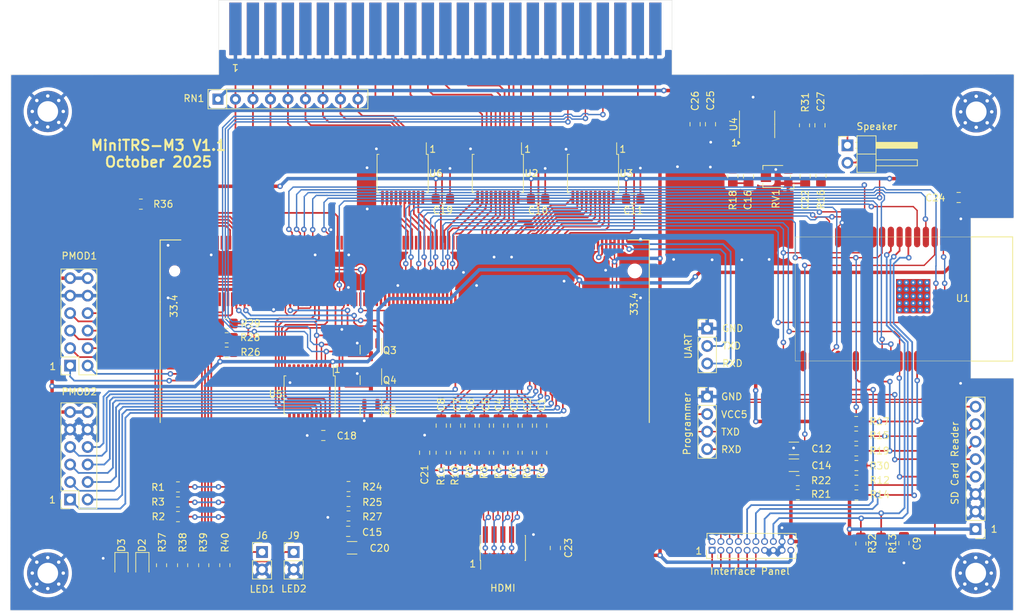
<source format=kicad_pcb>
(kicad_pcb (version 20241229) (generator "pcbnew") (generator_version "9.0")
  (layers (0 "F.Cu" signal) (2 "B.Cu" signal) (13 "F.Paste" user) (15 "B.Paste" user) (5 "F.SilkS" user "F.Silkscreen") (7 "B.SilkS" user "B.Silkscreen") (1 "F.Mask" user) (3 "B.Mask" user) (25 "Edge.Cuts" user))
  (net 0 "")
  (net 1 "CASS_IN")
  (net 2 "GND")
  (net 3 "+5V")
  (net 4 "+3V3")
  (net 5 "IF_PS2_CLK")
  (net 6 "IF_PS2_DATA")
  (net 7 "CS_SD")
  (net 8 "IF_CASS_IN")
  (net 9 "IF_SD_SCK")
  (net 10 "CASS_OUT")
  (net 11 "IF_SD_MISO")
  (net 12 "IF_TXD0")
  (net 13 "IF_RXD0")
  (net 24 "_A0")
  (net 25 "_A1")
  (net 26 "_A2")
  (net 27 "_A3")
  (net 28 "ESP_RESET")
  (net 29 "_A4")
  (net 30 "_A5")
  (net 31 "CS_FPGA")
  (net 32 "_A6")
  (net 33 "_A7")
  (net 34 "IF_SD_MOSI")
  (net 35 "ESP_S0")
  (net 36 "IF_LED_BLUE")
  (net 37 "ESP_S1")
  (net 38 "IF_BTN_TRSIO_STATUS")
  (net 39 "ESP_S2")
  (net 40 "IF_LED_GREEN")
  (net 41 "ESP_S3")
  (net 42 "IF_LED_RED")
  (net 45 "REQ")
  (net 48 "DONE")
  (net 49 "ABUS_EN")
  (net 50 "ABUS_DIR")
  (net 51 "_D0")
  (net 52 "_D1")
  (net 53 "_D2")
  (net 54 "_D3")
  (net 55 "_D4")
  (net 56 "_D5")
  (net 57 "_D6")
  (net 58 "_D7")
  (net 59 "DBUS_EN")
  (net 60 "DBUS_DIR")
  (net 61 "_RAS_N")
  (net 62 "_OUT_N")
  (net 63 "_IN_N")
  (net 64 "_RD_N")
  (net 65 "_WR_N")
  (net 66 "_IOREQ_N")
  (net 67 "_M1_N")
  (net 68 "_RESET_N")
  (net 69 "CTRL_DIR")
  (net 70 "CTRL_EN")
  (net 73 "CTRL1_EN")
  (net 76 "EXTIOSEL_IN_N")
  (net 77 "WAIT_IN_N")
  (net 78 "INT_IN_N")
  (net 79 "CONF_1")
  (net 80 "CONF_2")
  (net 81 "CONF_3")
  (net 82 "CONF_4")
  (net 105 "CASS_OUT2")
  (net 125 "Net-(D2-A)")
  (net 126 "Net-(D3-A)")
  (net 127 "D0")
  (net 128 "D1")
  (net 129 "D2")
  (net 130 "D3")
  (net 131 "D4")
  (net 132 "D5")
  (net 133 "D6")
  (net 134 "D7")
  (net 135 "A0")
  (net 136 "A1")
  (net 137 "A2")
  (net 138 "A3")
  (net 139 "A4")
  (net 140 "A5")
  (net 141 "A6")
  (net 142 "A7")
  (net 143 "IN_N")
  (net 144 "OUT_N")
  (net 145 "RESET_N")
  (net 146 "EXTIOSEL_N")
  (net 147 "NC_45")
  (net 148 "M1_N")
  (net 149 "IOREQ_N")
  (net 150 "PMOD1_IO5")
  (net 151 "RAS_N")
  (net 152 "PMOD1_IO4")
  (net 153 "PMOD1_IO3")
  (net 154 "PMOD1_IO2")
  (net 155 "PMOD1_IO8")
  (net 156 "PMOD1_IO6")
  (net 157 "PMOD1_IO1")
  (net 158 "PMOD1_IO7")
  (net 159 "PMOD2_IO2")
  (net 160 "PMOD2_IO4")
  (net 161 "WR_N")
  (net 162 "PMOD2_IO6")
  (net 163 "RD_N")
  (net 164 "PMOD2_IO3")
  (net 165 "INT_N")
  (net 166 "PMOD2_IO7")
  (net 167 "WAIT_N")
  (net 168 "PMOD2_IO1")
  (net 169 "INT")
  (net 170 "WAIT")
  (net 171 "EXTIOSEL")
  (net 172 "LED_RED")
  (net 173 "LED_GREEN")
  (net 174 "LED_BLUE")
  (net 175 "ID0")
  (net 176 "ABUS_DIR_N")
  (net 177 "CD_SD")
  (net 178 "PMOD2_IO8")
  (net 179 "HDMI_TX2_P")
  (net 180 "/D2+")
  (net 181 "HDMI_TX2_N")
  (net 182 "/D2-")
  (net 183 "HDMI_TX1_P")
  (net 184 "/D1+")
  (net 185 "HDMI_TX1_N")
  (net 186 "/D1-")
  (net 187 "HDMI_TX0_P")
  (net 188 "/D0+")
  (net 189 "HDMI_TX0_N")
  (net 190 "/D0-")
  (net 191 "HDMI_TXC_P")
  (net 192 "/CK+")
  (net 193 "HDMI_TXC_N")
  (net 194 "/CK-")
  (net 195 "Net-(C16-Pad2)")
  (net 196 "Net-(C15-Pad1)")
  (net 197 "LED1")
  (net 198 "LED2")
  (net 199 "LED3")
  (net 200 "LED4")
  (net 206 "PMOD2_IO5")
  (net 207 "JTAG_TDO")
  (net 211 "JTAG_TMS")
  (net 212 "JTAG_TCK")
  (net 213 "JTAG_TDI")
  (net 221 "UART_RX")
  (net 222 "UART_TX")
  (net 223 "Net-(C16-Pad1)")
  (net 224 "Net-(C22-Pad1)")
  (net 225 "Net-(U4-+)")
  (net 226 "Net-(J4-Pin_1)")
  (net 227 "Net-(U4--)")
  (net 228 "Net-(J4-Pin_2)")
  (net 229 "IF_CASS_OUT")
  (net 230 "Net-(J6-Pin_1)")
  (net 231 "Net-(J9-Pin_1)")
  (footprint "Resistor_SMD:R_0805_2012Metric_Pad1.20x1.40mm_HandSolder" (layer "F.Cu") (at 88.662232 130.1397 -90)
    (property "Reference" "R39")
    (property "Value" "220")
  )
  (footprint "Resistor_SMD:R_0805_2012Metric_Pad1.20x1.40mm_HandSolder" (layer "F.Cu") (at 129.3876 113.808 90)
    (property "Reference" "R8")
    (property "Value" "50")
  )
  (footprint "Resistor_SMD:R_0805_2012Metric_Pad1.20x1.40mm_HandSolder" (layer "F.Cu") (at 91.7233 130.1397 -90)
    (property "Reference" "R40")
    (property "Value" "220")
  )
  (footprint "Resistor_SMD:R_0805_2012Metric_Pad1.20x1.40mm_HandSolder" (layer "F.Cu") (at 91.9988 95.0468)
    (property "Reference" "R29")
    (property "Value" "4K7")
  )
  (footprint "LED_SMD:LED_0805_2012Metric_Pad1.15x1.40mm_HandSolder" (layer "F.Cu") (at 76.724934 130.1406 -90)
    (property "Reference" "D3")
    (property "Value" "LED")
  )
  (footprint "Resistor_SMD:R_0805_2012Metric_Pad1.20x1.40mm_HandSolder" (layer "F.Cu") (at 125.222 113.808 90)
    (property "Reference" "R10")
    (property "Value" "50")
  )
  (footprint "Resistor_SMD:R_0805_2012Metric_Pad1.20x1.40mm_HandSolder" (layer "F.Cu") (at 175.8696 66.2858 -90)
    (property "Reference" "R31")
    (property "Value" "20k")
  )
  (footprint "Package_SO:SOIC-8_3.9x4.9mm_P1.27mm" (layer "F.Cu") (at 168.9862 66.1352 90)
    (property "Reference" "U4")
    (property "Value" "LM4991MM")
  )
  (footprint "LED_SMD:LED_0805_2012Metric_Pad1.15x1.40mm_HandSolder" (layer "F.Cu") (at 79.756 130.1406 -90)
    (property "Reference" "D2")
    (property "Value" "LED")
  )
  (footprint "Resistor_SMD:R_0805_2012Metric_Pad1.20x1.40mm_HandSolder" (layer "F.Cu") (at 131.4704 113.808 90)
    (property "Reference" "R7")
    (property "Value" "50")
  )
  (footprint "Resistor_SMD:R_0805_2012Metric_Pad1.20x1.40mm_HandSolder" (layer "F.Cu") (at 183.4037 119.9388)
    (property "Reference" "R14")
    (property "Value" "4K7")
  )
  (footprint "MountingHole:MountingHole_3mm_Pad_Via" (layer "F.Cu") (at 200.72699 131.28339)
    (property "Reference" "H3" (hide yes))
    (property "Value" "MountingHole_Pad")
  )
  (footprint "Capacitor_SMD:C_1206_3216Metric_Pad1.33x1.80mm_HandSolder" (layer "F.Cu") (at 174.3333 113.1824 180)
    (property "Reference" "C12")
    (property "Value" "1u")
  )
  (footprint "Capacitor_SMD:C_0805_2012Metric_Pad1.18x1.45mm_HandSolder" (layer "F.Cu") (at 127.3048 109.871 -90)
    (property "Reference" "C6")
    (property "Value" "100n")
  )
  (footprint "Capacitor_SMD:C_0805_2012Metric_Pad1.18x1.45mm_HandSolder" (layer "F.Cu") (at 175.9634 73.6815 -90)
    (property "Reference" "C22")
    (property "Value" "150pF")
  )
  (footprint "Potentiometer_SMD:Potentiometer_Bourns_TC33X_Vertical" (layer "F.Cu") (at 171.7238 73.7108 180)
    (property "Reference" "RV1")
    (property "Value" "20k")
  )
  (footprint "Resistor_SMD:R_0805_2012Metric_Pad1.20x1.40mm_HandSolder" (layer "F.Cu") (at 84.9216 123.0884)
    (property "Reference" "R2")
    (property "Value" "220")
  )
  (footprint "Capacitor_SMD:C_0805_2012Metric_Pad1.18x1.45mm_HandSolder" (layer "F.Cu") (at 131.4704 109.871 -90)
    (property "Reference" "C4")
    (property "Value" "100n")
  )
  (footprint "Capacitor_SMD:C_0805_2012Metric_Pad1.18x1.45mm_HandSolder" (layer "F.Cu") (at 133.5532 109.871 -90)
    (property "Reference" "C3")
    (property "Value" "100n")
  )
  (footprint "Capacitor_SMD:C_0805_2012Metric_Pad1.18x1.45mm_HandSolder" (layer "F.Cu") (at 125.222 109.871 -90)
    (property "Reference" "C7")
    (property "Value" "100n")
  )
  (footprint "MountingHole:MountingHole_3mm_Pad_Via" (layer "F.Cu") (at 200.7967 64.3212)
    (property "Reference" "H2" (hide yes))
    (property "Value" "MountingHole_Pad")
  )
  (footprint "Resistor_SMD:R_0805_2012Metric_Pad1.20x1.40mm_HandSolder" (layer "F.Cu") (at 109.6772 120.8898)
    (property "Reference" "R25")
    (property "Value" "300R")
  )
  (footprint "Resistor_SMD:R_0805_2012Metric_Pad1.20x1.40mm_HandSolder" (layer "F.Cu") (at 109.6772 122.9868 180)
    (property "Reference" "R27")
    (property "Value" "300R")
  )
  (footprint "Capacitor_SMD:C_0805_2012Metric_Pad1.18x1.45mm_HandSolder" (layer "F.Cu") (at 137.7188 109.871 -90)
    (property "Reference" "C1")
    (property "Value" "100n")
  )
  (footprint "Connector_PinSocket_2.54mm:PinSocket_2x06_P2.54mm_Vertical" (layer "F.Cu") (at 69.2712 120.5992 180)
    (property "Reference" "J1" (hide yes))
    (property "Value" "Conn_02x06_Odd_Even")
  )
  (footprint "Capacitor_SMD:C_0805_2012Metric_Pad1.18x1.45mm_HandSolder" (layer "F.Cu") (at 123.3775 76.962 180)
    (property "Reference" "C19")
    (property "Value" "0.1uF")
  )
  (footprint "Capacitor_SMD:C_0805_2012Metric_Pad1.18x1.45mm_HandSolder" (layer "F.Cu") (at 167.7416 73.6893 90)
    (property "Reference" "C16")
    (property "Value" "1U")
  )
  (footprint "Capacitor_SMD:C_0805_2012Metric_Pad1.18x1.45mm_HandSolder" (layer "F.Cu") (at 123.1392 109.871 -90)
    (property "Reference" "C8")
    (property "Value" "100n")
  )
  (footprint "Capacitor_SMD:C_0805_2012Metric_Pad1.18x1.45mm_HandSolder" (layer "F.Cu") (at 139.7 127.635 90)
    (property "Reference" "C23")
    (property "Value" "100n")
  )
  (footprint "Package_TO_SOT_SMD:SOT-23" (layer "F.Cu") (at 112.9284 98.8568 -90)
    (property "Reference" "Q3")
    (property "Value" "2N7002")
  )
  (footprint "Capacitor_SMD:C_0805_2012Metric_Pad1.18x1.45mm_HandSolder" (layer "F.Cu") (at 190.3 126.9375 90)
    (property "Reference" "C9")
    (property "Value" "100n")
  )
  (footprint "Connector_PinHeader_2.54mm:PinHeader_1x02_P2.54mm_Horizontal" (layer "F.Cu") (at 182.1018 69.1846)
    (property "Reference" "J4" (hide yes))
    (property "Value" "SPEAKER")
  )
  (footprint "Resistor_SMD:R_0805_2012Metric_Pad1.20x1.40mm_HandSolder" (layer "F.Cu") (at 79.5371 77.724 180)
    (property "Reference" "R36")
    (property "Value" "4K7")
  )
  (footprint "Connector_PinHeader_2.54mm:PinHeader_1x04_P2.54mm_Vertical" (layer "F.Cu") (at 161.739266 105.663999)
    (property "Reference" "J8" (hide yes))
    (property "Value" "Programmer")
  )
  (footprint "Resistor_SMD:R_0805_2012Metric_Pad1.20x1.40mm_HandSolder" (layer "F.Cu") (at 183.372 109.2708)
    (property "Reference" "R17")
    (property "Value" "10K")
  )
  (footprint "Resistor_SMD:R_0805_2012Metric_Pad1.20x1.40mm_HandSolder" (layer "F.Cu") (at 91.9988 99.2124)
    (property "Reference" "R26")
    (property "Value" "4K7")
  )
  (footprint "Package_TO_SOT_SMD:SOT-23" (layer "F.Cu") (at 112.9284 103.2764 -90)
    (property "Reference" "Q4")
    (property "Value" "2N7002")
  )
  (footprint "Connector_PinHeader_1.27mm:PinHeader_2x10_P1.27mm_Vertical" (layer "F.Cu") (at 162.4584 127.9652 90)
    (property "Reference" "J2" (hide yes))
    (property "Value" "Interface Connector")
  )
  (footprint "Capacitor_SMD:C_0805_2012Metric_Pad1.18x1.45mm_HandSolder" (layer "F.Cu") (at 162.2244 66.1201 -90)
    (property "Reference" "C25")
    (property "Value" "1U")
  )
  (footprint "Connector_PinSocket_2.54mm:PinSocket_2x06_P2.54mm_Vertical" (layer "F.Cu") (at 69.2712 101.1686 180)
    (property "Reference" "J5" (hide yes))
    (property "Value" "Conn_02x06_Odd_Even")
  )
  (footprint "Connector_PinHeader_2.54mm:PinHeader_1x08_P2.54mm_Vertical" (layer "F.Cu") (at 200.7 124.9 180)
    (property "Reference" "J10" (hide yes))
    (property "Value" "Conn_01x08")
  )
  (footprint "Resistor_SMD:R_0805_2012Metric_Pad1.20x1.40mm_HandSolder" (layer "F.Cu") (at 183.3877 113.538)
    (property "Reference" "R19")
    (property "Value" "10K")
  )
  (footprint "Resistor_SMD:R_0805_2012Metric_Pad1.20x1.40mm_HandSolder" (layer "F.Cu") (at 84.9216 118.7704)
    (property "Reference" "R1")
    (property "Value" "220")
  )
  (footprint "trs-io-m3:SSOP-20_5.3x7.2mm_P0.65mm_slim" (layer "F.Cu") (at 145.1707 73.2536 -90)
    (property "Reference" "U3")
    (property "Value" "74LVC245")
  )
  (footprint "esp32-wrover:ESP32-WROVER" (layer "F.Cu") (at 199.4759 91.4908 -90)
    (property "Reference" "U1")
    (property "Value" "ESP32-WROVER-B" (hide yes))
  )
  (footprint "Capacitor_SMD:C_0805_2012Metric_Pad1.18x1.45mm_HandSolder" (layer "F.Cu") (at 120.7272 113.808 90)
    (property "Reference" "C21")
    (property "Value" "100n")
  )
  (footprint "Resistor_SMD:R_0805_2012Metric_Pad1.20x1.40mm_HandSolder" (layer "F.Cu") (at 183.4037 115.6716)
    (property "Reference" "R30")
    (property "Value" "4K7")
  )
  (footprint "MountingHole:MountingHole_3mm_Pad_Via" (layer "F.Cu") (at 66.0243 64.2704)
    (property "Reference" "H1" (hide yes))
    (property "Value" "MountingHole_Pad")
  )
  (footprint "Package_TO_SOT_SMD:SOT-23" (layer "F.Cu") (at 112.9284 107.696 -90)
    (property "Reference" "Q5")
    (property "Value" "2N7002")
  )
  (footprint "Capacitor_SMD:C_0805_2012Metric_Pad1.18x1.45mm_HandSolder" (layer "F.Cu") (at 129.3876 109.871 -90)
    (property "Reference" "C5")
    (property "Value" "100n")
  )
  (footprint "Resistor_SMD:R_0805_2012Metric_Pad1.20x1.40mm_HandSolder" (layer "F.Cu") (at 183.4037 117.8052)
    (property "Reference" "R12")
    (property "Value" "10K")
  )
  (footprint "Resistor_SMD:R_0805_2012Metric_Pad1.20x1.40mm_HandSolder" (layer "F.Cu") (at 174.893901 117.856 180)
    (property "Reference" "R22")
    (property "Value" "4K7")
  )
  (footprint "Capacitor_SMD:C_0805_2012Metric_Pad1.18x1.45mm_HandSolder" (layer "F.Cu") (at 109.6264 125.222 180)
    (property "Reference" "C15")
    (property "Value" "100N")
  )
  (footprint "Capacitor_SMD:C_0805_2012Metric_Pad1.18x1.45mm_HandSolder" (layer "F.Cu") (at 151.0127 76.962 180)
    (property "Reference" "C11")
    (property "Value" "0.1uF")
  )
  (footprint "Resistor_SMD:R_0805_2012Metric_Pad1.20x1.40mm_HandSolder" (layer "F.Cu") (at 187 127 -90)
    (property "Reference" "R13")
    (property "Value" "2K")
  )
  (footprint "Resistor_SMD:R_0805_2012Metric_Pad1.20x1.40mm_HandSolder" (layer "F.Cu") (at 91.9988 97.1296)
    (property "Reference" "R28")
    (property "Value" "4K7")
  )
  (footprint "Resistor_THT:R_Array_SIP9" (layer "F.Cu") (at 90.7288 62.484)
    (property "Reference" "RN1")
    (property "Value" "47K")
  )
  (footprint "Capacitor_SMD:C_1206_3216Metric_Pad1.33x1.80mm_HandSolder" (layer "F.Cu") (at 110.1975 127.6096)
    (property "Reference" "C20")
    (property "Value" "10U")
  )
  (footprint "Resistor_SMD:R_0805_2012Metric_Pad1.20x1.40mm_HandSolder" (layer "F.Cu") (at 137.7188 113.808 90)
    (property "Reference" "R4")
    (property "Value" "50")
  )
  (footprint "Capacitor_SMD:C_0805_2012Metric_Pad1.18x1.45mm_HandSolder" (layer "F.Cu") (at 198.247 76.7588 180)
    (property "Reference" "C24")
    (property "Value" "100n")
  )
  (footprint "Resistor_SMD:R_0805_2012Metric_Pad1.20x1.40mm_HandSolder" (layer "F.Cu") (at 85.601166 130.1397 -90)
    (property "Reference" "R38")
    (property "Value" "220")
  )
  (footprint "Connector_PinHeader_2.54mm:PinHeader_1x02_P2.54mm_Vertical" (layer "F.Cu") (at 101.7196 128.2192)
    (property "Reference" "J9")
    (property "Value" "LED4")
  )
  (footprint "PocketTRS_Connectors:EDGE50" (layer "F.Cu") (at 131.9983 52.2816 180)
    (property "Reference" "J3" (hide yes))
    (property "Value" "TRS-80 M3 Edge Connector")
  )
  (footprint "trs-io-m3:SSOP-20_5.3x7.2mm_P0.65mm_slim" (layer "F.Cu") (at 131.3531 73.2536 -90)
    (property "Reference" "U2")
    (property "Value" "74LVC245")
  )
  (footprint "Capacitor_SMD:C_0805_2012Metric_Pad1.18x1.45mm_HandSolder" (layer "F.Cu") (at 135.636 109.871 -90)
    (property "Reference" "C2")
    (property "Value" "100n")
  )
  (footprint "Tang20K:DDR3_socket" (layer "F.Cu") (at 117.8403 87.4229 -90)
    (property "Reference" "Conn1" (hide yes))
    (property "Value" "Conn_DDR3_Socket")
  )
  (footprint "Resistor_SMD:R_0805_2012Metric_Pad1.20x1.40mm_HandSolder" (layer "F.Cu") (at 178.2572 73.6252 -90)
    (property "Reference" "R16")
    (property "Value" "20k")
  )
  (footprint "Resistor_SMD:R_0805_2012Metric_Pad1.20x1.40mm_HandSolder" (layer "F.Cu") (at 82.5401 130.1397 -90)
    (property "Reference" "R37")
    (property "Value" "220")
  )
  (footprint "Resistor_SMD:R_0805_2012Metric_Pad1.20x1.40mm_HandSolder" (layer "F.Cu") (at 135.636 113.808 90)
    (property "Reference" "R5")
    (property "Value" "50")
  )
  (footprint "Resistor_SMD:R_0805_2012Metric_Pad1.20x1.40mm_HandSolder" (layer "F.Cu") (at 109.6772 118.7196 180)
    (property "Reference" "R24")
    (property "Value" "270R")
  )
  (footprint "Resistor_SMD:R_0805_2012Metric_Pad1.20x1.40mm_HandSolder" (layer "F.Cu") (at 84.9216 120.9548)
    (property "Reference" "R3")
    (property "Value" "220")
  )
  (footprint "Resistor_SMD:R_0805_2012Metric_Pad1.20x1.40mm_HandSolder" (layer "F.Cu") (at 184.05 127 -90)
    (property "Reference" "R32")
    (property "Value" "2K")
  )
  (footprint "Capacitor_SMD:C_0805_2012Metric_Pad1.18x1.45mm_HandSolder" (layer "F.Cu") (at 159.9892 66.1201 -90)
    (property "Reference" "C26")
    (property "Value" "1U")
  )
  (footprint "Resistor_SMD:R_0805_2012Metric_Pad1.20x1.40mm_HandSolder" (layer "F.Cu") (at 123.1392 113.808 90)
    (property "Reference" "R11")
    (property "Value" "50")
  )
  (footprint "Resistor_SMD:R_0805_2012Metric_Pad1.20x1.40mm_HandSolder" (layer "F.Cu") (at 127.3048 113.808 90)
    (property "Reference" "R9")
    (property "Value" "50")
  )
  (footprint "Connector_PinHeader_2.54mm:PinHeader_1x03_P2.54mm_Vertical" (layer "F.Cu") (at 161.7472 95.777715)
    (property "Reference" "J13" (hide yes))
    (property "Value" "UART")
  )
  (footprint "Capacitor_SMD:C_0805_2012Metric_Pad1.18x1.45mm_HandSolder" (layer "F.Cu") (at 106.0196 111.3028 180)
    (property "Reference" "C18")
    (property "Value" "0.1uF")
  )
  (footprint "trs-io-m3:SSOP-20_5.3x7.2mm_P0.65mm_slim" (layer "F.Cu") (at 104.0384 105.41 -90)
    (property "Reference" "U5")
    (property "Value" "74LVC245")
  )
  (footprint "Connector_PinHeader_2.54mm:PinHeader_1x02_P2.54mm_Vertical" (layer "F.Cu") (at 97.1296 128.2192)
    (property "Reference" "J6")
    (property "Value" "LED3")
  )
  (footprint "MountingHole:MountingHole_3mm_Pad_Via" (layer "F.Cu") (at 66.0243 131.28339)
    (property "Reference" "H4" (hide yes))
    (property "Value" "MountingHole_Pad")
  )
  (footprint "Capacitor_SMD:C_0805_2012Metric_Pad1.18x1.45mm_HandSolder" (layer "F.Cu") (at 137.1951 76.962 180)
    (property "Reference" "C10")
    (property "Value" "0.1uF")
  )
  (footprint "Resistor_SMD:R_0805_2012Metric_Pad1.20x1.40mm_HandSolder" (layer "F.Cu") (at 165.4634 73.6838 -90)
    (property "Reference" "R18")
    (property "Value" "10k")
  )
  (footprint "Resistor_SMD:R_0805_2012Metric_Pad1.20x1.40mm_HandSolder" (layer "F.Cu") (at 183.372 111.4044)
    (property "Reference" "R15")
    (property "Value" "10K")
  )
  (footprint "Resistor_SMD:R_0805_2012Metric_Pad1.20x1.40mm_HandSolder" (layer "F.Cu") (at 133.5532 113.808 90)
    (property "Reference" "R6")
    (property "Value" "50")
  )
  (footprint "Resistor_SMD:R_0805_2012Metric_Pad1.20x1.40mm_HandSolder" (layer "F.Cu") (at 174.893901 119.888)
    (property "Reference" "R21")
    (property "Value" "4K7")
  )
  (footprint "trs-io-m3:SSOP-20_5.3x7.2mm_P0.65mm_slim" (layer "F.Cu") (at 117.5355 73.2536 -90)
    (property "Reference" "U6")
    (property "Value" "74LVC245")
  )
  (footprint "Connector_PinHeader_1.27mm:PinHeader_2x05_P1.27mm_Vertical_SMD" (layer "F.Cu") (at 132.08 127.635 90)
    (property "Reference" "J7" (hide yes))
    (property "Value" "HDMI")
  )
  (footprint "Capacitor_SMD:C_1206_3216Metric_Pad1.33x1.80mm_HandSolder" (layer "F.Cu") (at 174.3333 115.6208)
    (property "Reference" "C14")
    (property "Value" "10U")
  )
  (footprint "Capacitor_SMD:C_0805_2012Metric_Pad1.18x1.45mm_HandSolder" (layer "F.Cu") (at 178.1126 66.2803 -90)
    (property "Reference" "C27")
    (property "Value" "150pF")
  )
  (gr_line (start 206.245 102.997) (end 206.1815 136.7) (stroke (width 0.05)) (layer "Edge.Cuts"))
  (gr_line (start 156.6363 58.911) (end 156.6363 48.116) (stroke (width 0.05)) (layer "Edge.Cuts"))
  (gr_line (start 200.022 102.997) (end 206.245 102.997) (stroke (width 0.05)) (layer "Edge.Cuts"))
  (gr_line (start 60.5887 136.7) (end 60.6395 58.9364) (stroke (width 0.05)) (layer "Edge.Cuts"))
  (gr_line (start 200.022 102.997) (end 200.022 79.756) (stroke (width 0.05)) (layer "Edge.Cuts"))
  (gr_line (start 206.245 79.756) (end 206.2831 58.8856) (stroke (width 0.05)) (layer "Edge.Cuts"))
  (gr_line (start 60.6395 58.9364) (end 90.8503 58.911) (stroke (width 0.05)) (layer "Edge.Cuts"))
  (gr_line (start 90.8503 58.911) (end 90.8503 48.116) (stroke (width 0.05)) (layer "Edge.Cuts"))
  (gr_line (start 156.6363 48.116) (end 90.8503 48.116) (stroke (width 0.05)) (layer "Edge.Cuts"))
  (gr_line (start 200.022 79.756) (end 206.245 79.756) (stroke (width 0.05)) (layer "Edge.Cuts"))
  (gr_line (start 206.2831 58.8856) (end 156.6363 58.911) (stroke (width 0.05)) (layer "Edge.Cuts"))
  (gr_line (start 206.1815 136.7) (end 60.5887 136.7) (stroke (width 0.05)) (layer "Edge.Cuts"))
  (gr_text "1" (at 149.4887 69.7484 0) (layer "F.SilkS") (effects (font (size 1 1))))
  (gr_text "RXD" (at 166.9796 100.838 0) (layer "F.SilkS") (effects (font (size 1 1)) (justify right)))
  (gr_text "Speaker" (at 189.4332 66.4464 0) (layer "F.SilkS") (effects (font (size 1 1)) (justify right)))
  (gr_text "1" (at 203.4 124.9 0) (layer "F.SilkS") (effects (font (size 1 1))))
  (gr_text "Interface Panel" (at 173.8376 131.0132 0) (layer "F.SilkS") (effects (font (size 1 1)) (justify right)))
  (gr_text "SD Card Reader" (at 197.7 109.2 90) (layer "F.SilkS") (effects (font (size 1 1)) (justify right)))
  (gr_text "1" (at 66.7512 101.2952 0) (layer "F.SilkS") (effects (font (size 1 1))))
  (gr_text "PMOD2" (at 70.612 104.9528 0) (layer "F.SilkS") (effects (font (size 1 1))))
  (gr_text "MiniTRS-M3 V1.1\nOctober 2025" (at 82.1 70.4 0) (layer "F.SilkS") (effects (font (size 1.5 1.5) (thickness 0.3))))
  (gr_text "GND" (at 166.922438 105.664 0) (layer "F.SilkS") (effects (font (size 1 1)) (justify right)))
  (gr_text "1" (at 121.9043 69.7484 0) (layer "F.SilkS") (effects (font (size 1 1))))
  (gr_text "VCC5" (at 167.684343 108.2548 0) (layer "F.SilkS") (effects (font (size 1 1)) (justify right)))
  (gr_text "RXD" (at 166.8272 113.3348 0) (layer "F.SilkS") (effects (font (size 1 1)) (justify right)))
  (gr_text "1" (at 135.6711 69.7484 0) (layer "F.SilkS") (effects (font (size 1 1))))
  (gr_text "LED2" (at 103.6828 133.5532 0) (layer "F.SilkS") (effects (font (size 1 1)) (justify right)))
  (gr_text "1" (at 66.7004 120.65 0) (layer "F.SilkS") (effects (font (size 1 1))))
  (gr_text "1" (at 127.7112 129.9464 0) (layer "F.SilkS") (effects (font (size 1 1))))
  (gr_text "LED1" (at 99.1108 133.604 0) (layer "F.SilkS") (effects (font (size 1 1)) (justify right)))
  (gr_text "HDMI" (at 134.0104 133.4516 0) (layer "F.SilkS") (effects (font (size 1 1)) (justify right)))
  (gr_text "1" (at 165.7096 68.834 0) (layer "F.SilkS") (effects (font (size 1 1))))
  (gr_text "Programmer" (at 158.8165 104.9528 90) (layer "F.SilkS") (effects (font (size 1 1)) (justify right)))
  (gr_text "PMOD1" (at 70.612 85.2424 0) (layer "F.SilkS") (effects (font (size 1 1))))
  (gr_text "GND" (at 167.074838 95.758 0) (layer "F.SilkS") (effects (font (size 1 1)) (justify right)))
  (gr_text "1" (at 160.528 128.0668 0) (layer "F.SilkS") (effects (font (size 1 1))))
  (gr_text "TXD" (at 166.589105 110.7948 0) (layer "F.SilkS") (effects (font (size 1 1)) (justify right)))
  (gr_text "1" (at 93.2379 57.9204 180) (layer "F.SilkS") (effects (font (size 1 1))))
  (gr_text "UART" (at 159.004 96.4184 90) (layer "F.SilkS") (effects (font (size 1 1)) (justify right)))
  (gr_text "1" (at 108.0516 101.7016 0) (layer "F.SilkS") (effects (font (size 1 1))))
  (gr_text "TXD" (at 166.741505 98.298 0) (layer "F.SilkS") (effects (font (size 1 1)) (justify right)))
  (segment (start 193.2319 86.614) (end 194.7559 85.09) (width 0.2) (layer "F.Cu") (net 1))
  (segment (start 175.895 86.614) (end 193.2319 86.614) (width 0.2) (layer "F.Cu") (net 1))
  (segment (start 175.8958 113.1824) (end 175.8958 115.6208) (width 0.2) (layer "F.Cu") (net 1))
  (segment (start 175.8958 115.6208) (end 175.8958 117.744401) (width 0.2) (layer "F.Cu") (net 1))
  (segment (start 175.893901 117.856) (end 175.893901 119.888) (width 0.2) (layer "F.Cu") (net 1))
  (segment (start 175.8958 113.1824) (end 175.8958 111.1242) (width 0.2) (layer "F.Cu") (net 1))
  (segment (start 175.8958 111.1242) (end 175.9204 111.0996) (width 0.2) (layer "F.Cu") (net 1))
  (segment (start 194.7559 85.09) (end 194.7559 82.4908) (width 0.2) (layer "F.Cu") (net 1))
  (via (at 175.9204 111.0996) (size 0.8) (drill 0.4) (layers "F.Cu" "B.Cu") (net 1))
  (via (at 175.895 86.614) (size 0.8) (drill 0.4) (layers "F.Cu" "B.Cu") (net 1))
  (segment (start 175.9204 111.0996) (end 175.9204 86.6394) (width 0.2) (layer "B.Cu") (net 1))
  (segment (start 175.9204 86.6394) (end 175.895 86.614) (width 0.2) (layer "B.Cu") (net 1))
  (segment (start 96.9903 90.3229) (end 97.0903 90.2229) (width 0.2) (layer "F.Cu") (net 2))
  (segment (start 105.9903 90.3229) (end 105.8903 90.2229) (width 0.2) (layer "F.Cu") (net 2))
  (segment (start 102.4903 92.8229) (end 104.05 92.8229) (width 0.2) (layer "F.Cu") (net 2))
  (segment (start 101.1134 101.91) (end 101.7634 101.91) (width 0.25) (layer "F.Cu") (net 2))
  (segment (start 97.2903 83.3229) (end 97.2903 84.5229) (width 0.2) (layer "F.Cu") (net 2))
  (segment (start 162.2244 67.1576) (end 162.2244 68.7016) (width 0.25) (layer "F.Cu") (net 2))
  (segment (start 136.1184 84.6229) (end 135.3618 84.6229) (width 0.2) (layer "F.Cu") (net 2))
  (segment (start 124.415 76.962) (end 124.415 72.5482) (width 0.25) (layer "F.Cu") (net 2))
  (segment (start 96.8903 90.2229) (end 96.9903 90.3229) (width 0.2) (layer "F.Cu") (net 2))
  (segment (start 90.9572 84.6229) (end 90.6903 84.356) (width 0.2) (layer "F.Cu") (net 2))
  (segment (start 142.2903 83.3229) (end 142.2903 84.5229) (width 0.2) (layer "F.Cu") (net 2))
  (segment (start 198.5659 82.4908) (end 198.5659 79.862) (width 0.381) (layer "F.Cu") (net 2))
  (segment (start 147.3903 91.5229) (end 147.3903 92.7229) (width 0.2) (layer "F.Cu") (net 2))
  (segment (start 95.4903 84.5229) (end 95.5903 84.6229) (width 0.2) (layer "F.Cu") (net 2))
  (segment (start 97.073 84.6229) (end 97.2903 84.4056) (width 0.2) (layer "F.Cu") (net 2))
  (segment (start 108.9903 90.4856) (end 109.6615 89.8144) (width 0.2) (layer "F.Cu") (net 2))
  (segment (start 175.9552 74.7108) (end 175.9634 74.719) (width 0.25) (layer "F.Cu") (net 2))
  (segment (start 145.5903 91.5229) (end 145.5903 92.7229) (width 0.2) (layer "F.Cu") (net 2))
  (segment (start 79.756 129.1156) (end 76.724934 129.1156) (width 0.25) (layer "F.Cu") (net 2))
  (segment (start 108.63065 88.7588) (end 108.0247 88.7588) (width 0.2) (layer "F.Cu") (net 2))
  (segment (start 107.1903 91.5229) (end 107.1903 90.3229) (width 0.2) (layer "F.Cu") (net 2))
  (segment (start 138.3903 90.3229) (end 138.2903 90.2229) (width 0.2) (layer "F.Cu") (net 2))
  (segment (start 130.1153 90.2229) (end 129.9903 90.3479) (width 0.2) (layer "F.Cu") (net 2))
  (segment (start 97.3903 84.6229) (end 98.8002 84.6229) (width 0.2) (layer "F.Cu") (net 2))
  (segment (start 100.5903 90.3229) (end 100.5903 91.5229) (width 0.2) (layer "F.Cu") (net 2))
  (segment (start 140.4903 83.3229) (end 140.4903 84.5229) (width 0.2) (layer "F.Cu") (net 2))
  (segment (start 142.0903 92.8229) (end 143.6653 92.8229) (width 0.2) (layer "F.Cu") (net 2))
  (segment (start 131.6903 90.2229) (end 130.1153 90.2229) (width 0.2) (layer "F.Cu") (net 2))
  (segment (start 88.6903 90.2229) (end 90.1056 90.2229) (width 0.2) (layer "F.Cu") (net 2))
  (segment (start 74.0844 129.1156) (end 74.0664 129.1336) (width 0.25) (layer "F.Cu") (net 2))
  (segment (start 180.7559 82.4908) (end 180.7559 81.0169) (width 0.2) (layer "F.Cu") (net 2))
  (segment (start 100.9903 84.6229) (end 101.8482 84.6229) (width 0.2) (layer "F.Cu") (net 2))
  (segment (start 145.8903 83.3229) (end 145.8903 84.5229) (width 0.2) (layer "F.Cu") (net 2))
  (segment (start 140.1903 90.3229) (end 140.0903 90.2229) (width 0.2) (layer "F.Cu") (net 2))
  (segment (start 89.7479 85.09) (end 89.1383 85.09) (width 0.2) (layer "F.Cu") (net 2))
  (segment (start 129.9903 91.5229) (end 129.9903 90.3229) (width 0.2) (layer "F.Cu") (net 2))
  (segment (start 147.0903 83.3229) (end 147.0903 87.2247) (width 0.25) (layer "F.Cu") (net 2))
  (segment (start 133.2903 84.3514) (end 133.2903 83.3229) (width 0.2) (layer "F.Cu") (net 2))
  (segment (start 99.0903 84.5229) (end 99.1903 84.6229) (width 0.2) (layer "F.Cu") (net 2))
  (segment (start 95.511 90.2229) (end 95.7903 90.5022) (width 0.2) (layer "F.Cu") (net 2))
  (segment (start 136.8903 83.3229) (end 136.8903 84.5229) (width 0.2) (layer "F.Cu") (net 2))
  (segment (start 198.5659 100.5208) (end 198.5659 103.6941) (width 0.25) (layer "F.Cu") (net 2))
  (segment (start 199.2845 76.9717) (end 199.2845 78.2105) (width 0.381) (layer "F.Cu") (net 2))
  (segment (start 142.2457 69.7536) (end 141.2643 69.7536) (width 0.2) (layer "F.Cu") (net 2))
  (segment (start 103.7653 84.6229) (end 103.8903 84.4979) (width 0.2) (layer "F.Cu") (net 2))
  (segment (start 171.704 72.891) (end 171.704 72.6948) (width 0.25) (layer "F.Cu") (net 2))
  (segment (start 135.5153 90.2229) (end 135.3903 90.3479) (width 0.2) (layer "F.Cu") (net 2))
  (segment (start 92.1764 84.6229) (end 91.8903 84.3368) (width 0.2) (layer "F.Cu") (net 2))
  (segment (start 109.2903 84.668) (end 109.7123 85.09) (width 0.2) (layer "F.Cu") (net 2))
  (segment (start 149.1903 91.5229) (end 149.1903 92.7229) (width 0.2) (layer "F.Cu") (net 2))
  (segment (start 198.5659 103.6941) (end 198.5264 103.7336) (width 0.25) (layer "F.Cu") (net 2))
  (segment (start 102.4134 101.91) (end 103.0634 101.91) (width 0.25) (layer "F.Cu") (net 2))
  (segment (start 143.6653 92.8229) (end 143.7903 92.6979) (width 0.2) (layer "F.Cu") (net 2))
  (segment (start 90.3903 90.3229) (end 90.4903 90.2229) (width 0.2) (layer "F.Cu") (net 2))
  (segment (start 133.4903 90.2229) (end 131.9153 90.2229) (width 0.2) (layer "F.Cu") (net 2))
  (segment (start 104.1903 90.3479) (end 104.1903 91.5229) (width 0.2) (layer "F.Cu") (net 2))
  (segment (start 104.1903 92.6826) (end 104.1903 91.5229) (width 0.2) (layer "F.Cu") (net 2))
  (segment (start 98.8002 84.6229) (end 99.0903 84.3328) (width 0.2) (layer "F.Cu") (net 2))
  (segment (start 147.2903 92.8229) (end 145.8424 92.8229) (width 0.2) (layer "F.Cu") (net 2))
  (segment (start 109.6615 89.8144) (end 109.6615 89.78965) (width 0.2) (layer "F.Cu") (net 2))
  (segment (start 145.8903 84.5229) (end 145.7903 84.6229) (width 0.2) (layer "F.Cu") (net 2))
  (segment (start 138.0275 126.5975) (end 139.7 126.5975) (width 0.381) (layer "F.Cu") (net 2))
  (segment (start 100.5287 91.5845) (end 100.5287 93.43725) (width 0.2) (layer "F.Cu") (net 2))
  (segment (start 138.5903 84.6229) (end 137.1618 84.6229) (width 0.2) (layer "F.Cu") (net 2))
  (segment (start 106.68 123.19) (end 108.5889 123.19) (width 0.25) (layer "F.Cu") (net 2))
  (segment (start 100.4903 90.2229) (end 100.5903 90.3229) (width 0.2) (layer "F.Cu") (net 2))
  (segment (start 168.3512 62.248453) (end 168.406653 62.193) (width 0.50038) (layer "F.Cu") (net 2))
  (segment (start 135.2903 90.2229) (end 133.7153 90.2229) (width 0.2) (layer "F.Cu") (net 2))
  (segment (start 141.9903 92.7229) (end 142.0903 92.8229) (width 0.2) (layer "F.Cu") (net 2))
  (segment (start 131.3903 84.6229) (end 129.3818 84.6229) (width 0.2) (layer "F.Cu") (net 2))
  (segment (start 103.8903 84.7544) (end 104.2259 85.09) (width 0.2) (layer "F.Cu") (net 2))
  (segment (start 138.6903 83.3229) (end 138.6903 84.5229) (width 0.2) (layer "F.Cu") (net 2))
  (segment (start 133.5903 90.3229) (end 133.4903 90.2229) (width 0.2) (layer "F.Cu") (net 2))
  (segment (start 141.8903 90.2229) (end 140.4656 90.2229) (width 0.2) (layer "F.Cu") (net 2))
  (segment (start 144.3618 84.6229) (end 144.0903 84.3514) (width 0.2) (layer "F.Cu") (net 2))
  (segment (start 128.1903 90.3479) (end 128.1903 91.5229) (width 0.2) (layer "F.Cu") (net 2))
  (segment (start 90.3903 91.5229) (end 90.3903 90.3229) (width 0.2) (layer "F.Cu") (net 2))
  (segment (start 135.0903 83.3229) (end 135.0903 84.5229) (width 0.2) (layer "F.Cu") (net 2))
  (segment (start 140.1903 91.5229) (end 140.1903 90.3229) (width 0.2) (layer "F.Cu") (net 2))
  (segment (start 138.2326 72.5482) (end 138.2268 72.5424) (width 0.25) (layer "F.Cu") (net 2))
  (segment (start 138.6662 90.2229) (end 138.3903 90.4988) (width 0.2) (layer "F.Cu") (net 2))
  (segment (start 140.4903 84.5229) (end 140.3903 84.6229) (width 0.2) (layer "F.Cu") (net 2))
  (segment (start 90.4591 85.09) (end 89.7479 85.09) (width 0.2) (layer "F.Cu") (net 2))
  (segment (start 114.6105 69.7536) (end 113.7815 69.7536) (width 0.2) (layer "F.Cu") (net 2))
  (segment (start 128.7524 84.6229) (end 128.4903 84.3608) (width 0.2) (layer "F.Cu") (net 2))
  (segment (start 105.8903 90.2229) (end 104.3153 90.2229) (width 0.2) (layer "F.Cu") (net 2))
  (segment (start 180.7559 81.0169) (end 181.3564 80.4164) (width 0.2) (layer "F.Cu") (net 2))
  (segment (start 90.4903 90.2229) (end 91.9344 90.2229) (width 0.2) (layer "F.Cu") (net 2))
  (segment (start 100.7653 84.6229) (end 100.8903 84.4979) (width 0.2) (layer "F.Cu") (net 2))
  (segment (start 93.9903 91.5229) (end 93.9903 90.3229) (width 0.2) (layer "F.Cu") (net 2))
  (segment (start 128.4903 84.3608) (end 128.4903 83.3229) (width 0.2) (layer "F.Cu") (net 2))
  (segment (start 98.5384 90.2229) (end 98.7903 90.4748) (width 0.2) (layer "F.Cu") (net 2))
  (segment (start 199.2845 78.2105) (end 198.501 78.994) (width 0.381) (layer "F.Cu") (net 2))
  (segment (start 141.9903 90.3229) (end 141.8903 90.2229) (width 0.2) (layer "F.Cu") (net 2))
  (segment (start 104.2259 85.09) (end 104.8355 85.09) (width 0.2) (layer "F.Cu") (net 2))
  (segment (start 95.7903 90.3229) (end 95.8903 90.2229) (width 0.2) (layer "F.Cu") (net 2))
  (segment (start 141.9903 91.5229) (end 141.9903 92.7229) (width 0.2) (layer "F.Cu") (net 2))
  (segment (start 140.711 84.6229) (end 140.4903 84.4022) (width 0.2) (layer "F.Cu") (net 2))
  (segment (start 111.9784 106.7585) (end 111.9784 109.154) (width 0.25) (layer "F.Cu") (net 2))
  (segment (start 142.2903 84.5229) (end 142.1903 84.6229) (width 0.2) (layer "F.Cu") (net 2))
  (segment (start 149.1903 92.7229) (end 149.0903 92.8229) (width 0.2) (layer "F.Cu") (net 2))
  (segment (start 145.4903 92.8229) (end 144.0136 92.8229) (width 0.2) (layer "F.Cu") (net 2))
  (segment (start 101.1134 101.91) (end 101.1134 103.5601) (width 0.25) (layer "F.Cu") (net 2))
  (segment (start 91.8903 83.3229) (end 91.8903 84.5229) (width 0.2) (layer "F.Cu") (net 2))
  (segment (start 88.5903 91.5229) (end 88.5903 90.3229) (width 0.2) (layer "F.Cu") (net 2))
  (segment (start 91.7903 84.6229) (end 90.9572 84.6229) (width 0.2) (layer "F.Cu") (net 2))
  (segment (start 98.7903 91.5229) (end 98.7903 90.3229) (width 0.2) (layer "F.Cu") (net 2))
  (segment (start 107.0903 90.2229) (end 106.5606 90.2229) (width 0.2) (layer "F.Cu") (net 2))
  (segment (start 89.1383 85.09) (end 88.8903 84.842) (width 0.2) (layer "F.Cu") (net 2))
  (segment (start 100.8903 84.5229) (end 100.9903 84.6229) (width 0.2) (layer "F.Cu") (net 2))
  (segment (start 97.0903 90.2229) (end 98.5384 90.2229) (width 0.2) (layer "F.Cu") (net 2))
  (segment (start 104.9821 111.3028) (end 103.6828 111.3028) (width 0.25) (layer "F.Cu") (net 2))
  (segment (start 90.1056 90.2229) (end 90.3903 90.5076) (width 0.2) (layer "F.Cu") (net 2))
  (segment (start 129.628 90.2229) (end 128.3153 90.2229) (width 0.2) (layer "F.Cu") (net 2))
  (segment (start 172.7708 113.1824) (end 174.223502 113.1824) (width 0.381) (layer "F.Cu") (net 2))
  (segment (start 90.6903 84.8588) (end 90.4591 85.09) (width 0.2) (layer "F.Cu") (net 2))
  (segment (start 138.2903 90.2229) (end 136.1262 90.2229) (width 0.2) (layer "F.Cu") (net 2))
  (segment (start 162.2244 68.7016) (end 162.2552 68.7324) (width 0.25) (layer "F.Cu") (net 2))
  (segment (start 143.7903 92.6979) (end 143.7903 91.5229) (width 0.2) (layer "F.Cu") (net 2))
  (segment (start 91.8903 84.5229) (end 91.7903 84.6229) (width 0.2) (layer "F.Cu") (net 2))
  (segment (start 173.893901 117.094) (end 173.893901 117.856) (width 0.381) (layer "F.Cu") (net 2))
  (segment (start 107.1903 90.3229) (end 107.0903 90.2229) (width 0.2) (layer "F.Cu") (net 2))
  (segment (start 174.223502 113.1824) (end 174.284301 113.121601) (width 0.2) (layer "F.Cu") (net 2))
  (segment (start 108.5889 123.19) (end 108.5889 125.222) (width 0.25) (layer "F.Cu") (net 2))
  (segment (start 136.1184 84.6229) (end 136.1184 90.2109) (width 0.2) (layer "F.Cu") (net 2))
  (segment (start 144.0136 92.8229) (end 143.7903 92.5996) (width 0.2) (layer "F.Cu") (net 2))
  (segment (start 129.8903 90.2229) (end 129.628 90.2229) (width 0.2) (layer "F.Cu") (net 2))
  (segment (start 136.8903 84.5229) (end 136.7903 84.6229) (width 0.2) (layer "F.Cu") (net 2))
  (segment (start 106.5606 90.2229) (end 106.2558 90.2229) (width 0.2) (layer "F.Cu") (net 2))
  (segment (start 173.5238 74.7108) (end 171.704 72.891) (width 0.25) (layer "F.Cu") (net 2))
  (segment (start 136.1262 90.2229) (end 135.5153 90.2229) (width 0.2) (layer "F.Cu") (net 2))
  (segment (start 95.7903 91.5229) (end 95.7903 90.3229) (width 0.2) (layer "F.Cu") (net 2))
  (segment (start 94.0903 90.2229) (end 95.511 90.2229) (width 0.2) (layer "F.Cu") (net 2))
  (segment (start 131.7903 90.3229) (end 131.6903 90.2229) (width 0.2) (layer "F.Cu") (net 2))
  (segment (start 145.5903 92.7229) (end 145.4903 92.8229) (width 0.2) (layer "F.Cu") (net 2))
  (segment (start 108.6772 122.9868) (end 108.6772 125.1337) (width 0.25) (layer "F.Cu") (net 2))
  (segment (start 128.3153 90.2229) (end 128.1903 90.3479) (width 0.2) (layer "F.Cu") (net 2))
  (segment (start 165.6286 67.1576) (end 167.0812 68.6102) (width 0.25) (layer "F.Cu") (net 2))
  (segment (start 108.9903 91.5229) (end 108.9903 92.6979) (width 0.2) (layer "F.Cu") (net 2))
  (segment (start 140.4656 90.2229) (end 140.1903 90.4982) (width 0.2) (layer "F.Cu") (net 2))
  (segment (start 141.9903 91.5229) (end 141.9903 90.3229) (width 0.2) (layer "F.Cu") (net 2))
  (segment (start 88.5903 90.3229) (end 88.6903 90.2229) (width 0.2) (layer "F.Cu") (net 2))
  (segment (start 111.9784 97.9193) (end 110.9749 97.9193) (width 0.25) (layer "F.Cu") (net 2))
  (segment (start 120.7272 111.252) (end 120.7272 112.7705) (width 0.25) (layer "F.Cu") (net 2))
  (segment (start 90.6903 83.3229) (end 90.6903 84.8588) (width 0.2) (layer "F.Cu") (net 2))
  (segment (start 76.724934 129.1156) (end 74.0844 129.1156) (width 0.25) (layer "F.Cu") (net 2))
  (segment (start 147.0903 87.2247) (end 147.0025 87.3125) (width 0.25) (layer "F.Cu") (net 2))
  (segment (start 106.2558 90.2229) (end 105.9903 90.4884) (width 0.2) (layer "F.Cu") (net 2))
  (segment (start 141.2643 69.7536) (end 141.2591 69.7484) (width 0.2) (layer "F.Cu") (net 2))
  (segment (start 174.284301 113.121601) (end 174.284301 116.7036) (width 0.381) (layer "F.Cu") (net 2))
  (segment (start 134.9903 84.6229) (end 133.5618 84.6229) (width 0.2) (layer "F.Cu") (net 2))
  (segment (start 99.1903 84.6229) (end 100.7653 84.6229) (width 0.2) (layer "F.Cu") (net 2))
  (segment (start 136.1184 90.2109) (end 136.1262 90.2187) (width 0.2) (layer "F.Cu") (net 2))
  (segment (start 103.8903 83.3229) (end 103.8903 84.7544) (width 0.2) (layer "F.Cu") (net 2))
  (segment (start 144.0903 84.5229) (end 143.9903 84.6229) (width 0.2) (layer "F.Cu") (net 2))
  (segment (start 147.3903 92.7229) (end 147.2903 92.8229) (width 0.2) (layer "F.Cu") (net 2))
  (segment (start 168.3512 63.6602) (end 168.3512 62.248453) (width 0.50038) (layer "F.Cu") (net 2))
  (segment (start 95.5903 84.6229) (end 97.073 84.6229) (width 0.2) (layer "F.Cu") (net 2))
  (segment (start 140.3903 84.6229) (end 138.911 84.6229) (width 0.2) (layer "F.Cu") (net 2))
  (segment (start 135.0903 84.5229) (end 134.9903 84.6229) (width 0.2) (layer "F.Cu") (net 2))
  (segment (start 93.6903 83.3229) (end 93.6903 84.5229) (width 0.2) (layer "F.Cu") (net 2))
  (segment (start 113.7815 69.7536) (end 113.7255 69.6976) (width 0.2) (layer "F.Cu") (net 2))
  (segment (start 128.4281 69.7536) (end 127.4467 69.7536) (width 0.2) (layer "F.Cu") (net 2))
  (segment (start 198.501 78.994) (end 198.501 79.7971) (width 0.381) (layer "F.Cu") (net 2))
  (segment (start 104.3153 90.2229) (end 104.1903 90.3479) (width 0.2) (layer "F.Cu") (net 2))
  (segment (start 144.0903 83.3229) (end 144.0903 84.5229) (width 0.2) (layer "F.Cu") (net 2))
  (segment (start 127.4467 69.7536) (end 127.3907 69.6976) (width 0.2) (layer "F.Cu") (net 2))
  (segment (start 136.7903 84.6229) (end 136.1184 84.6229) (width 0.2) (layer "F.Cu") (net 2))
  (segment (start 93.7632 90.2229) (end 93.9903 90.45) (width 0.2) (layer "F.Cu") (net 2))
  (segment (start 129.628 84.8691) (end 129.628 90.2229) (width 0.2) (layer "F.Cu") (net 2))
  (segment (start 111.9784 109.154) (end 111.9632 109.1692) (width 0.25) (layer "F.Cu") (net 2))
  (segment (start 133.5903 91.5229) (end 133.5903 90.3229) (width 0.2) (layer "F.Cu") (net 2))
  (segment (start 198.5659 79.862) (end 198.5615 79.8576) (width 0.381) (layer "F.Cu") (net 2))
  (segment (start 110.9749 97.9193) (end 110.9472 97.8916) (width 0.25) (layer "F.Cu") (net 2))
  (segment (start 131.4903 83.3229) (end 131.4903 84.5229) (width 0.2) (layer "F.Cu") (net 2))
  (segment (start 129.3818 84.6229) (end 128.7524 84.6229) (width 0.2) (layer "F.Cu") (net 2))
  (segment (start 88.8903 84.842) (end 88.8903 83.3229) (width 0.2) (layer "F.Cu") (net 2))
  (segment (start 93.9903 90.3229) (end 94.0903 90.2229) (width 0.2) (layer "F.Cu") (net 2))
  (segment (start 131.4903 84.5229) (end 131.3903 84.6229) (width 0.2) (layer "F.Cu") (net 2))
  (segment (start 93.6903 84.5229) (end 93.5903 84.6229) (width 0.2) (layer "F.Cu") (net 2))
  (segment (start 138.3903 91.5229) (end 138.3903 90.3229) (width 0.2) (layer "F.Cu") (net 2))
  (segment (start 159.9892 67.1576) (end 162.2244 67.1576) (width 0.25) (layer "F.Cu") (net 2))
  (segment (start 148.8903 84.5229) (end 149.1903 84.8229) (width 0.2) (layer "F.Cu") (net 2))
  (segment (start 129.9903 90.3229) (end 129.8903 90.2229) (width 0.2) (layer "F.Cu") (net 2))
  (segment (start 100.5287 93.43725) (end 100.93875 93.8473) (width 0.2) (layer "F.Cu") (net 2))
  (segment (start 129.3818 84.6229) (end 129.628 84.8691) (width 0.2) (layer "F.Cu") (net 2))
  (segment (start 95.8903 90.2229) (end 96.8903 90.2229) (width 0.2) (layer "F.Cu") (net 2))
  (segment (start 96.9903 91.5229) (end 96.9903 90.3229) (width 0.2) (layer "F.Cu") (net 2))
  (segment (start 142.57 84.6229) (end 142.2903 84.3432) (width 0.2) (layer "F.Cu") (net 2))
  (segment (start 108.9903 92.6979) (end 108.712 92.9762) (width 0.2) (layer "F.Cu") (net 2))
  (segment (start 98.7903 92.9991) (end 98.806 93.0148) (width 0.2) (layer "F.Cu") (net 2))
  (segment (start 103.0634 101.91) (end 103.7134 101.91) (width 0.25) (layer "F.Cu") (net 2))
  (segment (start 138.911 84.6229) (end 138.6903 84.4022) (width 0.2) (layer "F.Cu") (net 2))
  (segment (start 98.7903 90.3229) (end 98.8903 90.2229) (width 0.2) (layer "F.Cu") (net 2))
  (segment (start 97.2903 84.5229) (end 97.3903 84.6229) (width 0.2) (layer "F.Cu") (net 2))
  (segment (start 135.3618 84.6229) (end 135.0903 84.3514) (width 0.2) (layer "F.Cu") (net 2))
  (segment (start 108.6772 125.1337) (end 108.5889 125.222) (width 0.25) (layer "F.Cu") (net 2))
  (segment (start 100.93875 93.8473) (end 101.5646 93.8473) (width 0.2) (layer "F.Cu") (net 2))
  (segment (start 124.415 72.5482) (end 124.4092 72.5424) (width 0.25) (layer "F.Cu") (net 2))
  (segment (start 92.2903 90.2229) (end 93.7632 90.2229) (width 0.2) (layer "F.Cu") (net 2))
  (segment (start 152.0502 76.962) (end 152.0502 72.4974) (width 0.25) (layer "F.Cu") (net 2))
  (segment (start 105.9903 91.5229) (end 105.9903 90.3229) (width 0.2) (layer "F.Cu") (net 2))
  (segment (start 104.05 92.8229) (end 104.1903 92.6826) (width 0.2) (layer "F.Cu") (net 2))
  (segment (start 102.0903 84.5229) (end 102.1903 84.6229) (width 0.2) (layer "F.Cu") (net 2))
  (segment (start 174.284301 116.7036) (end 173.893901 117.094) (width 0.381) (layer "F.Cu") (net 2))
  (segment (start 133.5618 84.6229) (end 133.2903 84.3514) (width 0.2) (layer "F.Cu") (net 2))
  (segment (start 104.8355 85.09) (end 105.3435 85.09) (width 0.2) (layer "F.Cu") (net 2))
  (segment (start 198.501 79.7971) (end 198.5615 79.8576) (width 0.381) (layer "F.Cu") (net 2))
  (segment (start 136.525 125.685) (end 137.115 125.685) (width 0.381) (layer "F.Cu") (net 2))
  (segment (start 98.8903 90.2229) (end 100.4903 90.2229) (width 0.2) (layer "F.Cu") (net 2))
  (segment (start 109.2903 83.3229) (end 109.2903 84.668) (width 0.2) (layer "F.Cu") (net 2))
  (segment (start 101.8482 84.6229) (end 102.0903 84.3808) (width 0.2) (layer "F.Cu") (net 2))
  (segment (start 91.9344 90.2229) (end 92.1903 90.4788) (width 0.2) (layer "F.Cu") (net 2))
  (segment (start 93.5903 84.6229) (end 92.1764 84.6229) (width 0.2) (layer "F.Cu") (net 2))
  (segment (start 138.2326 76.962) (end 138.2326 72.5482) (width 0.25) (layer "F.Cu") (net 2))
  (segment (start 103.7134 101.91) (end 104.3634 101.91) (width 0.25) (layer "F.Cu") (net 2))
  (segment (start 152.0502 72.4974) (end 152.0444 72.4916) (width 0.25) (layer "F.Cu") (net 2))
  (segment (start 110.9749 102.3389) (end 110.9472 102.3112) (width 0.25) (layer "F.Cu") (net 2))
  (segment (start 107.4903 83.3229) (end 107.4903 81.8012) (width 0.2) (layer "F.Cu") (net 2))
  (segment (start 133.7153 90.2229) (end 133.5903 90.3479) (width 0.2) (layer "F.Cu") (net 2))
  (segment (start 105.6903 84.7432) (end 105.6903 83.3229) (width 0.2) (layer "F.Cu") (net 2))
  (segment (start 137.1618 84.6229) (end 136.8903 84.3514) (width 0.2) (layer "F.Cu") (net 2))
  (segment (start 100.8903 83.3229) (end 100.8903 84.5229) (width 0.2) (layer "F.Cu") (net 2))
  (segment (start 102.0903 83.3229) (end 102.0903 84.5229) (width 0.2) (layer "F.Cu") (net 2))
  (segment (start 92.1903 90.3229) (end 92.2903 90.2229) (width 0.2) (layer "F.Cu") (net 2))
  (segment (start 101.7634 101.91) (end 102.4134 101.91) (width 0.25) (layer "F.Cu") (net 2))
  (segment (start 148.8903 83.3229) (end 148.8903 84.5229) (width 0.2) (layer "F.Cu") (net 2))
  (segment (start 136.1262 90.2187) (end 136.1262 90.2229) (width 0.2) (layer "F.Cu") (net 2))
  (segment (start 92.1903 91.5229) (end 92.1903 90.3229) (width 0.2) (layer "F.Cu") (net 2))
  (segment (start 108.9903 91.5229) (end 108.9903 90.4856) (width 0.2) (layer "F.Cu") (net 2))
  (segment (start 134.62 125.685) (end 136.525 125.685) (width 0.381) (layer "F.Cu") (net 2))
  (segment (start 149.0903 92.8229) (end 147.6712 92.8229) (width 0.2) (layer "F.Cu") (net 2))
  (segment (start 137.115 125.685) (end 138.0275 126.5975) (width 0.381) (layer "F.Cu") (net 2))
  (segment (start 108.712 92.9762) (end 108.712 95.9104) (width 0.2) (layer "F.Cu") (net 2))
  (segment (start 140.0903 90.2229) (end 138.6662 90.2229) (width 0.2) (layer "F.Cu") (net 2))
  (segment (start 105.3435 85.09) (end 105.6903 84.7432) (width 0.2) (layer "F.Cu") (net 2))
  (segment (start 131.7903 91.5229) (end 131.7903 90.3229) (width 0.2) (layer "F.Cu") (net 2))
  (segment (start 108.0247 88.7588) (end 106.5606 90.2229) (width 0.2) (layer "F.Cu") (net 2))
  (segment (start 149.1903 84.8229) (end 149.1903 91.5229) (width 0.2) (layer "F.Cu") (net 2))
  (segment (start 101.1134 103.5601) (end 101.1853 103.632) (width 0.25) (layer "F.Cu") (net 2))
  (segment (start 138.6903 84.5229) (end 138.5903 84.6229) (width 0.2) (layer "F.Cu") (net 2))
  (segment (start 173.5238 74.7108) (end 175.9552 74.7108) (width 0.25) (layer "F.Cu") (net 2))
  (segment (start 162.2244 67.1576) (end 165.6286 67.1576) (width 0.25) (layer "F.Cu") (net 2))
  (segment (start 145.7903 84.6229) (end 144.3618 84.6229) (width 0.2) (layer "F.Cu") (net 2))
  (segment (start 135.3903 90.3229) (end 135.2903 90.2229) (width 0.2) (layer "F.Cu") (net 2))
  (segment (start 107.4903 81.8012) (end 107.1215 81.4324) (width 0.2) (layer "F.Cu") (net 2))
  (segment (start 147.6712 92.8229) (end 147.3903 92.542) (width 0.2) (layer "F.Cu") (net 2))
  (segment (start 109.6615 89.78965) (end 108.63065 88.7588) (width 0.2) (layer "F.Cu") (net 2))
  (segment (start 102.3903 93.0216) (end 102.3903 91.5229) (width 0.2) (layer "F.Cu") (net 2))
  (segment (start 99.0903 83.3229) (end 99.0903 84.5229) (width 0.2) (layer "F.Cu") (net 2))
  (segment (start 190.3 127.975) (end 190.3 129.8) (width 0.25) (layer "F.Cu") (net 2))
  (segment (start 102.1903 84.6229) (end 103.7653 84.6229) (width 0.2) (layer "F.Cu") (net 2))
  (segment (start 135.3903 91.5229) (end 135.3903 90.3229) (width 0.2) (layer "F.Cu") (net 2))
  (segment (start 98.7903 91.5229) (end 98.7903 92.9991) (width 0.2) (layer "F.Cu") (net 2))
  (segment (start 131.9153 90.2229) (end 131.7903 90.3479) (width 0.2) (layer "F.Cu") (net 2))
  (segment (start 143.9903 84.6229) (end 142.57 84.6229) (width 0.2) (layer "F.Cu") (net 2))
  (segment (start 142.1903 84.6229) (end 140.711 84.6229) (width 0.2) (layer "F.Cu") (net 2))
  (segment (start 111.9784 102.3389) (end 110.9749 102.3389) (width 0.25) (layer "F.Cu") (net 2))
  (segment (start 101.5646 93.8473) (end 102.3903 93.0216) (width 0.2) (layer "F.Cu") (net 2))
  (segment (start 145.8424 92.8229) (end 145.5903 92.5708) (width 0.2) (layer "F.Cu") (net 2))
  (segment (start 95.4903 83.3229) (end 95.4903 84.5229) (width 0.2) (layer "F.Cu") (net 2))
  (via (at 74.0664 129.1336) (size 0.8) (drill 0.4) (layers "F.Cu" "B.Cu") (net 2))
  (via (at 181.3564 80.4164) (size 0.8) (drill 0.4) (layers "F.Cu" "B.Cu") (net 2))
  (via (at 107.1215 81.4324) (size 0.8) (drill 0.4) (layers "F.Cu" "B.Cu") (net 2))
  (via (at 198.5264 103.7336) (size 0.8) (drill 0.4) (layers "F.Cu" "B.Cu") (net 2))
  (via (at 116.84 89.535) (size 0.8) (drill 0.4) (layers "F.Cu" "B.Cu") (net 2))
  (via (at 109.6615 89.8144) (size 0.8) (drill 0.4) (layers "F.Cu" "B.Cu") (net 2))
  (via (at 170.7388 85.7504) (size 0.8) (drill 0.4) (layers "F.Cu" "B.Cu") (net 2))
  (via (at 138.2268 72.5424) (size 0.8) (drill 0.4) (layers "F.Cu" "B.Cu") (net 2))
  (via (at 111.9632 109.1692) (size 0.8) (drill 0.4) (layers "F.Cu" "B.Cu") (net 2))
  (via (at 112.3696 72.4408) (size 0.8) (drill 0.4) (layers "F.Cu" "B.Cu") (net 2))
  (via (at 106.68 123.19) (size 0.8) (drill 0.4) (layers "F.Cu" "B.Cu") (net 2))
  (via (at 152.0444 72.4916) (size 0.8) (drill 0.4) (layers "F.Cu" "B.Cu") (net 2))
  (via (at 98.806 93.0148) (size 0.8) (drill 0.4) (layers "F.Cu" "B.Cu") (net 2))
  (via (at 136.525 125.685) (size 0.8) (drill 0.4) (layers "F.Cu" "B.Cu") (net 2))
  (via (at 113.7255 69.6976) (size 0.8) (drill 0.4) (layers "F.Cu" "B.Cu") (net 2))
  (via (at 156.8704 85.7504) (size 0.8) (drill 0.4) (layers "F.Cu" "B.Cu") (net 2))
  (via (at 157.4292 72.2884) (size 0.8) (drill 0.4) (layers "F.Cu" "B.Cu") (net 2))
  (via (at 162.4584 85.8012) (size 0.8) (drill 0.4) (layers "F.Cu" "B.Cu") (net 2))
  (via (at 110.9472 97.8916) (size 0.8) (drill 0.4) (layers "F.Cu" "B.Cu") (net 2))
  (via (at 130.81 85.4075) (size 0.8) (drill 0.4) (layers "F.Cu" "B.Cu") (net 2))
  (via (at 168.406653 62.193) (size 0.8) (drill 0.4) (layers "F.Cu" "B.Cu") (net 2))
  (via (at 162.2552 68.7324) (size 0.8) (drill 0.4) (layers "F.Cu" "B.Cu") (net 2))
  (via (at 162.2044 72.3392) (size 0.8) (drill 0.4) (layers "F.Cu" "B.Cu") (net 2))
  (via (at 103.6828 111.3028) (size 0.8) (drill 0.4) (layers "F.Cu" "B.Cu") (net 2))
  (via (at 172.6 124.7) (size 0.8) (drill 0.4) (layers "F.Cu" "B.Cu") (net 2))
  (via (at 174.284301 113.121601) (size 0.8) (drill 0.4) (layers "F.Cu" "B.Cu") (net 2))
  (via (at 89.7479 85.09) (size 0.8) (drill 0.4) (layers "F.Cu" "B.Cu") (net 2))
  (via (at 109.7123 85.09) (size 0.8) (drill 0.4) (layers "F.Cu" "B.Cu") (net 2))
  (via (at 147.0025 87.3125) (size 0.8) (drill 0.4) (layers "F.Cu" "B.Cu") (net 2))
  (via (at 83.4868 83.7057) (size 0.8) (drill 0.4) (layers "F.Cu" "B.Cu") (net 2))
  (via (at 83.4868 91.3257) (size 0.8) (drill 0.4) (layers "F.Cu" "B.Cu") (net 2))
  (via (at 171.704 72.6948) (size 0.8) (drill 0.4) (layers "F.Cu" "B.Cu") (net 2))
  (via (at 104.8355 85.09) (size 0.8) (drill 0.4) (layers "F.Cu" "B.Cu") (net 2))
  (via (at 198.5615 79.8576) (size 0.8) (drill 0.4) (layers "F.Cu" "B.Cu") (net 2))
  (via (at 101.1853 103.632) (size 0.8) (drill 0.4) (layers "F.Cu" "B.Cu") (net 2))
  (via (at 141.2591 69.7484) (size 0.8) (drill 0.4) (layers "F.Cu" "B.Cu") (net 2))
  (via (at 112.395 78.4225) (size 0.8) (drill 0.4) (layers "F.Cu" "B.Cu") (net 2))
  (via (at 140.97 88.9) (size 0.8) (drill 0.4) (layers "F.Cu" "B.Cu") (net 2))
  (via (at 152.0668 82.804) (size 0.8) (drill 0.4) (layers "F.Cu" "B.Cu") (net 2))
  (via (at 152.0668 91.3257) (size 0.8) (drill 0.4) (layers "F.Cu" "B.Cu") (net 2))
  (via (at 110.9472 102.3112) (size 0.8) (drill 0.4) (layers "F.Cu" "B.Cu") (net 2))
  (via (at 128.27 89.535) (size 0.8) (drill 0.4) (layers "F.Cu" "B.Cu") (net 2))
  (via (at 133.35 85.4075) (size 0.8) (drill 0.4) (layers "F.Cu" "B.Cu") (net 2))
  (via (at 126.365 87.63) (size 0.8) (drill 0.4) (layers "F.Cu" "B.Cu") (net 2))
  (via (at 166.7764 85.8012) (size 0.8) (drill 0.4) (layers "F.Cu" "B.Cu") (net 2))
  (via (at 120.7272 111.252) (size 0.8) (drill 0.4) (layers "F.Cu" "B.Cu") (net 2))
  (via (at 190.3 129.8) (size 0.8) (drill 0.4) (layers "F.Cu" "B.Cu") (net 2))
  (via (at 127.3907 69.6976) (size 0.8) (drill 0.4) (layers "F.Cu" "B.Cu") (net 2))
  (via (at 108.712 95.9104) (size 0.8) (drill 0.4) (layers "F.Cu" "B.Cu") (net 2))
  (via (at 124.4092 72.5424) (size 0.8) (drill 0.4) (layers "F.Cu" "B.Cu") (net 2))
  (segment (start 170.0784 127.9652) (end 171.3484 127.9652) (width 0.50038) (layer "B.Cu") (net 2))
  (segment (start 172.6184 126.6952) (end 172.6184 124.7184) (width 0.50038) (layer "B.Cu") (net 2))
  (segment (start 172.6184 127.9652) (end 172.6184 126.6952) (width 0.50038) (layer "B.Cu") (net 2))
  (segment (start 172.6184 124.7184) (end 172.6 124.7) (width 0.50038) (layer "B.Cu") (net 2))
  (segment (start 171.3484 127.9652) (end 172.6184 127.9652) (width 0.50038) (layer "B.Cu") (net 2))
  (segment (start 165.5572 65.6336) (end 165.1 65.1764) (width 0.50038) (layer "F.Cu") (net 3))
  (segment (start 148.2903 83.3229) (end 147.6903 83.3229) (width 0.2) (layer "F.Cu") (net 3))
  (segment (start 147.6903 85.476) (end 148.2903 86.076) (width 0.2) (layer "F.Cu") (net 3))
  (segment (start 154.8892 127.6604) (end 154.9 127.6712) (width 0.50038) (layer "F.Cu") (net 3))
  (segment (start 148.2903 83.3229) (end 148.2903 86.076) (width 0.2) (layer "F.Cu") (net 3))
  (segment (start 154.8892 66.04) (end 155.8466 65.0826) (width 0.50038) (layer "F.Cu") (net 3))
  (segment (start 153.9046 128.7) (end 153.8771 128.6725) (width 0.50038) (layer "F.Cu") (net 3))
  (segment (start 148.2903 86.076) (end 147.9903 86.376) (width 0.2) (layer "F.Cu") (net 3))
  (segment (start 155.448 61.23281) (end 158.38781 61.23281) (width 0.50038) (layer "F.Cu") (net 3))
  (segment (start 137.16 129.585) (end 138.0725 128.6725) (width 0.381) (layer "F.Cu") (net 3))
  (segment (start 154.8892 108.204) (end 154.8892 85.598) (width 0.50038) (layer "F.Cu") (net 3))
  (segment (start 165.1 63.3984) (end 164.5412 62.8396) (width 0.50038) (layer "F.Cu") (net 3))
  (segment (start 159.9892 65.0826) (end 159.9892 62.8396) (width 0.50038) (layer "F.Cu") (net 3))
  (segment (start 159.9892 62.8342) (end 159.9892 62.8396) (width 0.50038) (layer "F.Cu") (net 3))
  (segment (start 164.5412 62.8396) (end 159.9892 62.8396) (width 0.50038) (layer "F.Cu") (net 3))
  (segment (start 147.9903 86.376) (end 147.9903 91.5229) (width 0.2) (layer "F.Cu") (net 3))
  (segment (start 134.62 129.585) (end 137.16 129.585) (width 0.381) (layer "F.Cu") (net 3))
  (segment (start 169.6212 63.6602) (end 169.6212 65.2272) (width 0.50038) (layer "F.Cu") (net 3))
  (segment (start 154.8892 85.598) (end 154.8892 66.04) (width 0.50038) (layer "F.Cu") (net 3))
  (segment (start 169.2148 65.6336) (end 165.5572 65.6336) (width 0.50038) (layer "F.Cu") (net 3))
  (segment (start 139.7 128.6725) (end 153.8771 128.6725) (width 0.50038) (layer "F.Cu") (net 3))
  (segment (start 169.6212 65.2272) (end 169.2148 65.6336) (width 0.50038) (layer "F.Cu") (net 3))
  (segment (start 147.9903 91.5229) (end 148.5903 91.5229) (width 0.2) (layer "F.Cu") (net 3))
  (segment (start 138.0725 128.6725) (end 139.7 128.6725) (width 0.381) (layer "F.Cu") (net 3))
  (segment (start 154.9 128.7) (end 153.9046 128.7) (width 0.50038) (layer "F.Cu") (net 3))
  (segment (start 148.2903 86.076) (end 148.59 86.3757) (width 0.2) (layer "F.Cu") (net 3))
  (segment (start 154.9 127.6712) (end 154.9 128.7) (width 0.50038) (layer "F.Cu") (net 3))
  (segment (start 158.38781 61.23281) (end 159.9892 62.8342) (width 0.50038) (layer "F.Cu") (net 3))
  (segment (start 147.6903 83.3229) (end 147.6903 85.476) (width 0.2) (layer "F.Cu") (net 3))
  (segment (start 154.8892 127.6604) (end 154.8892 108.204) (width 0.50038) (layer "F.Cu") (net 3))
  (segment (start 155.8466 65.0826) (end 159.9892 65.0826) (width 0.50038) (layer "F.Cu") (net 3))
  (segment (start 165.1 65.1764) (end 165.1 63.3984) (width 0.50038) (layer "F.Cu") (net 3))
  (segment (start 148.59 86.3757) (end 148.59 91.5226) (width 0.2) (layer "F.Cu") (net 3))
  (segment (start 161.739266 108.203999) (end 154.8892 108.204) (width 0.25) (layer "F.Cu") (net 3))
  (via (at 154.9 128.7) (size 0.8) (drill 0.4) (layers "F.Cu" "B.Cu") (net 3))
  (via (at 155.448 61.23281) (size 0.8) (drill 0.4) (layers "F.Cu" "B.Cu") (net 3))
  (via (at 148.2903 86.076) (size 0.8) (drill 0.4) (layers "F.Cu" "B.Cu") (net 3))
  (via (at 154.8892 85.598) (size 0.8) (drill 0.4) (layers "F.Cu" "B.Cu") (net 3))
  (segment (start 91.97999 61.23281) (end 90.7288 62.484) (width 0.50038) (layer "B.Cu") (net 3))
  (segment (start 173.8884 127.9652) (end 173.8884 129.4116) (width 0.50038) (layer "B.Cu") (net 3))
  (segment (start 173.6 129.7) (end 155.9 129.7) (width 0.50038) (layer "B.Cu") (net 3))
  (segment (start 154.8892 85.598) (end 148.7683 85.598) (width 0.50038) (layer "B.Cu") (net 3))
  (segment (start 155.448 61.23281) (end 91.97999 61.23281) (width 0.50038) (layer "B.Cu") (net 3))
  (segment (start 155.9 129.7) (end 154.9 128.7) (width 0.50038) (layer "B.Cu") (net 3))
  (segment (start 148.7683 85.598) (end 148.2903 86.076) (width 0.50038) (layer "B.Cu") (net 3))
  (segment (start 173.8884 129.4116) (end 173.6 129.7) (width 0.50038) (layer "B.Cu") (net 3))
  (segment (start 107.0864 113.538) (end 107.0571 113.5087) (width 0.25) (layer "F.Cu") (net 4))
  (segment (start 81.1668 75.1332) (end 80.5371 75.7629) (width 0.50038) (layer "F.Cu") (net 4))
  (segment (start 106.9634 101.91) (end 106.9634 101.0118) (width 0.25) (layer "F.Cu") (net 4))
  (segment (start 142.5903 91.5229) (end 142.5903 89.350291) (width 0.2) (layer "F.Cu") (net 4))
  (segment (start 182.4037 117.8052) (end 182.4037 119.9388) (width 0.50038) (layer "F.Cu") (net 4))
  (segment (start 127.3048 116.2718) (end 127.3048 114.808) (width 0.25) (layer "F.Cu") (net 4))
  (segment (start 122.34 74.0528) (end 122.3772 74.0156) (width 0.25) (layer "F.Cu") (net 4))
  (segment (start 80.5371 75.7629) (end 80.5371 77.724) (width 0.50038) (layer "F.Cu") (net 4))
  (segment (start 90.9988 95.0468) (end 90.9988 97.1296) (width 0.25) (layer "F.Cu") (net 4))
  (segment (start 182.625 126.575) (end 184.05 128) (width 0.50038) (layer "F.Cu") (net 4))
  (segment (start 197.2959 86.487) (end 197.2959 82.4908) (width 0.50038) (layer "F.Cu") (net 4))
  (segment (start 107.0864 120.0912) (end 107.885 120.8898) (width 0.25) (layer "F.Cu") (net 4))
  (segment (start 136.1576 76.962) (end 136.1576 74.0528) (width 0.25) (layer "F.Cu") (net 4))
  (segment (start 160.655 87.63) (end 160.02 88.265) (width 0.50038) (layer "F.Cu") (net 4))
  (segment (start 120.7272 114.8455) (end 120.7272 116.348) (width 0.25) (layer "F.Cu") (net 4))
  (segment (start 182.4037 124.9) (end 182.4037 126.3537) (width 0.50038) (layer "F.Cu") (net 4))
  (segment (start 99.7458 75.1332) (end 81.1668 75.1332) (width 0.50038) (layer "F.Cu") (net 4))
  (segment (start 149.9752 74.0528) (end 150.0124 74.0156) (width 0.25) (layer "F.Cu") (net 4))
  (segment (start 122.34 76.962) (end 122.34 74.0528) (width 0.25) (layer "F.Cu") (net 4))
  (segment (start 142.5903 89.350291) (end 143.1925 88.748091) (width 0.2) (layer "F.Cu") (net 4))
  (segment (start 188.214 74.0156) (end 195.6816 74.0156) (width 0.50038) (layer "F.Cu") (net 4))
  (segment (start 69.2712 107.8992) (end 67.2338 107.8992) (width 0.50038) (layer "F.Cu") (net 4))
  (segment (start 107.0571 113.5087) (end 107.0571 111.3028) (width 0.25) (layer "F.Cu") (net 4))
  (segment (start 135.636 114.808) (end 135.636 116.348) (width 0.25) (layer "F.Cu") (net 4))
  (segment (start 91.0336 100.584) (end 91.0336 99.2472) (width 0.2) (layer "F.Cu") (net 4))
  (segment (start 123.1392 114.808) (end 123.1392 116.348) (width 0.25) (layer "F.Cu") (net 4))
  (segment (start 66.6496 104.14) (end 66.6496 107.3404) (width 0.50038) (layer "F.Cu") (net 4))
  (segment (start 168.783 87.63) (end 196.1529 87.63) (width 0.50038) (layer "F.Cu") (net 4))
  (segment (start 110.1852 117.0432) (end 109.728 117.5004) (width 0.25) (layer "F.Cu") (net 4))
  (segment (start 109.728 120.65) (end 109.4882 120.8898) (width 0.25) (layer "F.Cu") (net 4))
  (segment (start 120.6689 76.962) (end 120.4605 76.7536) (width 0.25) (layer "F.Cu") (net 4))
  (segment (start 109.728 117.5004) (end 109.728 120.65) (width 0.25) (layer "F.Cu") (net 4))
  (segment (start 109.4882 120.8898) (end 108.6772 120.8898) (width 0.25) (layer "F.Cu") (net 4))
  (segment (start 129.3876 114.808) (end 129.3876 116.348) (width 0.25) (layer "F.Cu") (net 4))
  (segment (start 131.4704 116.3099) (end 131.5085 116.348) (width 0.25) (layer "F.Cu") (net 4))
  (segment (start 182.372 111.4044) (end 182.372 113.5223) (width 0.50038) (layer "F.Cu") (net 4))
  (segment (start 168.783 87.63) (end 160.655 87.63) (width 0.50038) (layer "F.Cu") (net 4))
  (segment (start 197.2959 76.8853) (end 197.2959 82.4908) (width 0.50038) (layer "F.Cu") (net 4))
  (segment (start 133.5532 116.1702) (end 133.5532 114.808) (width 0.25) (layer "F.Cu") (net 4))
  (segment (start 106.9634 101.0118) (end 107.3912 100.584) (width 0.25) (layer "F.Cu") (net 4))
  (segment (start 187 128) (end 184.05 128) (width 0.50038) (layer "F.Cu") (net 4))
  (segment (start 143.1903 91.5229) (end 142.5903 91.5229) (width 0.2) (layer "F.Cu") (net 4))
  (segment (start 196.1529 87.63) (end 197.2959 86.487) (width 0.50038) (layer "F.Cu") (net 4))
  (segment (start 120.032 117.0432) (end 110.1852 117.0432) (width 0.25) (layer "F.Cu") (net 4))
  (segment (start 195.6816 74.0156) (end 197.2095 75.5435) (width 0.50038) (layer "F.Cu") (net 4))
  (segment (start 182.3877 115.6556) (end 182.4037 115.6716) (width 0.50038) (layer "F.Cu") (net 4))
  (segment (start 182.372 113.5223) (end 182.3877 113.538) (width 0.50038) (layer "F.Cu") (net 4))
  (segment (start 125.1585 116.348) (end 125.222 116.2845) (width 0.25) (layer "F.Cu") (net 4))
  (segment (start 133.604 116.348) (end 133.604 116.221) (width 0.25) (layer "F.Cu") (net 4))
  (segment (start 123.1392 116.348) (end 120.7272 116.348) (width 0.25) (layer "F.Cu") (net 4))
  (segment (start 134.4865 76.962) (end 134.2781 76.7536) (width 0.25) (layer "F.Cu") (net 4))
  (segment (start 182.5048 126.6952) (end 182.625 126.575) (width 0.50038) (layer "F.Cu") (net 4))
  (segment (start 148.3041 76.962) (end 148.0957 76.7536) (width 0.25) (layer "F.Cu") (net 4))
  (segment (start 149.9752 76.962) (end 148.3041 76.962) (width 0.25) (layer "F.Cu") (net 4))
  (segment (start 137.7188 116.332) (end 137.7188 114.808) (width 0.25) (layer "F.Cu") (net 4))
  (segment (start 107.885 120.8898) (end 108.6772 120.8898) (width 0.25) (layer "F.Cu") (net 4))
  (segment (start 182.372 109.2708) (end 168.8084 109.2708) (width 0.50038) (layer "F.Cu") (net 4))
  (segment (start 67.4874 88.4686) (end 66.6496 89.3064) (width 0.50038) (layer "F.Cu") (net 4))
  (segment (start 67.2338 107.8992) (end 66.6496 107.315) (width 0.50038) (layer "F.Cu") (net 4))
  (segment (start 69.2712 88.4686) (end 67.4874 88.4686) (width 0.50038) (layer "F.Cu") (net 4))
  (segment (start 90.9988 97.1296) (end 90.9988 99.2124) (width 0.25) (layer "F.Cu") (net 4))
  (segment (start 133.604 116.221) (end 133.5532 116.1702) (width 0.25) (layer "F.Cu") (net 4))
  (segment (start 173.8884 126.6952) (end 182.5048 126.6952) (width 0.50038) (layer "F.Cu") (net 4))
  (segment (start 120.7272 116.348) (end 120.032 117.0432) (width 0.25) (layer "F.Cu") (net 4))
  (segment (start 127.381 116.348) (end 127.3048 116.2718) (width 0.25) (layer "F.Cu") (net 4))
  (segment (start 182.372 109.2708) (end 182.372 111.4044) (width 0.50038) (layer "F.Cu") (net 4))
  (segment (start 182.4037 119.9388) (end 182.4037 124.9) (width 0.50038) (layer "F.Cu") (net 4))
  (segment (start 66.6496 89.3064) (end 66.6496 104.14) (width 0.50038) (layer "F.Cu") (net 4))
  (segment (start 149.9752 76.962) (end 149.9752 74.0528) (width 0.25) (layer "F.Cu") (net 4))
  (segment (start 136.1576 76.962) (end 134.4865 76.962) (width 0.25) (layer "F.Cu") (net 4))
  (segment (start 168.783 87.63) (end 168.783 104.775) (width 0.50038) (layer "F.Cu") (net 4))
  (segment (start 182.3877 113.538) (end 182.3877 115.6556) (width 0.50038) (layer "F.Cu") (net 4))
  (segment (start 131.4704 114.808) (end 131.4704 116.3099) (width 0.25) (layer "F.Cu") (net 4))
  (segment (start 197.2095 75.5435) (end 197.2095 76.5459) (width 0.50038) (layer "F.Cu") (net 4))
  (segment (start 122.34 76.962) (end 120.6689 76.962) (width 0.25) (layer "F.Cu") (net 4))
  (segment (start 182.4037 115.6716) (end 182.4037 117.8052) (width 0.50038) (layer "F.Cu") (net 4))
  (segment (start 197.2095 76.5459) (end 197.4224 76.7588) (width 0.50038) (layer "F.Cu") (net 4))
  (segment (start 107.0864 113.538) (end 107.0864 120.0912) (width 0.25) (layer "F.Cu") (net 4))
  (segment (start 106.9634 108.91) (end 106.9634 111.2091) (width 0.25) (layer "F.Cu") (net 4))
  (segment (start 182.4037 126.3537) (end 182.625 126.575) (width 0.50038) (layer "F.Cu") (net 4))
  (segment (start 173.893901 126.689699) (end 173.8884 126.6952) (width 0.50038) (layer "F.Cu") (net 4))
  (segment (start 173.893901 123.7488) (end 173.893901 126.689699) (width 0.50038) (layer "F.Cu") (net 4))
  (segment (start 143.1925 88.748091) (end 143.1925 91.5207) (width 0.2) (layer "F.Cu") (net 4))
  (segment (start 125.222 116.2845) (end 125.222 114.808) (width 0.25) (layer "F.Cu") (net 4))
  (segment (start 136.1576 74.0528) (end 136.1948 74.0156) (width 0.25) (layer "F.Cu") (net 4))
  (segment (start 173.893901 119.888) (end 173.893901 123.7488) (width 0.50038) (layer "F.Cu") (net 4))
  (segment (start 106.9634 101.91) (end 106.9634 108.91) (width 0.25) (layer "F.Cu") (net 4))
  (via (at 107.3912 100.584) (size 0.8) (drill 0.4) (layers "F.Cu" "B.Cu") (net 4))
  (via (at 136.1948 74.0156) (size 0.8) (drill 0.4) (layers "F.Cu" "B.Cu") (net 4))
  (via (at 66.6496 104.14) (size 0.8) (drill 0.4) (layers "F.Cu" "B.Cu") (net 4))
  (via (at 160.02 88.265) (size 0.8) (drill 0.4) (layers "F.Cu" "B.Cu") (net 4))
  (via (at 182.4037 124.9) (size 0.8) (drill 0.4) (layers "F.Cu" "B.Cu") (net 4))
  (via (at 99.7458 75.1332) (size 0.8) (drill 0.4) (layers "F.Cu" "B.Cu") (net 4))
  (via (at 122.3772 74.0156) (size 0.8) (drill 0.4) (layers "F.Cu" "B.Cu") (net 4))
  (via (at 168.783 104.775) (size 0.8) (drill 0.4) (layers "F.Cu" "B.Cu") (net 4))
  (via (at 168.8084 109.2708) (size 0.8) (drill 0.4) (layers "F.Cu" "B.Cu") (net 4))
  (via (at 131.5085 116.348) (size 0.8) (drill 0.4) (layers "F.Cu" "B.Cu") (net 4))
  (via (at 125.1585 116.348) (size 0.8) (drill 0.4) (layers "F.Cu" "B.Cu") (net 4))
  (via (at 150.0124 74.0156) (size 0.8) (drill 0.4) (layers "F.Cu" "B.Cu") (net 4))
  (via (at 133.604 116.348) (size 0.8) (drill 0.4) (layers "F.Cu" "B.Cu") (net 4))
  (via (at 129.3876 116.348) (size 0.8) (drill 0.4) (layers "F.Cu" "B.Cu") (net 4))
  (via (at 137.7188 116.332) (size 0.8) (drill 0.4) (layers "F.Cu" "B.Cu") (net 4))
  (via (at 91.0336 100.584) (size 0.8) (drill 0.4) (layers "F.Cu" "B.Cu") (net 4))
  (via (at 123.1392 116.348) (size 0.8) (drill 0.4) (layers "F.Cu" "B.Cu") (net 4))
  (via (at 143.1925 88.748091) (size 0.8) (drill 0.4) (layers "F.Cu" "B.Cu") (net 4))
  (via (at 135.636 116.348) (size 0.8) (drill 0.4) (layers "F.Cu" "B.Cu") (net 4))
  (via (at 127.381 116.348) (size 0.8) (drill 0.4) (layers "F.Cu" "B.Cu") (net 4))
  (via (at 188.214 74.0156) (size 0.8) (drill 0.4) (layers "F.Cu" "B.Cu") (net 4))
  (segment (start 87.419624 104.197976) (end 91.0336 100.584) (width 0.50038) (layer "B.Cu") (net 4))
  (segment (start 129.3876 116.348) (end 131.5085 116.348) (width 0.25) (layer "B.Cu") (net 4))
  (segment (start 66.707576 104.197976) (end 87.419624 104.197976) (width 0.50038) (layer "B.Cu") (net 4))
  (segment (start 112.4585 100.584) (end 107.3912 100.584) (width 0.50038) (layer "B.Cu") (net 4))
  (segment (start 137.4488 116.348) (end 135.636 116.348) (width 0.25) (layer "B.Cu") (net 4))
  (segment (start 91.0336 100.584) (end 107.3912 100.584) (width 0.50038) (layer "B.Cu") (net 4))
  (segment (start 100.8634 74.0156) (end 122.3772 74.0156) (width 0.50038) (layer "B.Cu") (net 4))
  (segment (start 69.2712 88.4686) (end 71.8112 88.4686) (width 0.50038) (layer "B.Cu") (net 4))
  (segment (start 160.02 88.265) (end 159.131 89.154) (width 0.50038) (layer "B.Cu") (net 4))
  (segment (start 124.46 91.44) (end 115.57 91.44) (width 0.50038) (layer "B.Cu") (net 4))
  (segment (start 113.9825 93.0275) (end 113.9825 99.06) (width 0.50038) (layer "B.Cu") (net 4))
  (segment (start 131.5085 116.348) (end 133.604 116.348) (width 0.25) (layer "B.Cu") (net 4))
  (segment (start 99.7458 75.1332) (end 100.8634 74.0156) (width 0.50038) (layer "B.Cu") (net 4))
  (segment (start 137.4648 116.332) (end 137.4488 116.348) (width 0.25) (layer "B.Cu") (net 4))
  (segment (start 141.693409 87.249) (end 128.651 87.249) (width 0.50038) (layer "B.Cu") (net 4))
  (segment (start 113.9825 99.06) (end 112.4585 100.584) (width 0.50038) (layer "B.Cu") (net 4))
  (segment (start 125.1585 116.348) (end 127.381 116.348) (width 0.25) (layer "B.Cu") (net 4))
  (segment (start 115.57 91.44) (end 113.9825 93.0275) (width 0.50038) (layer "B.Cu") (net 4))
  (segment (start 123.1392 116.348) (end 125.1585 116.348) (width 0.25) (layer "B.Cu") (net 4))
  (segment (start 127.381 116.348) (end 129.3876 116.348) (width 0.25) (layer "B.Cu") (net 4))
  (segment (start 128.651 87.249) (end 124.46 91.44) (width 0.50038) (layer "B.Cu") (net 4))
  (segment (start 168.783 104.775) (end 168.783 109.2454) (width 0.50038) (layer "B.Cu") (net 4))
  (segment (start 136.1948 74.0156) (end 122.3772 74.0156) (width 0.50038) (layer "B.Cu") (net 4))
  (segment (start 168.783 109.2454) (end 168.8084 109.2708) (width 0.50038) (layer "B.Cu") (net 4))
  (segment (start 69.2712 107.8992) (end 71.8112 107.8992) (width 0.50038) (layer "B.Cu") (net 4))
  (segment (start 66.6496 104.14) (end 66.707576 104.197976) (width 0.50038) (layer "B.Cu") (net 4))
  (segment (start 188.214 74.0156) (end 150.0124 74.0156) (width 0.50038) (layer "B.Cu") (net 4))
  (segment (start 200.7 124.9) (end 182.4037 124.9) (width 0.50038) (layer "B.Cu") (net 4))
  (segment (start 159.131 89.154) (end 143.598409 89.154) (width 0.50038) (layer "B.Cu") (net 4))
  (segment (start 133.604 116.348) (end 135.636 116.348) (width 0.25) (layer "B.Cu") (net 4))
  (segment (start 143.598409 89.154) (end 143.1925 88.748091) (width 0.50038) (layer "B.Cu") (net 4))
  (segment (start 137.7188 116.332) (end 137.4648 116.332) (width 0.25) (layer "B.Cu") (net 4))
  (segment (start 143.1925 88.748091) (end 141.693409 87.249) (width 0.50038) (layer "B.Cu") (net 4))
  (segment (start 150.0124 74.0156) (end 136.1948 74.0156) (width 0.50038) (layer "B.Cu") (net 4))
  (segment (start 188.4059 82.4908) (end 188.4059 84.4941) (width 0.25) (layer "F.Cu") (net 5))
  (segment (start 188.4059 84.4941) (end 187.8 85.1) (width 0.25) (layer "F.Cu") (net 5))
  (segment (start 187 126) (end 187 122.575) (width 0.25) (layer "F.Cu") (net 5))
  (via (at 187 122.575) (size 0.8) (drill 0.4) (layers "F.Cu" "B.Cu") (net 5))
  (via (at 187.8 85.1) (size 0.8) (drill 0.4) (layers "F.Cu" "B.Cu") (net 5))
  (segment (start 170.9 122.6) (end 189.6 122.6) (width 0.25) (layer "B.Cu") (net 5))
  (segment (start 190.3975 121.8025) (end 190.3975 97.92312) (width 0.25) (layer "B.Cu") (net 5))
  (segment (start 189.6 122.6) (end 190.3975 121.8025) (width 0.25) (layer "B.Cu") (net 5))
  (segment (start 190.3975 97.92312) (end 187.8 95.32562) (width 0.25) (layer "B.Cu") (net 5))
  (segment (start 170.0784 126.6952) (end 170.0784 123.4216) (width 0.25) (layer "B.Cu") (net 5))
  (segment (start 187.8 95.32562) (end 187.8 85.1) (width 0.25) (layer "B.Cu") (net 5))
  (segment (start 170.0784 123.4216) (end 170.9 122.6) (width 0.25) (layer "B.Cu") (net 5))
  (segment (start 189.6759 82.4908) (end 189.6759 84.498794) (width 0.25) (layer "F.Cu") (net 6))
  (segment (start 189.6759 84.498794) (end 188.826597 85.348097) (width 0.25) (layer "F.Cu") (net 6))
  (segment (start 184.05 126) (end 184.05 123.375) (width 0.25) (layer "F.Cu") (net 6))
  (segment (start 184.05 123.375) (end 184.1 123.325) (width 0.25) (layer "F.Cu") (net 6))
  (via (at 188.826597 85.348097) (size 0.8) (drill 0.4) (layers "F.Cu" "B.Cu") (net 6))
  (via (at 184.1 123.325) (size 0.8) (drill 0.4) (layers "F.Cu" "B.Cu") (net 6))
  (segment (start 171.3484 124.1516) (end 172.2 123.3) (width 0.25) (layer "B.Cu") (net 6))
  (segment (start 188.349 85.825694) (end 188.826597 85.348097) (width 0.25) (layer "B.Cu") (net 6))
  (segment (start 188.349 95.23681) (end 188.349 85.825694) (width 0.25) (layer "B.Cu") (net 6))
  (segment (start 190.8485 122.5515) (end 190.8485 97.73631) (width 0.25) (layer "B.Cu") (net 6))
  (segment (start 171.3484 126.6952) (end 171.3484 124.1516) (width 0.25) (layer "B.Cu") (net 6))
  (segment (start 172.2 123.3) (end 190.1 123.3) (width 0.25) (layer "B.Cu") (net 6))
  (segment (start 190.8485 97.73631) (end 188.349 95.23681) (width 0.25) (layer "B.Cu") (net 6))
  (segment (start 190.1 123.3) (end 190.8485 122.5515) (width 0.25) (layer "B.Cu") (net 6))
  (segment (start 192.1764 109.2708) (end 192.2272 109.22) (width 0.25) (layer "F.Cu") (net 7))
  (segment (start 192.2272 103.3272) (end 192.2159 103.3159) (width 0.25) (layer "F.Cu") (net 7))
  (segment (start 198.08 107.12) (end 200.7 107.12) (width 0.25) (layer "F.Cu") (net 7))
  (segment (start 196 109.2) (end 198.08 107.12) (width 0.25) (layer "F.Cu") (net 7))
  (segment (start 186.7408 109.2708) (end 184.372 109.2708) (width 0.25) (layer "F.Cu") (net 7))
  (segment (start 186.7408 109.2708) (end 192.1764 109.2708) (width 0.25) (layer "F.Cu") (net 7))
  (segment (start 192.2159 103.3159) (end 192.2159 100.5208) (width 0.25) (layer "F.Cu") (net 7))
  (segment (start 192.2472 109.2) (end 196 109.2) (width 0.25) (layer "F.Cu") (net 7))
  (segment (start 192.2272 109.22) (end 192.2472 109.2) (width 0.25) (layer "F.Cu") (net 7))
  (via (at 192.2272 109.22) (size 0.8) (drill 0.4) (layers "F.Cu" "B.Cu") (net 7))
  (via (at 192.2272 103.3272) (size 0.8) (drill 0.4) (layers "F.Cu" "B.Cu") (net 7))
  (via (at 186.7408 109.2708) (size 0.8) (drill 0.4) (layers "F.Cu" "B.Cu") (net 7))
  (segment (start 192.2272 109.22) (end 192.2272 103.3272) (width 0.25) (layer "B.Cu") (net 7))
  (segment (start 172.7708 115.6208) (end 166.9288 115.6208) (width 0.25) (layer "F.Cu") (net 8))
  (segment (start 166.2684 116.2812) (end 166.2684 126.6952) (width 0.25) (layer "F.Cu") (net 8))
  (segment (start 166.9288 115.6208) (end 166.2684 116.2812) (width 0.25) (layer "F.Cu") (net 8))
  (segment (start 189.0315 114.74) (end 188.9715 114.8) (width 0.25) (layer "F.Cu") (net 9))
  (segment (start 172.8216 104.902) (end 172.8216 102.2761) (width 0.2) (layer "F.Cu") (net 9))
  (segment (start 188.972 105.3773) (end 173.2969 105.3773) (width 0.2) (layer "F.Cu") (net 9))
  (segment (start 200.7 114.74) (end 189.0315 114.74) (width 0.25) (layer "F.Cu") (net 9))
  (segment (start 123.9903 89.9392) (end 123.9903 91.5229) (width 0.2) (layer "F.Cu") (net 9))
  (segment (start 124.077 89.8525) (end 123.9903 89.9392) (width 0.2) (layer "F.Cu") (net 9))
  (segment (start 172.8216 102.2761) (end 172.8059 102.2604) (width 0.2) (layer "F.Cu") (net 9))
  (segment (start 173.2969 105.3773) (end 172.8216 104.902) (width 0.2) (layer "F.Cu") (net 9))
  (segment (start 172.8059 102.2604) (end 172.8059 97.79) (width 0.2) (layer "F.Cu") (net 9))
  (segment (start 184.9471 84.7852) (end 185.8659 83.8664) (width 0.2) (layer "F.Cu") (net 9))
  (segment (start 124.077 85.4075) (end 124.077 89.8525) (width 0.2) (layer "F.Cu") (net 9))
  (segment (start 172.8059 84.7852) (end 184.9471 84.7852) (width 0.2) (layer "F.Cu") (net 9))
  (via (at 188.9715 114.8) (size 0.8) (drill 0.4) (layers "F.Cu" "B.Cu") (net 9))
  (via (at 124.077 85.4075) (size 0.8) (drill 0.4) (layers "F.Cu" "B.Cu") (net 9))
  (via (at 172.8059 97.79) (size 0.8) (drill 0.4) (layers "F.Cu" "B.Cu") (net 9))
  (via (at 188.972 105.3773) (size 0.8) (drill 0.4) (layers "F.Cu" "B.Cu") (net 9))
  (via (at 172.8059 84.7852) (size 0.8) (drill 0.4) (layers "F.Cu" "B.Cu") (net 9))
  (segment (start 188.972 105.3773) (end 188.972 114.7995) (width 0.2) (layer "B.Cu") (net 9))
  (segment (start 172.8059 84.7852) (end 172.8059 97.79) (width 0.2) (layer "B.Cu") (net 9))
  (segment (start 172.2979 80.8736) (end 172.8059 81.3816) (width 0.2) (layer "B.Cu") (net 9))
  (segment (start 124.6983 80.8736) (end 172.2979 80.8736) (width 0.2) (layer "B.Cu") (net 9))
  (segment (start 124.077 81.4949) (end 124.6983 80.8736) (width 0.2) (layer "B.Cu") (net 9))
  (segment (start 188.972 114.7995) (end 188.9715 114.8) (width 0.2) (layer "B.Cu") (net 9))
  (segment (start 172.8059 81.3816) (end 172.8059 84.7852) (width 0.2) (layer "B.Cu") (net 9))
  (segment (start 124.077 85.4075) (end 124.077 81.4949) (width 0.2) (layer "B.Cu") (net 9))
  (segment (start 109.1692 113.4872) (end 115.0112 113.4872) (width 0.2) (layer "F.Cu") (net 10))
  (segment (start 109.1692 113.4872) (end 108.6612 113.9952) (width 0.2) (layer "F.Cu") (net 10))
  (segment (start 186.4868 73.914) (end 178.9684 73.914) (width 0.2) (layer "F.Cu") (net 10))
  (segment (start 186.767282 74.194482) (end 186.4868 73.914) (width 0.2) (layer "F.Cu") (net 10))
  (segment (start 178.9684 73.914) (end 178.2572 74.6252) (width 0.2) (layer "F.Cu") (net 10))
  (segment (start 115.7732 112.7252) (end 115.0112 113.4872) (width 0.2) (layer "F.Cu") (net 10))
  (segment (start 114.9604 93.1672) (end 115.7732 93.98) (width 0.2) (layer "F.Cu") (net 10))
  (segment (start 108.6612 113.9952) (end 108.6612 118.7036) (width 0.2) (layer "F.Cu") (net 10))
  (segment (start 108.6612 118.7036) (end 108.6772 118.7196) (width 0.2) (layer "F.Cu") (net 10))
  (segment (start 106.8903 83.3229) (end 106.8903 82.2015) (width 0.2) (layer "F.Cu") (net 10))
  (segment (start 111.4425 87.2236) (end 107.6295 87.2236) (width 0.2) (layer "F.Cu") (net 10))
  (segment (start 106.8903 86.4844) (end 106.8903 83.3229) (width 0.2) (layer "F.Cu") (net 10))
  (segment (start 111.4552 93.1672) (end 114.9604 93.1672) (width 0.2) (layer "F.Cu") (net 10))
  (segment (start 111.4425 93.1545) (end 111.4552 93.1672) (width 0.2) (layer "F.Cu") (net 10))
  (segment (start 106.8903 82.2015) (end 106.1212 81.4324) (width 0.2) (layer "F.Cu") (net 10))
  (segment (start 186.767282 76.783118) (end 186.767282 74.194482) (width 0.2) (layer "F.Cu") (net 10))
  (segment (start 115.7732 93.98) (end 115.7732 112.7252) (width 0.2) (layer "F.Cu") (net 10))
  (segment (start 107.6295 87.2236) (end 106.8903 86.4844) (width 0.2) (layer "F.Cu") (net 10))
  (via (at 186.767282 76.783118) (size 0.8) (drill 0.4) (layers "F.Cu" "B.Cu") (net 10))
  (via (at 106.1212 81.4324) (size 0.8) (drill 0.4) (layers "F.Cu" "B.Cu") (net 10))
  (via (at 111.4425 87.2236) (size 0.8) (drill 0.4) (layers "F.Cu" "B.Cu") (net 10))
  (via (at 111.4425 93.1545) (size 0.8) (drill 0.4) (layers "F.Cu" "B.Cu") (net 10))
  (segment (start 106.1212 81.4324) (end 106.1212 77.47) (width 0.2) (layer "B.Cu") (net 10))
  (segment (start 106.1212 77.47) (end 106.7308 76.8604) (width 0.2) (layer "B.Cu") (net 10))
  (segment (start 186.69 76.8604) (end 186.767282 76.783118) (width 0.2) (layer "B.Cu") (net 10))
  (segment (start 111.4425 87.2236) (end 111.4425 93.1545) (width 0.2) (layer "B.Cu") (net 10))
  (segment (start 106.7308 76.8604) (end 186.69 76.8604) (width 0.2) (layer "B.Cu") (net 10))
  (segment (start 189.6207 102.9716) (end 189.6759 102.9164) (width 0.2) (layer "F.Cu") (net 11))
  (segment (start 200.7 117.28) (end 189.6915 117.28) (width 0.25) (layer "F.Cu") (net 11))
  (segment (start 188.905242 96.210942) (end 173.646082 96.210942) (width 0.2) (layer "F.Cu") (net 11))
  (segment (start 189.6759 102.9164) (end 189.6759 100.5208) (width 0.2) (layer "F.Cu") (net 11))
  (segment (start 123.3903 86.3728) (end 123.3903 91.5229) (width 0.2) (layer "F.Cu") (net 11))
  (segment (start 123.3775 86.36) (end 123.3903 86.3728) (width 0.2) (layer "F.Cu") (net 11))
  (segment (start 188.905242 96.210942) (end 189.6759 96.9816) (width 0.2) (layer "F.Cu") (net 11))
  (segment (start 189.6759 100.5208) (end 189.6759 96.9816) (width 0.2) (layer "F.Cu") (net 11))
  (segment (start 189.6915 117.28) (end 189.6715 117.3) (width 0.25) (layer "F.Cu") (net 11))
  (via (at 173.646082 96.210942) (size 0.8) (drill 0.4) (layers "F.Cu" "B.Cu") (net 11))
  (via (at 123.3775 86.36) (size 0.8) (drill 0.4) (layers "F.Cu" "B.Cu") (net 11))
  (via (at 189.6715 117.3) (size 0.8) (drill 0.4) (layers "F.Cu" "B.Cu") (net 11))
  (via (at 189.6207 102.9716) (size 0.8) (drill 0.4) (layers "F.Cu" "B.Cu") (net 11))
  (segment (start 123.3775 86.36) (end 123.3775 80.8228) (width 0.2) (layer "B.Cu") (net 11))
  (segment (start 173.5171 96.08196) (end 173.646082 96.210942) (width 0.2) (layer "B.Cu") (net 11))
  (segment (start 189.6715 103.0224) (end 189.6207 102.9716) (width 0.2) (layer "B.Cu") (net 11))
  (segment (start 123.7839 80.4164) (end 172.7551 80.4164) (width 0.2) (layer "B.Cu") (net 11))
  (segment (start 189.6715 117.3) (end 189.6715 103.0224) (width 0.2) (layer "B.Cu") (net 11))
  (segment (start 173.5171 81.1784) (end 173.5171 96.08196) (width 0.2) (layer "B.Cu") (net 11))
  (segment (start 123.3775 80.8228) (end 123.7839 80.4164) (width 0.2) (layer "B.Cu") (net 11))
  (segment (start 172.7551 80.4164) (end 173.5171 81.1784) (width 0.2) (layer "B.Cu") (net 11))
  (segment (start 161.739266 110.743999) (end 160.121601 110.743999) (width 0.2) (layer "F.Cu") (net 12))
  (segment (start 193.4859 105.3548) (end 192.7639 106.0768) (width 0.2) (layer "F.Cu") (net 12))
  (segment (start 159.4104 116.078) (end 160.0708 116.7384) (width 0.2) (layer "F.Cu") (net 12))
  (segment (start 164.5412 109.982) (end 163.779201 110.743999) (width 0.2) (layer "F.Cu") (net 12))
  (segment (start 163.0172 116.7384) (end 163.7284 117.4496) (width 0.2) (layer "F.Cu") (net 12))
  (segment (start 193.4859 100.5208) (end 193.4859 105.3548) (width 0.2) (layer "F.Cu") (net 12))
  (segment (start 192.7639 106.0768) (end 165.1444 106.0768) (width 0.2) (layer "F.Cu") (net 12))
  (segment (start 160.0708 116.7384) (end 163.0172 116.7384) (width 0.2) (layer "F.Cu") (net 12))
  (segment (start 164.5412 106.68) (end 164.5412 109.982) (width 0.2) (layer "F.Cu") (net 12))
  (segment (start 163.779201 110.743999) (end 161.739266 110.743999) (width 0.2) (layer "F.Cu") (net 12))
  (segment (start 165.1444 106.0768) (end 164.5412 106.68) (width 0.2) (layer "F.Cu") (net 12))
  (segment (start 159.4104 111.4552) (end 159.4104 116.078) (width 0.2) (layer "F.Cu") (net 12))
  (segment (start 160.121601 110.743999) (end 159.4104 111.4552) (width 0.2) (layer "F.Cu") (net 12))
  (segment (start 163.7284 117.4496) (end 163.7284 126.6952) (width 0.2) (layer "F.Cu") (net 12))
  (segment (start 165.7096 106.4768) (end 193.9387 106.4768) (width 0.2) (layer "F.Cu") (net 13))
  (segment (start 164.9984 113.284) (end 164.9984 126.6952) (width 0.2) (layer "F.Cu") (net 13))
  (segment (start 165.7096 106.4768) (end 164.9984 107.188) (width 0.2) (layer "F.Cu") (net 13))
  (segment (start 194.7559 105.6596) (end 193.9387 106.4768) (width 0.2) (layer "F.Cu") (net 13))
  (segment (start 164.9984 107.188) (end 164.9984 113.284) (width 0.2) (layer "F.Cu") (net 13))
  (segment (start 161.739266 113.283999) (end 164.9984 113.284) (width 0.25) (layer "F.Cu") (net 13))
  (segment (start 194.7559 100.5208) (end 194.7559 105.6596) (width 0.2) (layer "F.Cu") (net 13))
  (segment (start 123.5903 83.2229) (end 123.5903 81.5752) (width 0.25) (layer "F.Cu") (net 24))
  (segment (start 123.5903 81.5752) (end 128.4119 76.7536) (width 0.25) (layer "F.Cu") (net 24))
  (segment (start 123.6903 83.3229) (end 123.5903 83.2229) (width 0.25) (layer "F.Cu") (net 24))
  (segment (start 124.8507 81.2292) (end 125.538896 81.2292) (width 0.25) (layer "F.Cu") (net 25))
  (segment (start 124.2903 81.7896) (end 124.8507 81.2292) (width 0.25) (layer "F.Cu") (net 25))
  (segment (start 129.0781 77.689996) (end 129.0781 76.7536) (width 0.25) (layer "F.Cu") (net 25))
  (segment (start 125.538896 81.2292) (end 129.0781 77.689996) (width 0.25) (layer "F.Cu") (net 25))
  (segment (start 124.2903 83.3229) (end 124.2903 81.7896) (width 0.25) (layer "F.Cu") (net 25))
  (segment (start 124.8903 82.0979) (end 124.9903 81.9979) (width 0.25) (layer "F.Cu") (net 26))
  (segment (start 125.9108 81.9979) (end 129.6259 78.2828) (width 0.25) (layer "F.Cu") (net 26))
  (segment (start 124.8903 83.3229) (end 124.8903 82.0979) (width 0.25) (layer "F.Cu") (net 26))
  (segment (start 124.9903 81.9979) (end 125.9108 81.9979) (width 0.25) (layer "F.Cu") (net 26))
  (segment (start 129.6259 78.2828) (end 129.6259 77.7748) (width 0.25) (layer "F.Cu") (net 26))
  (segment (start 125.4903 83.3229) (end 125.7542 83.3229) (width 0.25) (layer "F.Cu") (net 27))
  (segment (start 130.3781 78.699) (end 130.3781 76.7536) (width 0.25) (layer "F.Cu") (net 27))
  (segment (start 125.7542 83.3229) (end 130.3781 78.699) (width 0.25) (layer "F.Cu") (net 27))
  (segment (start 196.0259 85.3601) (end 196.0259 82.4908) (width 0.2) (layer "F.Cu") (net 28))
  (segment (start 168.8084 131.1084) (end 168.8084 127.9652) (width 0.2) (layer "F.Cu") (net 28))
  (segment (start 194 118.5) (end 194.8 119.3) (width 0.25) (layer "F.Cu") (net 28))
  (segment (start 194.8 119.3) (end 194.8 127.4) (width 0.25) (layer "F.Cu") (net 28))
  (segment (start 193.8 132.1) (end 169.8 132.1) (width 0.2) (layer "F.Cu") (net 28))
  (segment (start 194.8 131.1) (end 193.8 132.1) (width 0.2) (layer "F.Cu") (net 28))
  (segment (start 196.0606 85.3948) (end 196.0259 85.3601) (width 0.2) (layer "F.Cu") (net 28))
  (segment (start 199.32625 96.77375) (end 199.39 96.8375) (width 0.2) (layer "F.Cu") (net 28))
  (segment (start 203.6 127.4) (end 194.8 127.4) (width 0.2) (layer "F.Cu") (net 28))
  (segment (start 191.8 127.4) (end 190.3 125.9) (width 0.2) (layer "F.Cu") (net 28))
  (segment (start 169.8 132.1) (end 168.8084 131.1084) (width 0.2) (layer "F.Cu") (net 28))
  (segment (start 199.32625 96.77375) (end 199.32625 103.52625) (width 0.2) (layer "F.Cu") (net 28))
  (segment (start 184.4037 117.8052) (end 185.0985 118.5) (width 0.25) (layer "F.Cu") (net 28))
  (segment (start 204.5 126.5) (end 203.6 127.4) (width 0.2) (layer "F.Cu") (net 28))
  (segment (start 203.8 104.1) (end 204.5 104.8) (width 0.2) (layer "F.Cu") (net 28))
  (segment (start 185.0985 118.5) (end 194 118.5) (width 0.25) (layer "F.Cu") (net 28))
  (segment (start 199.32625 103.52625) (end 199.9 104.1) (width 0.2) (layer "F.Cu") (net 28))
  (segment (start 194.8 127.4) (end 191.8 127.4) (width 0.2) (layer "F.Cu") (net 28))
  (segment (start 199.9 104.1) (end 203.8 104.1) (width 0.2) (layer "F.Cu") (net 28))
  (segment (start 196.215 93.6625) (end 199.32625 96.77375) (width 0.2) (layer "F.Cu") (net 28))
  (segment (start 194.8 127.4) (end 194.8 131.1) (width 0.2) (layer "F.Cu") (net 28))
  (segment (start 196.215 89.2175) (end 196.215 93.6625) (width 0.2) (layer "F.Cu") (net 28))
  (segment (start 204.5 104.8) (end 204.5 126.5) (width 0.2) (layer "F.Cu") (net 28))
  (via (at 196.0606 85.3948) (size 0.8) (drill 0.4) (layers "F.Cu" "B.Cu") (net 28))
  (via (at 196.215 89.2175) (size 0.8) (drill 0.4) (layers "F.Cu" "B.Cu") (net 28))
  (segment (start 196.215 89.2175) (end 196.215 85.5492) (width 0.2) (layer "B.Cu") (net 28))
  (segment (start 196.215 85.5492) (end 196.0606 85.3948) (width 0.2) (layer "B.Cu") (net 28))
  (segment (start 129.0903 81.2568) (end 131.0483 79.2988) (width 0.25) (layer "F.Cu") (net 29))
  (segment (start 131.0483 79.2988) (end 131.0483 76.7738) (width 0.25) (layer "F.Cu") (net 29))
  (segment (start 129.0903 83.3229) (end 129.0903 81.2568) (width 0.25) (layer "F.Cu") (net 29))
  (segment (start 129.6903 83.3229) (end 129.6903 81.368) (width 0.25) (layer "F.Cu") (net 30))
  (segment (start 131.6781 79.3802) (end 131.6781 76.7536) (width 0.25) (layer "F.Cu") (net 30))
  (segment (start 129.6903 81.368) (end 131.6781 79.3802) (width 0.25) (layer "F.Cu") (net 30))
  (segment (start 196.0259 100.5208) (end 196.0259 95.4068) (width 0.2) (layer "F.Cu") (net 31))
  (segment (start 124.7765 89.8535) (end 124.5903 90.0397) (width 0.2) (layer "F.Cu") (net 31))
  (segment (start 196.0259 95.4068) (end 195.5135 94.8944) (width 0.2) (layer "F.Cu") (net 31))
  (segment (start 195.5135 94.8944) (end 172.0439 94.8944) (width 0.2) (layer "F.Cu") (net 31))
  (segment (start 124.7765 86.36) (end 124.7765 89.8535) (width 0.2) (layer "F.Cu") (net 31))
  (segment (start 124.5903 90.0397) (end 124.5903 91.5229) (width 0.2) (layer "F.Cu") (net 31))
  (via (at 124.7765 86.36) (size 0.8) (drill 0.4) (layers "F.Cu" "B.Cu") (net 31))
  (via (at 172.0439 94.8944) (size 0.8) (drill 0.4) (layers "F.Cu" "B.Cu") (net 31))
  (segment (start 124.7999 82.2452) (end 125.6127 81.4324) (width 0.2) (layer "B.Cu") (net 31))
  (segment (start 125.6127 81.4324) (end 171.6375 81.4324) (width 0.2) (layer "B.Cu") (net 31))
  (segment (start 172.0439 81.8388) (end 172.0439 94.8944) (width 0.2) (layer "B.Cu") (net 31))
  (segment (start 171.6375 81.4324) (end 172.0439 81.8388) (width 0.2) (layer "B.Cu") (net 31))
  (segment (start 124.7999 86.3366) (end 124.7999 82.2452) (width 0.2) (layer "B.Cu") (net 31))
  (segment (start 124.7765 86.36) (end 124.7999 86.3366) (width 0.2) (layer "B.Cu") (net 31))
  (segment (start 130.2903 83.3229) (end 130.2903 81.7332) (width 0.25) (layer "F.Cu") (net 32))
  (segment (start 132.3281 79.6954) (end 132.3281 76.7536) (width 0.25) (layer "F.Cu") (net 32))
  (segment (start 130.2903 81.7332) (end 132.3281 79.6954) (width 0.25) (layer "F.Cu") (net 32))
  (segment (start 130.8903 83.3229) (end 130.8903 82.0729) (width 0.25) (layer "F.Cu") (net 33))
  (segment (start 132.8516 80.1116) (end 132.9279 80.1116) (width 0.25) (layer "F.Cu") (net 33))
  (segment (start 132.9781 80.0614) (end 132.9781 76.7536) (width 0.25) (layer "F.Cu") (net 33))
  (segment (start 132.9279 80.1116) (end 132.9781 80.0614) (width 0.25) (layer "F.Cu") (net 33))
  (segment (start 130.8903 82.0729) (end 132.8516 80.1116) (width 0.25) (layer "F.Cu") (net 33))
  (segment (start 187.1359 84.8316) (end 187.1359 82.4908) (width 0.2) (layer "F.Cu") (net 34))
  (segment (start 174.5448 85.4964) (end 183.3215 85.4964) (width 0.2) (layer "F.Cu") (net 34))
  (segment (start 122.333938 85.4075) (end 122.2995 85.441938) (width 0.2) (layer "F.Cu") (net 34))
  (segment (start 187.521 111.4044) (end 198.9556 111.4044) (width 0.2) (layer "F.Cu") (net 34))
  (segment (start 183.3723 111.1347) (end 183.642 111.4044) (width 0.2) (layer "F.Cu") (net 34))
  (segment (start 183.3723 107.1768) (end 183.3723 111.1347) (width 0.2) (layer "F.Cu") (net 34))
  (segment (start 122.2995 91.4137) (end 122.1903 91.5229) (width 0.2) (layer "F.Cu") (net 34))
  (segment (start 174.5331 85.4847) (end 174.5448 85.4964) (width 0.2) (layer "F.Cu") (net 34))
  (segment (start 186.4711 85.4964) (end 187.1359 84.8316) (width 0.2) (layer "F.Cu") (net 34))
  (segment (start 184.372 111.4044) (end 187.521 111.4044) (width 0.2) (layer "F.Cu") (net 34))
  (segment (start 183.642 111.4044) (end 184.372 111.4044) (width 0.2) (layer "F.Cu") (net 34))
  (segment (start 198.9556 111.4044) (end 200.7 109.66) (width 0.2) (layer "F.Cu") (net 34))
  (segment (start 183.3215 85.4964) (end 186.4711 85.4964) (width 0.2) (layer "F.Cu") (net 34))
  (segment (start 122.2995 85.441938) (end 122.2995 91.4137) (width 0.2) (layer "F.Cu") (net 34))
  (via (at 174.5331 85.4847) (size 0.8) (drill 0.4) (layers "F.Cu" "B.Cu") (net 34))
  (via (at 187.521 111.4044) (size 0.8) (drill 0.4) (layers "F.Cu" "B.Cu") (net 34))
  (via (at 122.333938 85.4075) (size 0.8) (drill 0.4) (layers "F.Cu" "B.Cu") (net 34))
  (via (at 183.3723 107.1768) (size 0.8) (drill 0.4) (layers "F.Cu" "B.Cu") (net 34))
  (via (at 183.3215 85.4964) (size 0.8) (drill 0.4) (layers "F.Cu" "B.Cu") (net 34))
  (segment (start 174.0251 79.9592) (end 174.5331 80.4672) (width 0.2) (layer "B.Cu") (net 34))
  (segment (start 122.2599 80.4672) (end 122.7679 79.9592) (width 0.2) (layer "B.Cu") (net 34))
  (segment (start 122.7679 79.9592) (end 174.0251 79.9592) (width 0.2) (layer "B.Cu") (net 34))
  (segment (start 174.5331 80.4672) (end 174.5331 85.4847) (width 0.2) (layer "B.Cu") (net 34))
  (segment (start 183.3723 85.5472) (end 183.3215 85.4964) (width 0.2) (layer "B.Cu") (net 34))
  (segment (start 122.333938 85.4075) (end 122.2599 85.333462) (width 0.2) (layer "B.Cu") (net 34))
  (segment (start 122.2599 85.333462) (end 122.2599 80.4672) (width 0.2) (layer "B.Cu") (net 34))
  (segment (start 183.3723 107.1768) (end 183.3723 85.5472) (width 0.2) (layer "B.Cu") (net 34))
  (segment (start 182.0559 80.0652) (end 182.0559 82.4908) (width 0.2) (layer "F.Cu") (net 35))
  (segment (start 121.5995 86.36) (end 121.5903 86.3692) (width 0.2) (layer "F.Cu") (net 35))
  (segment (start 179.853722 79.566178) (end 181.556878 79.566178) (width 0.2) (layer "F.Cu") (net 35))
  (segment (start 121.5903 86.3692) (end 121.5903 91.5229) (width 0.2) (layer "F.Cu") (net 35))
  (segment (start 181.556878 79.566178) (end 182.0559 80.0652) (width 0.2) (layer "F.Cu") (net 35))
  (via (at 121.5995 86.36) (size 0.8) (drill 0.4) (layers "F.Cu" "B.Cu") (net 35))
  (via (at 179.853722 79.566178) (size 0.8) (drill 0.4) (layers "F.Cu" "B.Cu") (net 35))
  (segment (start 176.2095 79.4512) (end 176.7454 79.9871) (width 0.2) (layer "B.Cu") (net 35))
  (segment (start 122.0059 79.4512) (end 176.2095 79.4512) (width 0.2) (layer "B.Cu") (net 35))
  (segment (start 176.7454 79.9871) (end 177.4008 79.9871) (width 0.2) (layer "B.Cu") (net 35))
  (segment (start 177.4008 79.9871) (end 177.8072 79.5807) (width 0.2) (layer "B.Cu") (net 35))
  (segment (start 177.8072 79.5807) (end 179.8392 79.5807) (width 0.2) (layer "B.Cu") (net 35))
  (segment (start 121.5995 79.8576) (end 122.0059 79.4512) (width 0.2) (layer "B.Cu") (net 35))
  (segment (start 179.8392 79.5807) (end 179.853722 79.566178) (width 0.2) (layer "B.Cu") (net 35))
  (segment (start 121.5995 86.36) (end 121.5995 79.8576) (width 0.2) (layer "B.Cu") (net 35))
  (segment (start 87.3252 120.9548) (end 87.376 121.0056) (width 0.25) (layer "F.Cu") (net 36))
  (segment (start 85.9216 120.9548) (end 87.3252 120.9548) (width 0.25) (layer "F.Cu") (net 36))
  (segment (start 164.198 132.982) (end 164.9984 132.1816) (width 0.25) (layer "F.Cu") (net 36))
  (segment (start 106.043595 126.363595) (end 106.043595 132.078595) (width 0.25) (layer "F.Cu") (net 36))
  (segment (start 106.947 132.982) (end 164.198 132.982) (width 0.25) (layer "F.Cu") (net 36))
  (segment (start 100.6856 121.0056) (end 106.043595 126.363595) (width 0.25) (layer "F.Cu") (net 36))
  (segment (start 164.9984 132.1816) (end 164.9984 127.9652) (width 0.25) (layer "F.Cu") (net 36))
  (segment (start 90.805 121.0056) (end 100.6856 121.0056) (width 0.25) (layer "F.Cu") (net 36))
  (segment (start 106.043595 132.078595) (end 106.947 132.982) (width 0.25) (layer "F.Cu") (net 36))
  (via (at 87.376 121.0056) (size 0.8) (drill 0.4) (layers "F.Cu" "B.Cu") (net 36))
  (via (at 90.805 121.0056) (size 0.8) (drill 0.4) (layers "F.Cu" "B.Cu") (net 36))
  (segment (start 87.376 121.0056) (end 90.805 121.0056) (width 0.25) (layer "B.Cu") (net 36))
  (segment (start 177.372867 79.6036) (end 178.9019 79.6036) (width 0.2) (layer "F.Cu") (net 37))
  (segment (start 177.056367 79.2871) (end 177.372867 79.6036) (width 0.2) (layer "F.Cu") (net 37))
  (segment (start 178.9019 79.6036) (end 179.4859 80.1876) (width 0.2) (layer "F.Cu") (net 37))
  (segment (start 120.752333 85.509833) (end 120.752333 89.816016) (width 0.2) (layer "F.Cu") (net 37))
  (segment (start 120.752333 89.816016) (end 120.3903 90.178049) (width 0.2) (layer "F.Cu") (net 37))
  (segment (start 120.65 85.4075) (end 120.752333 85.509833) (width 0.2) (layer "F.Cu") (net 37))
  (segment (start 179.4859 80.1876) (end 179.4859 82.4908) (width 0.2) (layer "F.Cu") (net 37))
  (segment (start 120.3903 90.178049) (end 120.3903 91.5229) (width 0.2) (layer "F.Cu") (net 37))
  (via (at 120.65 85.4075) (size 0.8) (drill 0.4) (layers "F.Cu" "B.Cu") (net 37))
  (via (at 177.056367 79.2871) (size 0.8) (drill 0.4) (layers "F.Cu" "B.Cu") (net 37))
  (segment (start 120.65 79.4863) (end 121.1487 78.9876) (width 0.2) (layer "B.Cu") (net 37))
  (segment (start 120.65 85.4075) (end 120.65 79.4863) (width 0.2) (layer "B.Cu") (net 37))
  (segment (start 176.756867 78.9876) (end 177.056367 79.2871) (width 0.2) (layer "B.Cu") (net 37))
  (segment (start 121.1487 78.9876) (end 176.756867 78.9876) (width 0.2) (layer "B.Cu") (net 37))
  (segment (start 191.8 120) (end 191.4 120) (width 0.25) (layer "F.Cu") (net 38))
  (segment (start 191.3388 119.9388) (end 186.5006 119.9388) (width 0.25) (layer "F.Cu") (net 38))
  (segment (start 186.5006 119.9388) (end 184.4037 119.9388) (width 0.25) (layer "F.Cu") (net 38))
  (segment (start 190.9459 82.4908) (end 190.9459 85.4343) (width 0.25) (layer "F.Cu") (net 38))
  (segment (start 191.4 120) (end 191.3388 119.9388) (width 0.25) (layer "F.Cu") (net 38))
  (segment (start 190.9459 85.4343) (end 191.008 85.4964) (width 0.25) (layer "F.Cu") (net 38))
  (via (at 186.5006 119.9388) (size 0.8) (drill 0.4) (layers "F.Cu" "B.Cu") (net 38))
  (via (at 191.008 85.4964) (size 0.8) (drill 0.4) (layers "F.Cu" "B.Cu") (net 38))
  (via (at 191.8 120) (size 0.8) (drill 0.4) (layers "F.Cu" "B.Cu") (net 38))
  (segment (start 185.7502 121.9708) (end 169.418 121.9708) (width 0.25) (layer "B.Cu") (net 38))
  (segment (start 191.8 120) (end 191.6 120) (width 0.25) (layer "B.Cu") (net 38))
  (segment (start 188.8 95.05) (end 188.8 86.4) (width 0.25) (layer "B.Cu") (net 38))
  (segment (start 186.5006 119.9388) (end 186.4868 119.9526) (width 0.25) (layer "B.Cu") (net 38))
  (segment (start 191.5 97.75) (end 188.8 95.05) (width 0.25) (layer "B.Cu") (net 38))
  (segment (start 191.5 119.9) (end 191.5 97.75) (width 0.25) (layer "B.Cu") (net 38))
  (segment (start 186.4868 119.9526) (end 186.4868 121.2342) (width 0.25) (layer "B.Cu") (net 38))
  (segment (start 188.8 86.4) (end 189.7036 85.4964) (width 0.25) (layer "B.Cu") (net 38))
  (segment (start 169.418 121.9708) (end 168.8084 122.5804) (width 0.25) (layer "B.Cu") (net 38))
  (segment (start 189.7036 85.4964) (end 191.008 85.4964) (width 0.25) (layer "B.Cu") (net 38))
  (segment (start 186.4868 121.2342) (end 185.7502 121.9708) (width 0.25) (layer "B.Cu") (net 38))
  (segment (start 191.6 120) (end 191.5 119.9) (width 0.25) (layer "B.Cu") (net 38))
  (segment (start 168.8084 122.5804) (end 168.8084 126.6952) (width 0.25) (layer "B.Cu") (net 38))
  (segment (start 178.0774 78.8416) (end 182.8135 78.8416) (width 0.2) (layer "F.Cu") (net 39))
  (segment (start 119.7903 86.442) (end 119.7903 91.5229) (width 0.2) (layer "F.Cu") (net 39))
  (segment (start 182.8135 78.8416) (end 183.3259 79.354) (width 0.2) (layer "F.Cu") (net 39))
  (segment (start 178.0383 78.8807) (end 178.0774 78.8416) (width 0.2) (layer "F.Cu") (net 39))
  (segment (start 183.3259 79.354) (end 183.3259 82.4908) (width 0.2) (layer "F.Cu") (net 39))
  (segment (start 119.8723 86.36) (end 119.7903 86.442) (width 0.2) (layer "F.Cu") (net 39))
  (via (at 178.0383 78.8807) (size 0.8) (drill 0.4) (layers "F.Cu" "B.Cu") (net 39))
  (via (at 119.8723 86.36) (size 0.8) (drill 0.4) (layers "F.Cu" "B.Cu") (net 39))
  (segment (start 119.8723 79.248) (end 120.5327 78.5876) (width 0.2) (layer "B.Cu") (net 39))
  (segment (start 120.5327 78.5876) (end 177.7452 78.5876) (width 0.2) (layer "B.Cu") (net 39))
  (segment (start 119.8723 86.36) (end 119.8723 79.248) (width 0.2) (layer "B.Cu") (net 39))
  (segment (start 177.7452 78.5876) (end 178.0383 78.8807) (width 0.2) (layer "B.Cu") (net 39))
  (segment (start 90.805 123.1392) (end 101.5492 123.1392) (width 0.25) (layer "F.Cu") (net 40))
  (segment (start 165.652 133.433) (end 166.2684 132.8166) (width 0.25) (layer "F.Cu") (net 40))
  (segment (start 101.5492 123.1392) (end 105.40719 126.99719) (width 0.25) (layer "F.Cu") (net 40))
  (segment (start 105.40719 132.71219) (end 106.128 133.433) (width 0.25) (layer "F.Cu") (net 40))
  (segment (start 105.40719 126.99719) (end 105.40719 132.71219) (width 0.25) (layer "F.Cu") (net 40))
  (segment (start 166.2684 132.8166) (end 166.2684 127.9652) (width 0.25) (layer "F.Cu") (net 40))
  (segment (start 106.128 133.433) (end 165.652 133.433) (width 0.25) (layer "F.Cu") (net 40))
  (segment (start 87.3252 123.0884) (end 87.376 123.1392) (width 0.25) (layer "F.Cu") (net 40))
  (segment (start 85.9216 123.0884) (end 87.3252 123.0884) (width 0.25) (layer "F.Cu") (net 40))
  (via (at 87.376 123.1392) (size 0.8) (drill 0.4) (layers "F.Cu" "B.Cu") (net 40))
  (via (at 90.805 123.1392) (size 0.8) (drill 0.4) (layers "F.Cu" "B.Cu") (net 40))
  (segment (start 87.376 123.1392) (end 90.805 123.1392) (width 0.25) (layer "B.Cu") (net 40))
  (segment (start 118.745 89.8002) (end 118.5903 89.9549) (width 0.2) (layer "F.Cu") (net 41))
  (segment (start 118.5903 89.9549) (end 118.5903 91.5229) (width 0.2) (layer "F.Cu") (net 41))
  (segment (start 118.745 85.4075) (end 118.745 89.8002) (width 0.2) (layer "F.Cu") (net 41))
  (segment (start 180.508004 98.420997) (end 179.4859 99.443101) (width 0.2) (layer "F.Cu") (net 41))
  (via (at 180.508004 98.420997) (size 0.8) (drill 0.4) (layers "F.Cu" "B.Cu") (net 41))
  (via (at 118.745 85.4075) (size 0.8) (drill 0.4) (layers "F.Cu" "B.Cu") (net 41))
  (segment (start 180.553722 98.375279) (end 180.508004 98.420997) (width 0.2) (layer "B.Cu") (net 41))
  (segment (start 119.3643 78.1812) (end 179.942297 78.1812) (width 0.2) (layer "B.Cu") (net 41))
  (segment (start 118.6922 85.3547) (end 118.6922 78.8533) (width 0.2) (layer "B.Cu") (net 41))
  (segment (start 180.553722 78.792625) (end 180.553722 98.375279) (width 0.2) (layer "B.Cu") (net 41))
  (segment (start 179.942297 78.1812) (end 180.553722 78.792625) (width 0.2) (layer "B.Cu") (net 41))
  (segment (start 118.745 85.4075) (end 118.6922 85.3547) (width 0.2) (layer "B.Cu") (net 41))
  (segment (start 118.6922 78.8533) (end 119.3643 78.1812) (width 0.2) (layer "B.Cu") (net 41))
  (segment (start 106.68 125.73) (end 106.68 131.445) (width 0.25) (layer "F.Cu") (net 42))
  (segment (start 106.68 131.445) (end 107.766 132.531) (width 0.25) (layer "F.Cu") (net 42))
  (segment (start 163.7284 131.6482) (end 163.7284 127.9652) (width 0.25) (layer "F.Cu") (net 42))
  (segment (start 162.8456 132.531) (end 163.7284 131.6482) (width 0.25) (layer "F.Cu") (net 42))
  (segment (start 99.7204 118.7704) (end 106.68 125.73) (width 0.25) (layer "F.Cu") (net 42))
  (segment (start 85.9216 118.7704) (end 87.376 118.7704) (width 0.25) (layer "F.Cu") (net 42))
  (segment (start 107.766 132.531) (end 162.8456 132.531) (width 0.25) (layer "F.Cu") (net 42))
  (segment (start 90.805 118.7704) (end 99.7204 118.7704) (width 0.25) (layer "F.Cu") (net 42))
  (via (at 87.376 118.7704) (size 0.8) (drill 0.4) (layers "F.Cu" "B.Cu") (net 42))
  (via (at 90.805 118.7704) (size 0.8) (drill 0.4) (layers "F.Cu" "B.Cu") (net 42))
  (segment (start 87.376 118.7704) (end 90.805 118.7704) (width 0.25) (layer "B.Cu") (net 42))
  (segment (start 117.9927 86.36) (end 117.9903 86.3624) (width 0.2) (layer "F.Cu") (net 45))
  (segment (start 117.9903 86.3624) (end 117.9903 91.5229) (width 0.2) (layer "F.Cu") (net 45))
  (segment (start 192.2159 78.6428) (end 192.2159 82.4908) (width 0.2) (layer "F.Cu") (net 45))
  (segment (start 191.6527 78.0796) (end 192.2159 78.6428) (width 0.2) (layer "F.Cu") (net 45))
  (segment (start 185.5724 78.0796) (end 191.6527 78.0796) (width 0.2) (layer "F.Cu") (net 45))
  (via (at 117.9927 86.36) (size 0.8) (drill 0.4) (layers "F.Cu" "B.Cu") (net 45))
  (via (at 185.5724 78.0796) (size 0.8) (drill 0.4) (layers "F.Cu" "B.Cu") (net 45))
  (segment (start 118.6531 77.724) (end 185.2168 77.724) (width 0.2) (layer "B.Cu") (net 45))
  (segment (start 117.9927 78.3844) (end 118.6531 77.724) (width 0.2) (layer "B.Cu") (net 45))
  (segment (start 117.9927 86.36) (end 117.9927 78.3844) (width 0.2) (layer "B.Cu") (net 45))
  (segment (start 185.2168 77.724) (end 185.5724 78.0796) (width 0.2) (layer "B.Cu") (net 45))
  (segment (start 188.4059 98.0396) (end 188.4059 100.5208) (width 0.2) (layer "F.Cu") (net 48))
  (segment (start 108.3903 91.5229) (end 108.3903 89.5084) (width 0.2) (layer "F.Cu") (net 48))
  (segment (start 108.3903 89.5084) (end 108.3407 89.4588) (width 0.2) (layer "F.Cu") (net 48))
  (via (at 188.4059 98.0396) (size 0.8) (drill 0.4) (layers "F.Cu" "B.Cu") (net 48))
  (via (at 108.3407 89.4588) (size 0.8) (drill 0.4) (layers "F.Cu" "B.Cu") (net 48))
  (segment (start 185.8518 77.2668) (end 109.0519 77.2668) (width 0.2) (layer "B.Cu") (net 48))
  (segment (start 186.84835 98.0396) (end 186.4359 97.62715) (width 0.2) (layer "B.Cu") (net 48))
  (segment (start 188.4059 98.0396) (end 186.84835 98.0396) (width 0.2) (layer "B.Cu") (net 48))
  (segment (start 186.4359 97.62715) (end 186.4359 77.8509) (width 0.2) (layer "B.Cu") (net 48))
  (segment (start 109.0519 77.2668) (end 108.3407 77.978) (width 0.2) (layer "B.Cu") (net 48))
  (segment (start 108.3407 77.978) (end 108.3407 89.4588) (width 0.2) (layer "B.Cu") (net 48))
  (segment (start 186.4359 77.8509) (end 185.8518 77.2668) (width 0.2) (layer "B.Cu") (net 48))
  (segment (start 132.0903 83.3229) (end 132.0903 81.8636) (width 0.25) (layer "F.Cu") (net 49))
  (segment (start 133.6391 80.3148) (end 133.6391 76.7646) (width 0.25) (layer "F.Cu") (net 49))
  (segment (start 132.0903 81.8636) (end 133.6391 80.3148) (width 0.25) (layer "F.Cu") (net 49))
  (segment (start 132.6903 83.3229) (end 132.6903 81.899996) (width 0.25) (layer "F.Cu") (net 50))
  (segment (start 137.2459 70.4088) (end 136.5907 69.7536) (width 0.25) (layer "F.Cu") (net 50))
  (segment (start 136.5907 69.7536) (end 134.2781 69.7536) (width 0.25) (layer "F.Cu") (net 50))
  (segment (start 132.6903 81.899996) (end 134.392396 80.1979) (width 0.25) (layer "F.Cu") (net 50))
  (segment (start 134.392396 80.1979) (end 136.146924 80.1979) (width 0.25) (layer "F.Cu") (net 50))
  (segment (start 136.146924 80.1979) (end 137.2459 79.098924) (width 0.25) (layer "F.Cu") (net 50))
  (segment (start 137.2459 79.098924) (end 137.2459 70.4088) (width 0.25) (layer "F.Cu") (net 50))
  (segment (start 115.2903 83.3229) (end 115.2903 82.1844) (width 0.25) (layer "F.Cu") (net 51))
  (segment (start 114.5891 81.4832) (end 114.5891 76.775) (width 0.25) (layer "F.Cu") (net 51))
  (segment (start 115.2903 82.1844) (end 114.5891 81.4832) (width 0.25) (layer "F.Cu") (net 51))
  (segment (start 115.2495 80.8321) (end 115.2495 76.7646) (width 0.25) (layer "F.Cu") (net 52))
  (segment (start 116.4903 82.0729) (end 115.2495 80.8321) (width 0.25) (layer "F.Cu") (net 52))
  (segment (start 116.4903 83.3229) (end 116.4903 82.0729) (width 0.25) (layer "F.Cu") (net 52))
  (segment (start 115.9099 80.3656) (end 115.9099 76.7542) (width 0.25) (layer "F.Cu") (net 53))
  (segment (start 117.0903 81.546) (end 115.9099 80.3656) (width 0.25) (layer "F.Cu") (net 53))
  (segment (start 117.0903 83.3229) (end 117.0903 81.546) (width 0.25) (layer "F.Cu") (net 53))
  (segment (start 118.2903 81.6792) (end 116.5605 79.9494) (width 0.25) (layer "F.Cu") (net 54))
  (segment (start 118.2903 83.3229) (end 118.2903 81.6792) (width 0.25) (layer "F.Cu") (net 54))
  (segment (start 116.5605 79.9494) (end 116.5605 76.7536) (width 0.25) (layer "F.Cu") (net 54))
  (segment (start 117.2105 79.685) (end 117.2105 76.7536) (width 0.25) (layer "F.Cu") (net 55))
  (segment (start 118.8903 81.3648) (end 117.2105 79.685) (width 0.25) (layer "F.Cu") (net 55))
  (segment (start 118.8903 83.3229) (end 118.8903 81.3648) (width 0.25) (layer "F.Cu") (net 55))
  (segment (start 120.0903 81.8028) (end 117.7855 79.498) (width 0.25) (layer "F.Cu") (net 56))
  (segment (start 120.0903 83.3229) (end 120.0903 81.8028) (width 0.25) (layer "F.Cu") (net 56))
  (segment (start 117.7855 79.498) (end 117.7855 76.8286) (width 0.25) (layer "F.Cu") (net 56))
  (segment (start 120.6903 83.3229) (end 120.6903 81.4884) (width 0.25) (layer "F.Cu") (net 57))
  (segment (start 120.6903 81.4884) (end 118.5105 79.3086) (width 0.25) (layer "F.Cu") (net 57))
  (segment (start 118.5105 79.3086) (end 118.5105 76.7536) (width 0.25) (layer "F.Cu") (net 57))
  (segment (start 121.8903 83.3229) (end 121.8903 81.8756) (width 0.25) (layer "F.Cu") (net 58))
  (segment (start 121.8903 81.8756) (end 119.1605 79.1458) (width 0.25) (layer "F.Cu") (net 58))
  (segment (start 119.1605 79.1458) (end 119.1605 76.7536) (width 0.25) (layer "F.Cu") (net 58))
  (segment (start 122.4903 83.3229) (end 122.4903 81.5612) (width 0.25) (layer "F.Cu") (net 59))
  (segment (start 119.8105 78.8814) (end 119.8105 76.7536) (width 0.25) (layer "F.Cu") (net 59))
  (segment (start 122.4903 81.5612) (end 119.8105 78.8814) (width 0.25) (layer "F.Cu") (net 59))
  (segment (start 123.2525 70.1822) (end 122.8187 69.7484) (width 0.25) (layer "F.Cu") (net 60))
  (segment (start 123.2525 77.675173) (end 123.2525 70.1822) (width 0.25) (layer "F.Cu") (net 60))
  (segment (start 123.0903 77.837373) (end 123.2525 77.675173) (width 0.25) (layer "F.Cu") (net 60))
  (segment (start 122.8187 69.7484) (end 120.4657 69.7484) (width 0.25) (layer "F.Cu") (net 60))
  (segment (start 123.0903 83.3229) (end 123.0903 77.837373) (width 0.25) (layer "F.Cu") (net 60))
  (segment (start 145.0039 80.0896) (end 145.4957 79.5978) (width 0.25) (layer "F.Cu") (net 61))
  (segment (start 138.0903 83.3229) (end 138.0903 82.0729) (width 0.25) (layer "F.Cu") (net 61))
  (segment (start 145.4957 79.5978) (end 145.4957 76.7536) (width 0.25) (layer "F.Cu") (net 61))
  (segment (start 138.0903 82.0729) (end 140.0736 80.0896) (width 0.25) (layer "F.Cu") (net 61))
  (segment (start 140.0736 80.0896) (end 145.0039 80.0896) (width 0.25) (layer "F.Cu") (net 61))
  (segment (start 142.8847 78.2896) (end 142.8957 78.2786) (width 0.25) (layer "F.Cu") (net 62))
  (segment (start 142.8957 78.2786) (end 142.8957 76.7536) (width 0.25) (layer "F.Cu") (net 62))
  (segment (start 134.4903 83.3229) (end 134.4903 82.0979) (width 0.25) (layer "F.Cu") (net 62))
  (segment (start 135.4903 81.0979) (end 136.519716 81.0979) (width 0.25) (layer "F.Cu") (net 62))
  (segment (start 139.328016 78.2896) (end 142.8847 78.2896) (width 0.25) (layer "F.Cu") (net 62))
  (segment (start 136.519716 81.0979) (end 139.328016 78.2896) (width 0.25) (layer "F.Cu") (net 62))
  (segment (start 134.4903 82.0979) (end 135.4903 81.0979) (width 0.25) (layer "F.Cu") (net 62))
  (segment (start 139.14162 77.8396) (end 141.1597 77.8396) (width 0.25) (layer "F.Cu") (net 63))
  (segment (start 141.1597 77.8396) (end 142.2457 76.7536) (width 0.25) (layer "F.Cu") (net 63))
  (segment (start 133.8903 82.061504) (end 135.303904 80.6479) (width 0.25) (layer "F.Cu") (net 63))
  (segment (start 136.33332 80.6479) (end 139.14162 77.8396) (width 0.25) (layer "F.Cu") (net 63))
  (segment (start 135.303904 80.6479) (end 136.33332 80.6479) (width 0.25) (layer "F.Cu") (net 63))
  (segment (start 133.8903 83.3229) (end 133.8903 82.061504) (width 0.25) (layer "F.Cu") (net 63))
  (segment (start 146.2231 80.9896) (end 146.7957 80.417) (width 0.25) (layer "F.Cu") (net 64))
  (segment (start 139.8903 83.3229) (end 139.8903 82.0729) (width 0.25) (layer "F.Cu") (net 64))
  (segment (start 146.7957 80.417) (end 146.7957 76.7536) (width 0.25) (layer "F.Cu") (net 64))
  (segment (start 140.9736 80.9896) (end 146.2231 80.9896) (width 0.25) (layer "F.Cu") (net 64))
  (segment (start 139.8903 82.0729) (end 140.9736 80.9896) (width 0.25) (layer "F.Cu") (net 64))
  (segment (start 139.2903 83.3229) (end 139.2903 81.9788) (width 0.25) (layer "F.Cu") (net 65))
  (segment (start 140.7295 80.5396) (end 145.7079 80.5396) (width 0.25) (layer "F.Cu") (net 65))
  (segment (start 139.2903 81.9788) (end 140.7295 80.5396) (width 0.25) (layer "F.Cu") (net 65))
  (segment (start 145.7079 80.5396) (end 146.1457 80.1018) (width 0.25) (layer "F.Cu") (net 65))
  (segment (start 146.1457 80.1018) (end 146.1457 76.7536) (width 0.25) (layer "F.Cu") (net 65))
  (segment (start 137.4903 82.036504) (end 139.887204 79.6396) (width 0.25) (layer "F.Cu") (net 66))
  (segment (start 144.8457 79.1666) (end 144.8457 76.7536) (width 0.25) (layer "F.Cu") (net 66))
  (segment (start 144.3727 79.6396) (end 144.8457 79.1666) (width 0.25) (layer "F.Cu") (net 66))
  (segment (start 137.4903 83.3229) (end 137.4903 82.036504) (width 0.25) (layer "F.Cu") (net 66))
  (segment (start 139.887204 79.6396) (end 144.3727 79.6396) (width 0.25) (layer "F.Cu") (net 66))
  (segment (start 136.2903 82.0979) (end 136.3903 81.9979) (width 0.25) (layer "F.Cu") (net 67))
  (segment (start 136.2903 83.3229) (end 136.2903 82.0979) (width 0.25) (layer "F.Cu") (net 67))
  (segment (start 136.3903 81.9979) (end 136.892508 81.9979) (width 0.25) (layer "F.Cu") (net 67))
  (segment (start 136.892508 81.9979) (end 139.700808 79.1896) (width 0.25) (layer "F.Cu") (net 67))
  (segment (start 143.7559 79.1896) (end 144.1957 78.7498) (width 0.25) (layer "F.Cu") (net 67))
  (segment (start 139.700808 79.1896) (end 143.7559 79.1896) (width 0.25) (layer "F.Cu") (net 67))
  (segment (start 144.1957 78.7498) (end 144.1957 76.7536) (width 0.25) (layer "F.Cu") (net 67))
  (segment (start 143.5457 78.485) (end 143.5457 76.7536) (width 0.25) (layer "F.Cu") (net 68))
  (segment (start 136.706112 81.5479) (end 139.514412 78.7396) (width 0.25) (layer "F.Cu") (net 68))
  (segment (start 135.6903 82.061504) (end 136.203904 81.5479) (width 0.25) (layer "F.Cu") (net 68))
  (segment (start 139.514412 78.7396) (end 143.2911 78.7396) (width 0.25) (layer "F.Cu") (net 68))
  (segment (start 143.2911 78.7396) (end 143.5457 78.485) (width 0.25) (layer "F.Cu") (net 68))
  (segment (start 135.6903 83.3229) (end 135.6903 82.061504) (width 0.25) (layer "F.Cu") (net 68))
  (segment (start 136.203904 81.5479) (end 136.706112 81.5479) (width 0.25) (layer "F.Cu") (net 68))
  (segment (start 150.5204 81.8896) (end 141.8986 81.8896) (width 0.25) (layer "F.Cu") (net 69))
  (segment (start 141.6903 82.0979) (end 141.6903 83.3229) (width 0.25) (layer "F.Cu") (net 69))
  (segment (start 151.13 70.1675) (end 151.13 81.28) (width 0.25) (layer "F.Cu") (net 69))
  (segment (start 148.0957 69.7536) (end 150.7161 69.7536) (width 0.25) (layer "F.Cu") (net 69))
  (segment (start 151.13 81.28) (end 150.5204 81.8896) (width 0.25) (layer "F.Cu") (net 69))
  (segment (start 150.7161 69.7536) (end 151.13 70.1675) (width 0.25) (layer "F.Cu") (net 69))
  (segment (start 141.8986 81.8896) (end 141.6903 82.0979) (width 0.25) (layer "F.Cu") (net 69))
  (segment (start 141.0903 83.3229) (end 141.0903 82.0076) (width 0.25) (layer "F.Cu") (net 70))
  (segment (start 147.4457 80.9862) (end 147.4457 76.7536) (width 0.25) (layer "F.Cu") (net 70))
  (segment (start 146.9923 81.4396) (end 147.4457 80.9862) (width 0.25) (layer "F.Cu") (net 70))
  (segment (start 141.6583 81.4396) (end 146.9923 81.4396) (width 0.25) (layer "F.Cu") (net 70))
  (segment (start 141.0903 82.0076) (end 141.6583 81.4396) (width 0.25) (layer "F.Cu") (net 70))
  (segment (start 106.3134 106.2118) (end 106.0412 105.9396) (width 0.25) (layer "F.Cu") (net 73))
  (segment (start 107.7903 95.3589) (end 107.7903 91.5229) (width 0.25) (layer "F.Cu") (net 73))
  (segment (start 106.0412 105.9396) (end 100.9104 105.9396) (width 0.25) (layer "F.Cu") (net 73))
  (segment (start 107.4636 95.6856) (end 107.7903 95.3589) (width 0.25) (layer "F.Cu") (net 73))
  (segment (start 100.4608 105.49) (end 100.4608 96.186) (width 0.25) (layer "F.Cu") (net 73))
  (segment (start 100.9104 105.9396) (end 100.4608 105.49) (width 0.25) (layer "F.Cu") (net 73))
  (segment (start 100.4608 96.186) (end 100.9612 95.6856) (width 0.25) (layer "F.Cu") (net 73))
  (segment (start 100.9612 95.6856) (end 107.4636 95.6856) (width 0.25) (layer "F.Cu") (net 73))
  (segment (start 106.3134 108.91) (end 106.3134 106.2118) (width 0.25) (layer "F.Cu") (net 73))
  (segment (start 100.5476 95.2356) (end 106.1864 95.2356) (width 0.25) (layer "F.Cu") (net 76))
  (segment (start 100.0108 95.7724) (end 100.5476 95.2356) (width 0.25) (layer "F.Cu") (net 76))
  (segment (start 105.6634 108.91) (end 105.6634 106.6286) (width 0.25) (layer "F.Cu") (net 76))
  (segment (start 106.1864 95.2356) (end 106.5903 94.8317) (width 0.25) (layer "F.Cu") (net 76))
  (segment (start 100.0108 105.9544) (end 100.0108 95.7724) (width 0.25) (layer "F.Cu") (net 76))
  (segment (start 106.5903 94.8317) (end 106.5903 91.5229) (width 0.25) (layer "F.Cu") (net 76))
  (segment (start 105.4244 106.3896) (end 100.446 106.3896) (width 0.25) (layer "F.Cu") (net 76))
  (segment (start 100.446 106.3896) (end 100.0108 105.9544) (width 0.25) (layer "F.Cu") (net 76))
  (segment (start 105.6634 106.6286) (end 105.4244 106.3896) (width 0.25) (layer "F.Cu") (net 76))
  (segment (start 99.9816 106.8396) (end 99.5608 106.4188) (width 0.25) (layer "F.Cu") (net 77))
  (segment (start 99.5608 106.4188) (end 99.5608 95.308) (width 0.25) (layer "F.Cu") (net 77))
  (segment (start 105.0134 107.0962) (end 104.7568 106.8396) (width 0.25) (layer "F.Cu") (net 77))
  (segment (start 104.96 94.7856) (end 105.3903 94.3553) (width 0.25) (layer "F.Cu") (net 77))
  (segment (start 105.3903 94.3553) (end 105.3903 91.5229) (width 0.25) (layer "F.Cu") (net 77))
  (segment (start 99.5608 95.308) (end 100.0832 94.7856) (width 0.25) (layer "F.Cu") (net 77))
  (segment (start 104.7568 106.8396) (end 99.9816 106.8396) (width 0.25) (layer "F.Cu") (net 77))
  (segment (start 100.0832 94.7856) (end 104.96 94.7856) (width 0.25) (layer "F.Cu") (net 77))
  (segment (start 105.0134 108.91) (end 105.0134 107.0962) (width 0.25) (layer "F.Cu") (net 77))
  (segment (start 104.2924 94.3356) (end 104.7903 93.8377) (width 0.25) (layer "F.Cu") (net 78))
  (segment (start 99.5172 107.2896) (end 99.1108 106.8832) (width 0.25) (layer "F.Cu") (net 78))
  (segment (start 104.0892 107.2896) (end 99.5172 107.2896) (width 0.25) (layer "F.Cu") (net 78))
  (segment (start 104.7903 93.8377) (end 104.7903 91.5229) (width 0.25) (layer "F.Cu") (net 78))
  (segment (start 99.1108 94.8436) (end 99.6188 94.3356) (width 0.25) (layer "F.Cu") (net 78))
  (segment (start 104.3634 108.91) (end 104.3634 107.5638) (width 0.25) (layer "F.Cu") (net 78))
  (segment (start 99.1108 106.8832) (end 99.1108 94.8436) (width 0.25) (layer "F.Cu") (net 78))
  (segment (start 99.6188 94.3356) (end 104.2924 94.3356) (width 0.25) (layer "F.Cu") (net 78))
  (segment (start 104.3634 107.5638) (end 104.0892 107.2896) (width 0.25) (layer "F.Cu") (net 78))
  (segment (start 71.1 125.3) (end 72 126.2) (width 0.25) (layer "F.Cu") (net 82))
  (segment (start 72 133) (end 72.9 133.9) (width 0.25) (layer "F.Cu") (net 82))
  (segment (start 78.5371 77.724) (end 78.5371 78.5528) (width 0.25) (layer "F.Cu") (net 82))
  (segment (start 107.5787 78.994) (end 108.0903 79.5056) (width 0.25) (layer "F.Cu") (net 82))
  (segment (start 78.9783 78.994) (end 107.5787 78.994) (width 0.25) (layer "F.Cu") (net 82))
  (segment (start 78.5371 78.5528) (end 78.9783 78.994) (width 0.25) (layer "F.Cu") (net 82))
  (segment (start 72.9 133.9) (end 166.95 133.9) (width 0.25) (layer "F.Cu") (net 82))
  (segment (start 167.5384 133.3116) (end 167.5384 127.9652) (width 0.25) (layer "F.Cu") (net 82))
  (segment (start 63.9 124.1) (end 65.1 125.3) (width 0.25) (layer "F.Cu") (net 82))
  (segment (start 166.95 133.9) (end 167.5384 133.3116) (width 0.25) (layer "F.Cu") (net 82))
  (segment (start 63.9 78.8) (end 63.9 124.1) (width 0.25) (layer "F.Cu") (net 82))
  (segment (start 64.976 77.724) (end 63.9 78.8) (width 0.25) (layer "F.Cu") (net 82))
  (segment (start 65.1 125.3) (end 71.1 125.3) (width 0.25) (layer "F.Cu") (net 82))
  (segment (start 108.0903 79.5056) (end 108.0903 83.3229) (width 0.25) (layer "F.Cu") (net 82))
  (segment (start 78.5371 77.724) (end 64.976 77.724) (width 0.25) (layer "F.Cu") (net 82))
  (segment (start 72 126.2) (end 72 133) (width 0.25) (layer "F.Cu") (net 82))
  (segment (start 82.5142 131.1656) (end 82.5401 131.1397) (width 0.25) (layer "F.Cu") (net 125))
  (segment (start 79.756 131.1656) (end 82.5142 131.1656) (width 0.25) (layer "F.Cu") (net 125))
  (segment (start 76.724934 131.1656) (end 77.625034 132.0657) (width 0.25) (layer "F.Cu") (net 126))
  (segment (start 84.675166 132.0657) (end 85.601166 131.1397) (width 0.25) (layer "F.Cu") (net 126))
  (segment (start 77.625034 132.0657) (end 84.675166 132.0657) (width 0.25) (layer "F.Cu") (net 126))
  (segment (start 115.2605 68.4229) (end 114.9096 68.072) (width 0.25) (layer "F.Cu") (net 127))
  (segment (start 93.2688 52.2871) (end 93.2633 52.2816) (width 0.25) (layer "F.Cu") (net 127))
  (segment (start 93.8784 68.072) (end 93.2688 67.4624) (width 0.25) (layer "F.Cu") (net 127))
  (segment (start 93.2688 67.4624) (end 93.2688 62.484) (width 0.25) (layer "F.Cu") (net 127))
  (segment (start 93.2688 62.484) (end 93.2688 52.2871) (width 0.25) (layer "F.Cu") (net 127))
  (segment (start 115.2605 69.7536) (end 115.2605 68.4229) (width 0.25) (layer "F.Cu") (net 127))
  (segment (start 114.9096 68.072) (end 93.8784 68.072) (width 0.25) (layer "F.Cu") (net 127))
  (segment (start 115.9105 69.7536) (end 115.9105 68.43509) (width 0.25) (layer "F.Cu") (net 128))
  (segment (start 96.6278 67.621) (end 95.8088 66.802) (width 0.25) (layer "F.Cu") (net 128))
  (segment (start 95.8088 52.2871) (end 95.8033 52.2816) (width 0.25) (layer "F.Cu") (net 128))
  (segment (start 115.9105 68.43509) (end 115.09641 67.621) (width 0.25) (layer "F.Cu") (net 128))
  (segment (start 95.8088 62.484) (end 95.8088 52.2871) (width 0.25) (layer "F.Cu") (net 128))
  (segment (start 95.8088 66.802) (end 95.8088 62.484) (width 0.25) (layer "F.Cu") (net 128))
  (segment (start 115.09641 67.621) (end 96.6278 67.621) (width 0.25) (layer "F.Cu") (net 128))
  (segment (start 99.1232 67.17) (end 98.3488 66.3956) (width 0.25) (layer "F.Cu") (net 129))
  (segment (start 98.3488 66.3956) (end 98.3488 62.484) (width 0.25) (layer "F.Cu") (net 129))
  (segment (start 115.28322 67.17) (end 99.1232 67.17) (width 0.25) (layer "F.Cu") (net 129))
  (segment (start 98.3433 61.8689) (end 98.3433 52.2816) (width 0.25) (layer "F.Cu") (net 129))
  (segment (start 116.5605 69.7536) (end 116.5605 68.44728) (width 0.25) (layer "F.Cu") (net 129))
  (segment (start 116.5605 68.44728) (end 115.28322 67.17) (width 0.25) (layer "F.Cu") (net 129))
  (segment (start 98.3488 61.8744) (end 98.3433 61.8689) (width 0.25) (layer "F.Cu") (net 129))
  (segment (start 98.3488 62.484) (end 98.3488 61.8744) (width 0.25) (layer "F.Cu") (net 129))
  (segment (start 100.8888 52.2871) (end 100.8833 52.2816) (width 0.25) (layer "F.Cu") (net 130))
  (segment (start 115.47003 66.719) (end 101.6186 66.719) (width 0.25) (layer "F.Cu") (net 130))
  (segment (start 101.6186 66.719) (end 100.8888 65.9892) (width 0.25) (layer "F.Cu") (net 130))
  (segment (start 100.8888 62.484) (end 100.8888 52.2871) (width 0.25) (layer "F.Cu") (net 130))
  (segment (start 117.2105 69.7536) (end 117.2105 68.45947) (width 0.25) (layer "F.Cu") (net 130))
  (segment (start 117.2105 68.45947) (end 115.47003 66.719) (width 0.25) (layer "F.Cu") (net 130))
  (segment (start 100.8888 65.9892) (end 100.8888 62.484) (width 0.25) (layer "F.Cu") (net 130))
  (segment (start 103.4288 62.484) (end 103.4288 52.2871) (width 0.25) (layer "F.Cu") (net 131))
  (segment (start 103.4288 52.2871) (end 103.4233 52.2816) (width 0.25) (layer "F.Cu") (net 131))
  (segment (start 115.65684 66.268) (end 104.2156 66.268) (width 0.25) (layer "F.Cu") (net 131))
  (segment (start 104.2156 66.268) (end 103.4288 65.4812) (width 0.25) (layer "F.Cu") (net 131))
  (segment (start 103.4288 65.4812) (end 103.4288 62.484) (width 0.25) (layer "F.Cu") (net 131))
  (segment (start 117.8605 68.47166) (end 115.65684 66.268) (width 0.25) (layer "F.Cu") (net 131))
  (segment (start 117.8605 69.7536) (end 117.8605 68.47166) (width 0.25) (layer "F.Cu") (net 131))
  (segment (start 105.9688 52.2871) (end 105.9633 52.2816) (width 0.25) (layer "F.Cu") (net 132))
  (segment (start 105.9688 62.484) (end 105.9688 52.2871) (width 0.25) (layer "F.Cu") (net 132))
  (segment (start 105.9688 64.9732) (end 105.9688 62.484) (width 0.25) (layer "F.Cu") (net 132))
  (segment (start 118.5105 69.7536) (end 118.5105 68.48385) (width 0.25) (layer "F.Cu") (net 132))
  (segment (start 115.84365 65.817) (end 106.8126 65.817) (width 0.25) (layer "F.Cu") (net 132))
  (segment (start 118.5105 68.48385) (end 115.84365 65.817) (width 0.25) (layer "F.Cu") (net 132))
  (segment (start 106.8126 65.817) (end 105.9688 64.9732) (width 0.25) (layer "F.Cu") (net 132))
  (segment (start 119.1605 69.7536) (end 119.1605 68.49604) (width 0.25) (layer "F.Cu") (net 133))
  (segment (start 119.1605 68.49604) (end 116.03046 65.366) (width 0.25) (layer "F.Cu") (net 133))
  (segment (start 108.5088 64.6176) (end 108.5088 62.484) (width 0.25) (layer "F.Cu") (net 133))
  (segment (start 116.03046 65.366) (end 109.2572 65.366) (width 0.25) (layer "F.Cu") (net 133))
  (segment (start 108.5088 62.484) (end 108.5088 52.2871) (width 0.25) (layer "F.Cu") (net 133))
  (segment (start 109.2572 65.366) (end 108.5088 64.6176) (width 0.25) (layer "F.Cu") (net 133))
  (segment (start 108.5088 52.2871) (end 108.5033 52.2816) (width 0.25) (layer "F.Cu") (net 133))
  (segment (start 111.0488 62.484) (end 111.0488 52.2871) (width 0.25) (layer "F.Cu") (net 134))
  (segment (start 116.21727 64.915) (end 111.7018 64.915) (width 0.25) (layer "F.Cu") (net 134))
  (segment (start 111.0488 52.2871) (end 111.0433 52.2816) (width 0.25) (layer "F.Cu") (net 134))
  (segment (start 111.7018 64.915) (end 111.0488 64.262) (width 0.25) (layer "F.Cu") (net 134))
  (segment (start 119.8105 69.7536) (end 119.8105 68.50823) (width 0.25) (layer "F.Cu") (net 134))
  (segment (start 111.0488 64.262) (end 111.0488 62.484) (width 0.25) (layer "F.Cu") (net 134))
  (segment (start 119.8105 68.50823) (end 116.21727 64.915) (width 0.25) (layer "F.Cu") (net 134))
  (segment (start 113.5833 63.1897) (end 113.5833 52.2816) (width 0.25) (layer "F.Cu") (net 135))
  (segment (start 128.3208 63.9572) (end 114.3508 63.9572) (width 0.25) (layer "F.Cu") (net 135))
  (segment (start 129.0781 69.7536) (end 129.0781 64.7145) (width 0.25) (layer "F.Cu") (net 135))
  (segment (start 129.0781 64.7145) (end 128.3208 63.9572) (width 0.25) (layer "F.Cu") (net 135))
  (segment (start 114.3508 63.9572) (end 113.5833 63.1897) (width 0.25) (layer "F.Cu") (net 135))
  (segment (start 128.9304 63.1952) (end 116.6876 63.1952) (width 0.25) (layer "F.Cu") (net 136))
  (segment (start 116.1233 62.6309) (end 116.1233 52.2816) (width 0.25) (layer "F.Cu") (net 136))
  (segment (start 129.7281 69.7536) (end 129.7281 63.9929) (width 0.25) (layer "F.Cu") (net 136))
  (segment (start 116.6876 63.1952) (end 116.1233 62.6309) (width 0.25) (layer "F.Cu") (net 136))
  (segment (start 129.7281 63.9929) (end 128.9304 63.1952) (width 0.25) (layer "F.Cu") (net 136))
  (segment (start 129.6924 62.5348) (end 119.38 62.5348) (width 0.25) (layer "F.Cu") (net 137))
  (segment (start 118.6633 61.8181) (end 118.6633 52.2816) (width 0.25) (layer "F.Cu") (net 137))
  (segment (start 130.3781 63.2205) (end 129.6924 62.5348) (width 0.25) (layer "F.Cu") (net 137))
  (segment (start 119.38 62.5348) (end 118.6633 61.8181) (width 0.25) (layer "F.Cu") (net 137))
  (segment (start 130.3781 69.7536) (end 130.3781 63.2205) (width 0.25) (layer "F.Cu") (net 137))
  (segment (start 130.4036 61.8236) (end 121.92 61.8236) (width 0.25) (layer "F.Cu") (net 138))
  (segment (start 121.2033 61.1069) (end 121.2033 52.2816) (width 0.25) (layer "F.Cu") (net 138))
  (segment (start 121.92 61.8236) (end 121.2033 61.1069) (width 0.25) (layer "F.Cu") (net 138))
  (segment (start 131.0281 62.4481) (end 130.4036 61.8236) (width 0.25) (layer "F.Cu") (net 138))
  (segment (start 131.0281 69.7536) (end 131.0281 62.4481) (width 0.25) (layer "F.Cu") (net 138))
  (segment (start 123.7433 60.3957) (end 123.7433 52.2816) (width 0.25) (layer "F.Cu") (net 139))
  (segment (start 124.5108 61.1632) (end 123.7433 60.3957) (width 0.25) (layer "F.Cu") (net 139))
  (segment (start 130.9624 61.1632) (end 124.5108 61.1632) (width 0.25) (layer "F.Cu") (net 139))
  (segment (start 131.6781 69.7536) (end 131.6781 61.8789) (width 0.25) (layer "F.Cu") (net 139))
  (segment (start 131.6781 61.8789) (end 130.9624 61.1632) (width 0.25) (layer "F.Cu") (net 139))
  (segment (start 126.2833 59.7353) (end 126.2833 52.2816) (width 0.25) (layer "F.Cu") (net 140))
  (segment (start 132.3281 61.2589) (end 131.572 60.5028) (width 0.25) (layer "F.Cu") (net 140))
  (segment (start 132.3281 69.7536) (end 132.3281 61.2589) (width 0.25) (layer "F.Cu") (net 140))
  (segment (start 131.572 60.5028) (end 127.0508 60.5028) (width 0.25) (layer "F.Cu") (net 140))
  (segment (start 127.0508 60.5028) (end 126.2833 59.7353) (width 0.25) (layer "F.Cu") (net 140))
  (segment (start 128.8233 59.0241) (end 128.8233 52.2816) (width 0.25) (layer "F.Cu") (net 141))
  (segment (start 132.9781 69.7536) (end 132.9781 60.5119) (width 0.25) (layer "F.Cu") (net 141))
  (segment (start 129.5908 59.7916) (end 128.8233 59.0241) (width 0.25) (layer "F.Cu") (net 141))
  (segment (start 132.2578 59.7916) (end 129.5908 59.7916) (width 0.25) (layer "F.Cu") (net 141))
  (segment (start 132.9781 60.5119) (end 132.2578 59.7916) (width 0.25) (layer "F.Cu") (net 141))
  (segment (start 131.9784 59.0296) (end 131.9784 58.9788) (width 0.25) (layer "F.Cu") (net 142))
  (segment (start 132.1816 59.2328) (end 131.9784 59.0296) (width 0.25) (layer "F.Cu") (net 142))
  (segment (start 131.3633 58.3637) (end 131.3633 52.2816) (width 0.25) (layer "F.Cu") (net 142))
  (segment (start 133.6281 60.0697) (end 132.7912 59.2328) (width 0.25) (layer "F.Cu") (net 142))
  (segment (start 131.9784 58.9788) (end 131.3633 58.3637) (width 0.25) (layer "F.Cu") (net 142))
  (segment (start 132.7912 59.2328) (end 132.1816 59.2328) (width 0.25) (layer "F.Cu") (net 142))
  (segment (start 133.6281 69.7536) (end 133.6281 60.0697) (width 0.25) (layer "F.Cu") (net 142))
  (segment (start 142.8957 68.4229) (end 142.4432 67.9704) (width 0.25) (layer "F.Cu") (net 143))
  (segment (start 142.4432 67.9704) (end 135.5852 67.9704) (width 0.25) (layer "F.Cu") (net 143))
  (segment (start 134.7216 67.1068) (end 134.7216 59.3852) (width 0.25) (layer "F.Cu") (net 143))
  (segment (start 134.7216 59.3852) (end 133.9033 58.5669) (width 0.25) (layer "F.Cu") (net 143))
  (segment (start 133.9033 58.5669) (end 133.9033 52.2816) (width 0.25) (layer "F.Cu") (net 143))
  (segment (start 142.8957 69.7536) (end 142.8957 68.4229) (width 0.25) (layer "F.Cu") (net 143))
  (segment (start 135.5852 67.9704) (end 134.7216 67.1068) (width 0.25) (layer "F.Cu") (net 143))
  (segment (start 143.059 67.5194) (end 137.3694 67.5194) (width 0.25) (layer "F.Cu") (net 144))
  (segment (start 143.5457 68.0061) (end 143.059 67.5194) (width 0.25) (layer "F.Cu") (net 144))
  (segment (start 143.5457 69.7536) (end 143.5457 68.0061) (width 0.25) (layer "F.Cu") (net 144))
  (segment (start 137.3694 67.5194) (end 136.4433 66.5933) (width 0.25) (layer "F.Cu") (net 144))
  (segment (start 136.4433 66.5933) (end 136.4433 52.2816) (width 0.25) (layer "F.Cu") (net 144))
  (segment (start 139.7632 67.0684) (end 138.9833 66.2885) (width 0.25) (layer "F.Cu") (net 145))
  (segment (start 138.9833 66.2885) (end 138.9833 52.2816) (width 0.25) (layer "F.Cu") (net 145))
  (segment (start 144.1957 69.7536) (end 144.1957 67.5385) (width 0.25) (layer "F.Cu") (net 145))
  (segment (start 144.1957 67.5385) (end 143.7256 67.0684) (width 0.25) (layer "F.Cu") (net 145))
  (segment (start 143.7256 67.0684) (end 139.7632 67.0684) (width 0.25) (layer "F.Cu") (net 145))
  (segment (start 108.3564 109.6264) (end 108.7628 110.0328) (width 0.25) (layer "F.Cu") (net 146))
  (segment (start 95.504 99.2124) (end 96.012 98.7044) (width 0.25) (layer "F.Cu") (net 146))
  (segment (start 106.3134 99.2508) (end 106.3134 101.91) (width 0.2) (layer "F.Cu") (net 146))
  (segment (start 92.9988 99.2124) (end 95.504 99.2124) (width 0.25) (layer "F.Cu") (net 146))
  (segment (start 112.3188 110.0328) (end 112.9284 109.4232) (width 0.25) (layer "F.Cu") (net 146))
  (segment (start 106.4534 99.1108) (end 107.95 99.1108) (width 0.25) (layer "F.Cu") (net 146))
  (segment (start 112.9284 109.4232) (end 112.9284 108.6335) (width 0.25) (layer "F.Cu") (net 146))
  (segment (start 146.6088 64.7192) (end 146.6033 64.7137) (width 0.2) (layer "F.Cu") (net 146))
  (segment (start 108.3564 99.5172) (end 108.3564 109.6264) (width 0.25) (layer "F.Cu") (net 146))
  (segment (start 107.95 99.1108) (end 108.3564 99.5172) (width 0.25) (layer "F.Cu") (net 146))
  (segment (start 146.6033 64.7137) (end 146.6033 52.2816) (width 0.2) (layer "F.Cu") (net 146))
  (segment (start 108.7628 110.0328) (end 112.3188 110.0328) (width 0.25) (layer "F.Cu") (net 146))
  (segment (start 106.4534 99.1108) (end 106.3134 99.2508) (width 0.2) (layer "F.Cu") (net 146))
  (segment (start 96.012 98.7044) (end 96.012 96.2152) (width 0.25) (layer "F.Cu") (net 146))
  (via (at 106.4534 99.1108) (size 0.8) (drill 0.4) (layers "F.Cu" "B.Cu") (net 146))
  (via (at 96.012 96.2152) (size 0.8) (drill 0.4) (layers "F.Cu" "B.Cu") (net 146))
  (via (at 146.6088 64.7192) (size 0.8) (drill 0.4) (layers "F.Cu" "B.Cu") (net 146))
  (segment (start 93.3005 64.984) (end 93.0382 64.984) (width 0.2) (layer "B.Cu") (net 146))
  (segment (start 92.4794 95.5948) (end 92.496 95.5948) (width 0.2) (layer "B.Cu") (net 146))
  (segment (start 142.279864 64.9786) (end 141.985264 64.684) (width 0.2) (layer "B.Cu") (net 146))
  (segment (start 140.777736 64.9786) (end 93.3059 64.9786) (width 0.2) (layer "B.Cu") (net 146))
  (segment (start 103.2764 96.2152) (end 103.74 96.6788) (width 0.2) (layer "B.Cu") (net 146))
  (segment (start 92.496 95.5948) (end 93.1164 96.2152) (width 0.2) (layer "B.Cu") (net 146))
  (segment (start 93.1164 96.2152) (end 96.012 96.2152) (width 0.2) (layer "B.Cu") (net 146))
  (segment (start 141.985264 64.684) (end 141.072336 64.684) (width 0.2) (layer "B.Cu") (net 146))
  (segment (start 104.3432 99.1108) (end 106.4534 99.1108) (width 0.2) (layer "B.Cu") (net 146))
  (segment (start 143.376836 64.9786) (end 142.279864 64.9786) (width 0.2) (layer "B.Cu") (net 146))
  (segment (start 146.6088 64.7192) (end 144.501364 64.7192) (width 0.2) (layer "B.Cu") (net 146))
  (segment (start 103.74 96.6788) (end 103.74 98.5076) (width 0.2) (layer "B.Cu") (net 146))
  (segment (start 143.778436 64.577) (end 143.376836 64.9786) (width 0.2) (layer "B.Cu") (net 146))
  (segment (start 144.359164 64.577) (end 143.778436 64.577) (width 0.2) (layer "B.Cu") (net 146))
  (segment (start 93.3059 64.9786) (end 93.3005 64.984) (width 0.2) (layer "B.Cu") (net 146))
  (segment (start 93.0382 64.984) (end 91.4 66.6222) (width 0.2) (layer "B.Cu") (net 146))
  (segment (start 91.4 94.5154) (end 92.4794 95.5948) (width 0.2) (layer "B.Cu") (net 146))
  (segment (start 91.4 66.6222) (end 91.4 94.5154) (width 0.2) (layer "B.Cu") (net 146))
  (segment (start 103.74 98.5076) (end 104.3432 99.1108) (width 0.2) (layer "B.Cu") (net 146))
  (segment (start 144.501364 64.7192) (end 144.359164 64.577) (width 0.2) (layer "B.Cu") (net 146))
  (segment (start 141.072336 64.684) (end 140.777736 64.9786) (width 0.2) (layer "B.Cu") (net 146))
  (segment (start 96.012 96.2152) (end 103.2764 96.2152) (width 0.2) (layer "B.Cu") (net 146))
  (segment (start 150.8698 67.621) (end 151.6833 66.8075) (width 0.25) (layer "F.Cu") (net 148))
  (segment (start 144.8457 69.7536) (end 144.8457 68.2095) (width 0.25) (layer "F.Cu") (net 148))
  (segment (start 151.6833 66.8075) (end 151.6833 52.2816) (width 0.25) (layer "F.Cu") (net 148))
  (segment (start 144.8457 68.2095) (end 145.4342 67.621) (width 0.25) (layer "F.Cu") (net 148))
  (segment (start 145.4342 67.621) (end 150.8698 67.621) (width 0.25) (layer "F.Cu") (net 148))
  (segment (start 154.2233 67.4171) (end 154.2233 52.2816) (width 0.25) (layer "F.Cu") (net 149))
  (segment (start 146.087851 68.072) (end 153.5684 68.072) (width 0.25) (layer "F.Cu") (net 149))
  (segment (start 153.5684 68.072) (end 154.2233 67.4171) (width 0.25) (layer "F.Cu") (net 149))
  (segment (start 145.4957 68.664151) (end 146.087851 68.072) (width 0.25) (layer "F.Cu") (net 149))
  (segment (start 145.4957 69.7536) (end 145.4957 68.664151) (width 0.25) (layer "F.Cu") (net 149))
  (segment (start 87.122 101.854) (end 86.614 102.362) (width 0.25) (layer "F.Cu") (net 150))
  (segment (start 87.122 93.004804) (end 87.3903 92.736504) (width 0.25) (layer "F.Cu") (net 150))
  (segment (start 86.614 102.362) (end 83.82 102.362) (width 0.25) (layer "F.Cu") (net 150))
  (segment (start 87.3903 92.736504) (end 87.3903 91.5229) (width 0.25) (layer "F.Cu") (net 150))
  (segment (start 87.122 101.854) (end 87.122 93.004804) (width 0.25) (layer "F.Cu") (net 150))
  (via (at 83.82 102.362) (size 0.8) (drill 0.4) (layers "F.Cu" "B.Cu") (net 150))
  (segment (start 83.82 102.362) (end 73.0046 102.362) (width 0.25) (layer "B.Cu") (net 150))
  (segment (start 73.0046 102.362) (end 71.8112 101.1686) (width 0.25) (layer "B.Cu") (net 150))
  (segment (start 92.268692 79.988) (end 81.093216 79.988) (width 0.25) (layer "F.Cu") (net 152))
  (segment (start 94.2903 82.009608) (end 92.268692 79.988) (width 0.25) (layer "F.Cu") (net 152))
  (segment (start 69.2712 93.5486) (end 70.4646 94.742) (width 0.25) (layer "F.Cu") (net 152))
  (segment (start 81.093216 79.988) (end 79.3843 81.696916) (width 0.25) (layer "F.Cu") (net 152))
  (segment (start 94.2903 83.3229) (end 94.2903 82.009608) (width 0.25) (layer "F.Cu") (net 152))
  (segment (start 79.3682 94.1138) (end 79.3682 81.71443) (width 0.25) (layer "F.Cu") (net 152))
  (segment (start 70.4646 94.742) (end 78.74 94.742) (width 0.25) (layer "F.Cu") (net 152))
  (segment (start 78.74 94.742) (end 79.3682 94.1138) (width 0.25) (layer "F.Cu") (net 152))
  (segment (start 81.466008 80.888) (end 91.8959 80.888) (width 0.25) (layer "F.Cu") (net 153))
  (segment (start 92.4903 81.4824) (end 92.4903 83.3229) (width 0.25) (layer "F.Cu") (net 153))
  (segment (start 91.8959 80.888) (end 92.4903 81.4824) (width 0.25) (layer "F.Cu") (net 153))
  (segment (start 80.2702 82.083808) (end 81.466008 80.888) (width 0.25) (layer "F.Cu") (net 153))
  (segment (start 70.5154 97.3328) (end 79.7052 97.3328) (width 0.25) (layer "F.Cu") (net 153))
  (segment (start 80.2702 96.7678) (end 80.2702 82.083808) (width 0.25) (layer "F.Cu") (net 153))
  (segment (start 69.2712 96.0886) (end 70.5154 97.3328) (width 0.25) (layer "F.Cu") (net 153))
  (segment (start 79.7052 97.3328) (end 80.2702 96.7678) (width 0.25) (layer "F.Cu") (net 153))
  (segment (start 89.4903 82.0729) (end 89.2054 81.788) (width 0.25) (layer "F.Cu") (net 154))
  (segment (start 81.1784 99.314) (end 80.5688 99.9236) (width 0.25) (layer "F.Cu") (net 154))
  (segment (start 70.5662 99.9236) (end 69.2712 98.6286) (width 0.25) (layer "F.Cu") (net 154))
  (segment (start 81.8388 81.788) (end 81.1784 82.4484) (width 0.25) (layer "F.Cu") (net 154))
  (segment (start 89.4903 83.3229) (end 89.4903 82.0729) (width 0.25) (layer "F.Cu") (net 154))
  (segment (start 81.1784 82.4484) (end 81.1784 99.314) (width 0.25) (layer "F.Cu") (net 154))
  (segment (start 80.5688 99.9236) (end 70.5662 99.9236) (width 0.25) (layer "F.Cu") (net 154))
  (segment (start 89.2054 81.788) (end 81.8388 81.788) (width 0.25) (layer "F.Cu") (net 154))
  (segment (start 92.455088 79.538) (end 80.90682 79.538) (width 0.25) (layer "F.Cu") (net 155))
  (segment (start 78.2316 93.5486) (end 78.9172 92.863) (width 0.25) (layer "F.Cu") (net 155))
  (segment (start 78.9172 81.52762) (end 78.9333 81.51152) (width 0.25) (layer "F.Cu") (net 155))
  (segment (start 78.9172 92.863) (end 78.9172 81.52762) (width 0.25) (layer "F.Cu") (net 155))
  (segment (start 80.90682 79.538) (end 78.9343 81.51052) (width 0.25) (layer "F.Cu") (net 155))
  (segment (start 94.8903 83.3229) (end 94.8903 81.973212) (width 0.25) (layer "F.Cu") (net 155))
  (segment (start 78.9333 81.51152) (end 78.9333 81.51052) (width 0.25) (layer "F.Cu") (net 155))
  (segment (start 71.8112 93.5486) (end 78.2316 93.5486) (width 0.25) (layer "F.Cu") (net 155))
  (segment (start 94.8903 81.973212) (end 92.455088 79.538) (width 0.25) (layer "F.Cu") (net 155))
  (segment (start 80.1366 98.6286) (end 80.7212 98.044) (width 0.25) (layer "F.Cu") (net 156))
  (segment (start 90.0903 83.3229) (end 90.0903 82.036504) (width 0.25) (layer "F.Cu") (net 156))
  (segment (start 90.0903 82.036504) (end 89.391796 81.338) (width 0.25) (layer "F.Cu") (net 156))
  (segment (start 80.7212 98.044) (end 80.7212 87.2744) (width 0.25) (layer "F.Cu") (net 156))
  (segment (start 80.7274 87.2682) (end 80.7274 82.264418) (width 0.25) (layer "F.Cu") (net 156))
  (segment (start 81.652404 81.338) (end 80.7343 82.256104) (width 0.25) (layer "F.Cu") (net 156))
  (segment (start 89.391796 81.338) (end 81.652404 81.338) (width 0.25) (layer "F.Cu") (net 156))
  (segment (start 80.7212 87.2744) (end 80.7274 87.2682) (width 0.25) (layer "F.Cu") (net 156))
  (segment (start 71.8112 98.6286) (end 80.1366 98.6286) (width 0.25) (layer "F.Cu") (net 156))
  (segment (start 87.8413 92.923314) (end 87.8413 92.9219) (width 0.25) (layer "F.Cu") (net 157))
  (segment (start 87.6747 102.7491) (end 87.6747 93.089914) (width 0.25) (layer "F.Cu") (net 157))
  (segment (start 87.9903 92.7729) (end 87.9903 91.5229) (width 0.25) (layer "F.Cu") (net 157))
  (segment (start 87.6747 93.089914) (end 87.8413 92.923314) (width 0.25) (layer "F.Cu") (net 157))
  (segment (start 87.8413 92.9219) (end 87.9903 92.7729) (width 0.25) (layer "F.Cu") (net 157))
  (segment (start 83.646214 103.346786) (end 83.6658 103.3272) (width 0.25) (layer "F.Cu") (net 157))
  (segment (start 83.6658 103.3272) (end 87.0966 103.3272) (width 0.25) (layer "F.Cu") (net 157))
  (segment (start 87.0966 103.3272) (end 87.6747 102.7491) (width 0.25) (layer "F.Cu") (net 157))
  (via (at 83.646214 103.346786) (size 0.8) (drill 0.4) (layers "F.Cu" "B.Cu") (net 157))
  (segment (start 69.2712 102.7484) (end 69.2712 101.1686) (width 0.25) (layer "B.Cu") (net 157))
  (segment (start 83.646214 103.346786) (end 69.869586 103.346786) (width 0.25) (layer "B.Cu") (net 157))
  (segment (start 69.869586 103.346786) (end 69.2712 102.7484) (width 0.25) (layer "B.Cu") (net 157))
  (segment (start 79.1714 96.0886) (end 79.8192 95.4408) (width 0.25) (layer "F.Cu") (net 158))
  (segment (start 71.8112 96.0886) (end 79.1714 96.0886) (width 0.25) (layer "F.Cu") (net 158))
  (segment (start 79.8192 95.4408) (end 79.8192 81.899826) (width 0.25) (layer "F.Cu") (net 158))
  (segment (start 81.279612 80.438) (end 79.8343 81.883312) (width 0.25) (layer "F.Cu") (net 158))
  (segment (start 93.0903 81.446004) (end 92.082296 80.438) (width 0.25) (layer "F.Cu") (net 158))
  (segment (start 93.0903 83.3229) (end 93.0903 81.446004) (width 0.25) (layer "F.Cu") (net 158))
  (segment (start 92.082296 80.438) (end 81.279612 80.438) (width 0.25) (layer "F.Cu") (net 158))
  (segment (start 139.101302 106.636586) (end 139.251603 106.486285) (width 0.25) (layer "F.Cu") (net 159))
  (segment (start 139.251603 105.518201) (end 138.9903 105.256898) (width 0.25) (layer "F.Cu") (net 159))
  (segment (start 139.251603 106.486285) (end 139.251603 105.518201) (width 0.25) (layer "F.Cu") (net 159))
  (segment (start 138.9903 105.256898) (end 138.9903 91.5229) (width 0.25) (layer "F.Cu") (net 159))
  (via (at 139.101302 106.636586) (size 0.8) (drill 0.4) (layers "F.Cu" "B.Cu") (net 159))
  (segment (start 139.0012 107.1248) (end 136.37084 107.1248) (width 0.25) (layer "B.Cu") (net 159))
  (segment (start 76.3846 107.7146) (end 76.3846 118.6366) (width 0.25) (layer "B.Cu") (net 159))
  (segment (start 76.3846 118.6366) (end 75.692 119.3292) (width 0.25) (layer "B.Cu") (net 159))
  (segment (start 75.692 119.3292) (end 70.5412 119.3292) (width 0.25) (layer "B.Cu") (net 159))
  (segment (start 139.101302 106.636586) (end 139.101302 107.024698) (width 0.25) (layer "B.Cu") (net 159))
  (segment (start 136.37084 107.1248) (end 136.36404 107.1316) (width 0.25) (layer "B.Cu") (net 159))
  (segment (start 70.5412 119.3292) (end 69.2712 118.0592) (width 0.25) (layer "B.Cu") (net 159))
  (segment (start 136.36404 107.1316) (end 76.9676 107.1316) (width 0.25) (layer "B.Cu") (net 159))
  (segment (start 139.101302 107.024698) (end 139.0012 107.1248) (width 0.25) (layer "B.Cu") (net 159))
  (segment (start 76.9676 107.1316) (end 76.3846 107.7146) (width 0.25) (layer "B.Cu") (net 159))
  (segment (start 135.9903 104.394) (end 135.9903 91.5229) (width 0.25) (layer "F.Cu") (net 160))
  (via (at 135.9903 104.394) (size 0.8) (drill 0.4) (layers "F.Cu" "B.Cu") (net 160))
  (segment (start 70.5412 114.2492) (end 69.2712 112.9792) (width 0.25) (layer "B.Cu") (net 160))
  (segment (start 135.6168 105.3276) (end 125.47292 105.3276) (width 0.25) (layer "B.Cu") (net 160))
  (segment (start 75.09141 105.3276) (end 74.5682 105.85081) (width 0.25) (layer "B.Cu") (net 160))
  (segment (start 124.86948 105.3276) (end 75.09141 105.3276) (width 0.25) (layer "B.Cu") (net 160))
  (segment (start 135.9903 104.9541) (end 135.6168 105.3276) (width 0.25) (layer "B.Cu") (net 160))
  (segment (start 125.47192 105.3286) (end 124.87048 105.3286) (width 0.25) (layer "B.Cu") (net 160))
  (segment (start 74.5682 105.85081) (end 74.5682 113.5442) (width 0.25) (layer "B.Cu") (net 160))
  (segment (start 74.5682 113.5442) (end 73.8632 114.2492) (width 0.25) (layer "B.Cu") (net 160))
  (segment (start 125.47292 105.3276) (end 125.47192 105.3286) (width 0.25) (layer "B.Cu") (net 160))
  (segment (start 124.87048 105.3286) (end 124.86948 105.3276) (width 0.25) (layer "B.Cu") (net 160))
  (segment (start 135.9903 104.394) (end 135.9903 104.9541) (width 0.25) (layer "B.Cu") (net 160))
  (segment (start 73.8632 114.2492) (end 70.5412 114.2492) (width 0.25) (layer "B.Cu") (net 160))
  (segment (start 138.273194 105.566512) (end 138.273194 93.217984) (width 0.25) (layer "F.Cu") (net 162))
  (segment (start 137.7903 92.73509) (end 137.7903 91.5229) (width 0.25) (layer "F.Cu") (net 162))
  (segment (start 138.273194 93.217984) (end 137.7903 92.73509) (width 0.25) (layer "F.Cu") (net 162))
  (segment (start 138.525603 105.818921) (end 138.273194 105.566512) (width 0.25) (layer "F.Cu") (net 162))
  (via (at 138.525603 105.818921) (size 0.8) (drill 0.4) (layers "F.Cu" "B.Cu") (net 162))
  (segment (start 136.17723 106.6806) (end 76.4788 106.6806) (width 0.25) (layer "B.Cu") (net 162))
  (segment (start 75.9336 117.2588) (end 75.1332 118.0592) (width 0.25) (layer "B.Cu") (net 162))
  (segment (start 136.18403 106.6738) (end 136.17723 106.6806) (width 0.25) (layer "B.Cu") (net 162))
  (segment (start 76.4788 106.6806) (end 75.9336 107.2258) (width 0.25) (layer "B.Cu") (net 162))
  (segment (start 75.1332 118.0592) (end 71.8112 118.0592) (width 0.25) (layer "B.Cu") (net 162))
  (segment (start 138.525603 106.127197) (end 137.979 106.6738) (width 0.25) (layer "B.Cu") (net 162))
  (segment (start 138.525603 105.818921) (end 138.525603 106.127197) (width 0.25) (layer "B.Cu") (net 162))
  (segment (start 75.9336 107.2258) (end 75.9336 117.2588) (width 0.25) (layer "B.Cu") (net 162))
  (segment (start 137.979 106.6738) (end 136.18403 106.6738) (width 0.25) (layer "B.Cu") (net 162))
  (segment (start 137.588212 93.170812) (end 137.1903 92.7729) (width 0.25) (layer "F.Cu") (net 164))
  (segment (start 137.1903 92.7729) (end 137.1903 91.5229) (width 0.25) (layer "F.Cu") (net 164))
  (segment (start 137.547194 105.612231) (end 137.588212 105.571213) (width 0.25) (layer "F.Cu") (net 164))
  (segment (start 137.588212 105.571213) (end 137.588212 93.170812) (width 0.25) (layer "F.Cu") (net 164))
  (via (at 137.547194 105.612231) (size 0.8) (drill 0.4) (layers "F.Cu" "B.Cu") (net 164))
  (segment (start 137.16 106.2228) (end 135.99722 106.2228) (width 0.25) (layer "B.Cu") (net 164))
  (segment (start 137.547194 105.835606) (end 137.16 106.2228) (width 0.25) (layer "B.Cu") (net 164))
  (segment (start 135.99042 106.2296) (end 75.8884 106.2296) (width 0.25) (layer "B.Cu") (net 164))
  (segment (start 137.547194 105.612231) (end 137.547194 105.835606) (width 0.25) (layer "B.Cu") (net 164))
  (segment (start 75.8884 106.2296) (end 75.4826 106.6354) (width 0.25) (layer "B.Cu") (net 164))
  (segment (start 135.99722 106.2228) (end 135.99042 106.2296) (width 0.25) (layer "B.Cu") (net 164))
  (segment (start 74.7268 116.7384) (end 70.4904 116.7384) (width 0.25) (layer "B.Cu") (net 164))
  (segment (start 75.4826 115.9826) (end 74.7268 116.7384) (width 0.25) (layer "B.Cu") (net 164))
  (segment (start 70.4904 116.7384) (end 69.2712 115.5192) (width 0.25) (layer "B.Cu") (net 164))
  (segment (start 75.4826 106.6354) (end 75.4826 115.9826) (width 0.25) (layer "B.Cu") (net 164))
  (segment (start 141.5233 65.7805) (end 141.5233 52.2816) (width 0.2) (layer "F.Cu") (net 165))
  (segment (start 92.9988 95.0468) (end 94.0308 95.0468) (width 0.25) (layer "F.Cu") (net 165))
  (segment (start 109.2564 97.1152) (end 108.9152 96.774) (width 0.25) (layer "F.Cu") (net 165))
  (segment (start 141.5288 65.786) (end 141.5233 65.7805) (width 0.2) (layer "F.Cu") (net 165))
  (segment (start 109.2564 99.3504) (end 109.2564 97.1152) (width 0.25) (layer "F.Cu") (net 165))
  (segment (start 94.0308 95.0468) (end 94.2848 94.7928) (width 0.25) (layer "F.Cu") (net 165))
  (segment (start 112.9284 99.7943) (end 109.7003 99.7943) (width 0.25) (layer "F.Cu") (net 165))
  (segment (start 108.9152 96.774) (end 105.0544 96.774) (width 0.25) (layer "F.Cu") (net 165))
  (segment (start 109.7003 99.7943) (end 109.2564 99.3504) (width 0.25) (layer "F.Cu") (net 165))
  (segment (start 105.0544 96.774) (end 105.0544 101.869) (width 0.2) (layer "F.Cu") (net 165))
  (via (at 105.0544 96.774) (size 0.8) (drill 0.4) (layers "F.Cu" "B.Cu") (net 165))
  (via (at 141.5288 65.786) (size 0.8) (drill 0.4) (layers "F.Cu" "B.Cu") (net 165))
  (via (at 94.2848 94.7928) (size 0.8) (drill 0.4) (layers "F.Cu" "B.Cu") (net 165))
  (segment (start 93.3704 65.786) (end 141.5288 65.786) (width 0.2) (layer "B.Cu") (net 165))
  (segment (start 104.6988 94.7928) (end 105.0544 95.1484) (width 0.2) (layer "B.Cu") (net 165))
  (segment (start 105.0544 95.1484) (end 105.0544 96.774) (width 0.2) (layer "B.Cu") (net 165))
  (segment (start 92.202 66.9544) (end 93.3704 65.786) (width 0.2) (layer "B.Cu") (net 165))
  (segment (start 92.202 94.1832) (end 92.202 66.9544) (width 0.2) (layer "B.Cu") (net 165))
  (segment (start 94.2848 94.7928) (end 104.6988 94.7928) (width 0.2) (layer "B.Cu") (net 165))
  (segment (start 94.2848 94.7928) (end 92.8116 94.7928) (width 0.2) (layer "B.Cu") (net 165))
  (segment (start 92.8116 94.7928) (end 92.202 94.1832) (width 0.2) (layer "B.Cu") (net 165))
  (segment (start 136.8044 104.825855) (end 136.8044 103.9368) (width 0.25) (layer "F.Cu") (net 166))
  (segment (start 136.862212 104.883667) (end 136.8044 104.825855) (width 0.25) (layer "F.Cu") (net 166))
  (segment (start 136.5903 103.7227) (end 136.5903 91.5229) (width 0.25) (layer "F.Cu") (net 166))
  (segment (start 136.8044 103.9368) (end 136.5903 103.7227) (width 0.25) (layer "F.Cu") (net 166))
  (via (at 136.862212 104.883667) (size 0.8) (drill 0.4) (layers "F.Cu" "B.Cu") (net 166))
  (segment (start 75.5266 105.7786) (end 75.0316 106.2736) (width 0.25) (layer "B.Cu") (net 166))
  (segment (start 136.8044 104.941479) (end 136.8044 105.3592) (width 0.25) (layer "B.Cu") (net 166))
  (segment (start 135.81661 105.7656) (end 135.80361 105.7786) (width 0.25) (layer "B.Cu") (net 166))
  (segment (start 74.2188 115.5192) (end 71.8112 115.5192) (width 0.25) (layer "B.Cu") (net 166))
  (segment (start 75.0316 106.2736) (end 75.0316 114.7064) (width 0.25) (layer "B.Cu") (net 166))
  (segment (start 136.8044 105.3592) (end 136.398 105.7656) (width 0.25) (layer "B.Cu") (net 166))
  (segment (start 75.0316 114.7064) (end 74.2188 115.5192) (width 0.25) (layer "B.Cu") (net 166))
  (segment (start 136.862212 104.883667) (end 136.8044 104.941479) (width 0.25) (layer "B.Cu") (net 166))
  (segment (start 135.80361 105.7786) (end 75.5266 105.7786) (width 0.25) (layer "B.Cu") (net 166))
  (segment (start 136.398 105.7656) (end 135.81661 105.7656) (width 0.25) (layer "B.Cu") (net 166))
  (segment (start 108.8064 103.7772) (end 108.8064 98.494) (width 0.25) (layer "F.Cu") (net 167))
  (segment (start 109.2431 104.2139) (end 108.8064 103.7772) (width 0.25) (layer "F.Cu") (net 167))
  (segment (start 144.0633 65.2725) (end 144.0633 52.2816) (width 0.2) (layer "F.Cu") (net 167))
  (segment (start 94.742 97.1296) (end 95.1372 96.7344) (width 0.25) (layer "F.Cu") (net 167))
  (segment (start 108.4072 98.0948) (end 105.7539 98.0948) (width 0.25) (layer "F.Cu") (net 167))
  (segment (start 112.9284 104.2139) (end 109.2431 104.2139) (width 0.25) (layer "F.Cu") (net 167))
  (segment (start 108.8064 98.494) (end 108.4072 98.0948) (width 0.25) (layer "F.Cu") (net 167))
  (segment (start 144.0688 65.278) (end 144.0633 65.2725) (width 0.2) (layer "F.Cu") (net 167))
  (segment (start 92.9988 97.1296) (end 94.742 97.1296) (width 0.25) (layer "F.Cu") (net 167))
  (segment (start 95.1372 96.7344) (end 95.1372 95.4928) (width 0.25) (layer "F.Cu") (net 167))
  (segment (start 105.7539 98.0948) (end 105.7539 101.8195) (width 0.2) (layer "F.Cu") (net 167))
  (via (at 95.1372 95.4928) (size 0.8) (drill 0.4) (layers "F.Cu" "B.Cu") (net 167))
  (via (at 144.0688 65.278) (size 0.8) (drill 0.4) (layers "F.Cu" "B.Cu") (net 167))
  (via (at 105.7539 98.0948) (size 0.8) (drill 0.4) (layers "F.Cu" "B.Cu") (net 167))
  (segment (start 104.14 95.9104) (end 104.14 97.5868) (width 0.2) (layer "B.Cu") (net 167))
  (segment (start 92.6455 95.1938) (end 91.801 94.3493) (width 0.2) (layer "B.Cu") (net 167))
  (segment (start 95.1372 95.4928) (end 103.7224 95.4928) (width 0.2) (layer "B.Cu") (net 167))
  (segment (start 91.801 94.3493) (end 91.801 66.7883) (width 0.2) (layer "B.Cu") (net 167))
  (segment (start 140.943836 65.3796) (end 141.238436 65.085) (width 0.2) (layer "B.Cu") (net 167))
  (segment (start 141.819164 65.085) (end 142.113764 65.3796) (width 0.2) (layer "B.Cu") (net 167))
  (segment (start 95.1372 95.4928) (end 94.576164 95.4928) (width 0.2) (layer "B.Cu") (net 167))
  (segment (start 93.4666 65.385) (end 93.472 65.3796) (width 0.2) (layer "B.Cu") (net 167))
  (segment (start 91.801 66.7883) (end 93.2043 65.385) (width 0.2) (layer "B.Cu") (net 167))
  (segment (start 104.14 97.5868) (end 104.648 98.0948) (width 0.2) (layer "B.Cu") (net 167))
  (segment (start 94.575164 95.4938) (end 93.994436 95.4938) (width 0.2) (layer "B.Cu") (net 167))
  (segment (start 93.2043 65.385) (end 93.4666 65.385) (width 0.2) (layer "B.Cu") (net 167))
  (segment (start 94.576164 95.4928) (end 94.575164 95.4938) (width 0.2) (layer "B.Cu") (net 167))
  (segment (start 92.7046 95.1938) (end 92.6455 95.1938) (width 0.2) (layer "B.Cu") (net 167))
  (segment (start 143.9672 65.3796) (end 144.0688 65.278) (width 0.2) (layer "B.Cu") (net 167))
  (segment (start 93.472 65.3796) (end 140.943836 65.3796) (width 0.2) (layer "B.Cu") (net 167))
  (segment (start 142.113764 65.3796) (end 143.9672 65.3796) (width 0.2) (layer "B.Cu") (net 167))
  (segment (start 93.994436 95.4938) (end 93.993436 95.4928) (width 0.2) (layer "B.Cu") (net 167))
  (segment (start 93.993436 95.4928) (end 93.0036 95.4928) (width 0.2) (layer "B.Cu") (net 167))
  (segment (start 104.648 98.0948) (end 105.7539 98.0948) (width 0.2) (layer "B.Cu") (net 167))
  (segment (start 103.7224 95.4928) (end 104.14 95.9104) (width 0.2) (layer "B.Cu") (net 167))
  (segment (start 93.0036 95.4928) (end 92.7046 95.1938) (width 0.2) (layer "B.Cu") (net 167))
  (segment (start 141.238436 65.085) (end 141.819164 65.085) (width 0.2) (layer "B.Cu") (net 167))
  (segment (start 140.915799 107.702014) (end 140.7903 107.576515) (width 0.25) (layer "F.Cu") (net 168))
  (segment (start 140.7903 107.576515) (end 140.7903 91.5229) (width 0.25) (layer "F.Cu") (net 168))
  (via (at 140.915799 107.702014) (size 0.8) (drill 0.4) (layers "F.Cu" "B.Cu") (net 168))
  (segment (start 140.29432 108.0268) (end 136.74446 108.0268) (width 0.25) (layer "B.Cu") (net 168))
  (segment (start 70.592 121.92) (end 69.2712 120.5992) (width 0.25) (layer "B.Cu") (net 168))
  (segment (start 140.5128 107.8992) (end 140.4112 108.0008) (width 0.25) (layer "B.Cu") (net 168))
  (segment (start 77.2866 121.189) (end 76.5556 121.92) (width 0.25) (layer "B.Cu") (net 168))
  (segment (start 140.4112 108.0008) (end 140.32032 108.0008) (width 0.25) (layer "B.Cu") (net 168))
  (segment (start 77.996 108.0336) (end 77.2866 108.743) (width 0.25) (layer "B.Cu") (net 168))
  (segment (start 140.718613 107.8992) (end 140.5128 107.8992) (width 0.25) (layer "B.Cu") (net 168))
  (segment (start 136.74446 108.0268) (end 136.73766 108.0336) (width 0.25) (layer "B.Cu") (net 168))
  (segment (start 77.2866 108.743) (end 77.2866 121.189) (width 0.25) (layer "B.Cu") (net 168))
  (segment (start 136.73766 108.0336) (end 77.996 108.0336) (width 0.25) (layer "B.Cu") (net 168))
  (segment (start 140.915799 107.702014) (end 140.718613 107.8992) (width 0.25) (layer "B.Cu") (net 168))
  (segment (start 76.5556 121.92) (end 70.592 121.92) (width 0.25) (layer "B.Cu") (net 168))
  (segment (start 140.32032 108.0008) (end 140.29432 108.0268) (width 0.25) (layer "B.Cu") (net 168))
  (segment (start 110.1725 95.885) (end 113.3475 95.885) (width 0.25) (layer "F.Cu") (net 169))
  (segment (start 109.5375 95.25) (end 110.1725 95.885) (width 0.25) (layer "F.Cu") (net 169))
  (segment (start 101.2287 93.1473) (end 101.2287 91.5613) (width 0.25) (layer "F.Cu") (net 169))
  (segment (start 113.3475 95.885) (end 113.8779 96.4154) (width 0.25) (layer "F.Cu") (net 169))
  (segment (start 113.8779 96.4154) (end 113.8779 97.2312) (width 0.25) (layer "F.Cu") (net 169))
  (segment (start 109.5375 93.1473) (end 109.5375 95.25) (width 0.25) (layer "F.Cu") (net 169))
  (via (at 109.5375 93.1473) (size 0.8) (drill 0.4) (layers "F.Cu" "B.Cu") (net 169))
  (via (at 101.2287 93.1473) (size 0.8) (drill 0.4) (layers "F.Cu" "B.Cu") (net 169))
  (segment (start 109.5375 93.1473) (end 101.2287 93.1473) (width 0.25) (layer "B.Cu") (net 169))
  (segment (start 94.5903 92.965702) (end 94.5903 91.5229) (width 0.25) (layer "F.Cu") (net 170))
  (segment (start 110.49 93.8905) (end 110.49 94.9325) (width 0.25) (layer "F.Cu") (net 170))
  (segment (start 110.49 94.9325) (end 110.99298 95.43548) (width 0.25) (layer "F.Cu") (net 170))
  (segment (start 110.99298 95.43548) (end 113.85048 95.43548) (width 0.25) (layer "F.Cu") (net 170))
  (segment (start 113.85048 95.43548) (end 114.8431 96.4281) (width 0.25) (layer "F.Cu") (net 170))
  (segment (start 94.781399 93.156801) (end 94.5903 92.965702) (width 0.25) (layer "F.Cu") (net 170))
  (segment (start 114.8431 96.4281) (end 114.8431 101.3742) (width 0.25) (layer "F.Cu") (net 170))
  (segment (start 114.8431 101.3742) (end 113.8784 102.3389) (width 0.25) (layer "F.Cu") (net 170))
  (via (at 94.781399 93.156801) (size 0.8) (drill 0.4) (layers "F.Cu" "B.Cu") (net 170))
  (via (at 110.49 93.8905) (size 0.8) (drill 0.4) (layers "F.Cu" "B.Cu") (net 170))
  (segment (start 95.496398 93.8718) (end 94.781399 93.156801) (width 0.25) (layer "B.Cu") (net 170))
  (segment (start 110.4713 93.8718) (end 95.496398 93.8718) (width 0.25) (layer "B.Cu") (net 170))
  (segment (start 110.49 93.8905) (end 110.4713 93.8718) (width 0.25) (layer "B.Cu") (net 170))
  (segment (start 113.9825 94.615) (end 115.2652 95.8977) (width 0.25) (layer "F.Cu") (net 171))
  (segment (start 115.2941 101.56101) (end 115.2652 101.58991) (width 0.25) (layer "F.Cu") (net 171))
  (segment (start 115.2941 96.24129) (end 115.2941 101.56101) (width 0.25) (layer "F.Cu") (net 171))
  (segment (start 115.2652 95.8977) (end 115.2652 96.21239) (width 0.25) (layer "F.Cu") (net 171))
  (segment (start 115.2652 101.58991) (end 115.2652 106.1212) (width 0.25) (layer "F.Cu") (net 171))
  (segment (start 93.7611 93.1611) (end 93.3903 92.7903) (width 0.25) (layer "F.Cu") (net 171))
  (segment (start 93.3903 92.7903) (end 93.3903 91.5229) (width 0.25) (layer "F.Cu") (net 171))
  (segment (start 115.2652 106.1212) (end 114.6279 106.7585) (width 0.25) (layer "F.Cu") (net 171))
  (segment (start 111.4425 94.615) (end 113.9825 94.615) (width 0.25) (layer "F.Cu") (net 171))
  (segment (start 114.6279 106.7585) (end 113.8784 106.7585) (width 0.25) (layer "F.Cu") (net 171))
  (segment (start 115.2652 96.21239) (end 115.2941 96.24129) (width 0.25) (layer "F.Cu") (net 171))
  (via (at 111.4425 94.615) (size 0.8) (drill 0.4) (layers "F.Cu" "B.Cu") (net 171))
  (via (at 93.7611 93.1611) (size 0.8) (drill 0.4) (layers "F.Cu" "B.Cu") (net 171))
  (segment (start 104.874642 94.36828) (end 94.96828 94.36828) (width 0.25) (layer "B.Cu") (net 171))
  (segment (start 94.96828 94.36828) (end 93.7611 93.1611) (width 0.25) (layer "B.Cu") (net 171))
  (segment (start 111.4425 94.615) (end 105.121362 94.615) (width 0.25) (layer "B.Cu") (net 171))
  (segment (start 105.121362 94.615) (end 104.874642 94.36828) (width 0.25) (layer "B.Cu") (net 171))
  (segment (start 101.7903 91.5229) (end 101.7903 90.2729) (width 0.25) (layer "F.Cu") (net 172))
  (segment (start 100.9618 89.4444) (end 83.0724 89.4444) (width 0.25) (layer "F.Cu") (net 172))
  (segment (start 82.5343 117.9203) (end 83.3844 118.7704) (width 0.25) (layer "F.Cu") (net 172))
  (segment (start 101.7903 90.2729) (end 100.9618 89.4444) (width 0.25) (layer "F.Cu") (net 172))
  (segment (start 83.3844 118.7704) (end 83.9216 118.7704) (width 0.25) (layer "F.Cu") (net 172))
  (segment (start 83.0724 89.4444) (end 82.5343 89.9825) (width 0.25) (layer "F.Cu") (net 172))
  (segment (start 82.5343 89.9825) (end 82.5343 117.9203) (width 0.25) (layer "F.Cu") (net 172))
  (segment (start 101.898196 88.5444) (end 82.3819 88.5444) (width 0.25) (layer "F.Cu") (net 173))
  (segment (start 82.3819 88.5444) (end 81.6343 89.292) (width 0.25) (layer "F.Cu") (net 173))
  (segment (start 81.6343 89.292) (end 81.6343 122.2527) (width 0.25) (layer "F.Cu") (net 173))
  (segment (start 103.5903 91.5229) (end 103.5903 90.236504) (width 0.25) (layer "F.Cu") (net 173))
  (segment (start 103.5903 90.236504) (end 101.898196 88.5444) (width 0.25) (layer "F.Cu") (net 173))
  (segment (start 82.47 123.0884) (end 83.9216 123.0884) (width 0.25) (layer "F.Cu") (net 173))
  (segment (start 81.6343 122.2527) (end 82.47 123.0884) (width 0.25) (layer "F.Cu") (net 173))
  (segment (start 82.0843 120.0611) (end 82.1135 120.0611) (width 0.25) (layer "F.Cu") (net 174))
  (segment (start 82.1135 120.0611) (end 83.0072 120.9548) (width 0.25) (layer "F.Cu") (net 174))
  (segment (start 101.7118 88.9944) (end 82.6431 88.9944) (width 0.25) (layer "F.Cu") (net 174))
  (segment (start 102.9903 91.5229) (end 102.9903 90.2729) (width 0.25) (layer "F.Cu") (net 174))
  (segment (start 102.9903 90.2729) (end 101.7118 88.9944) (width 0.25) (layer "F.Cu") (net 174))
  (segment (start 82.6431 88.9944) (end 82.0843 89.5532) (width 0.25) (layer "F.Cu") (net 174))
  (segment (start 82.0843 89.5532) (end 82.0843 120.0611) (width 0.25) (layer "F.Cu") (net 174))
  (segment (start 83.0072 120.9548) (end 83.9216 120.9548) (width 0.25) (layer "F.Cu") (net 174))
  (segment (start 182.7276 104.648) (end 182.0559 103.9763) (width 0.25) (layer "F.Cu") (net 175))
  (segment (start 185.8264 104.648) (end 182.7276 104.648) (width 0.25) (layer "F.Cu") (net 175))
  (segment (start 182.0559 103.9763) (end 182.0559 100.5208) (width 0.25) (layer "F.Cu") (net 175))
  (segment (start 185.7756 115.6716) (end 184.4037 115.6716) (width 0.25) (layer "F.Cu") (net 175))
  (via (at 185.7756 115.6716) (size 0.8) (drill 0.4) (layers "F.Cu" "B.Cu") (net 175))
  (via (at 185.8264 104.648) (size 0.8) (drill 0.4) (layers "F.Cu" "B.Cu") (net 175))
  (segment (start 168.148 121.412) (end 167.5384 122.0216) (width 0.25) (layer "B.Cu") (net 175))
  (segment (start 185.7756 115.6716) (end 185.7756 120.8532) (width 0.25) (layer "B.Cu") (net 175))
  (segment (start 167.5384 122.0216) (end 167.5384 126.6952) (width 0.25) (layer "B.Cu") (net 175))
  (segment (start 185.2168 121.412) (end 168.148 121.412) (width 0.25) (layer "B.Cu") (net 175))
  (segment (start 185.8264 115.6208) (end 185.7756 115.6716) (width 0.25) (layer "B.Cu") (net 175))
  (segment (start 185.8264 104.648) (end 185.8264 115.6208) (width 0.25) (layer "B.Cu") (net 175))
  (segment (start 185.7756 120.8532) (end 185.2168 121.412) (width 0.25) (layer "B.Cu") (net 175))
  (segment (start 188.246 113.538) (end 199.362 113.538) (width 0.25) (layer "F.Cu") (net 177))
  (segment (start 199.362 113.538) (end 200.7 112.2) (width 0.25) (layer "F.Cu") (net 177))
  (segment (start 184.3877 113.538) (end 188.246 113.538) (width 0.25) (layer "F.Cu") (net 177))
  (segment (start 183.7436 103.4796) (end 183.3259 103.0619) (width 0.25) (layer "F.Cu") (net 177))
  (segment (start 188.2648 103.4796) (end 183.7436 103.4796) (width 0.25) (layer "F.Cu") (net 177))
  (segment (start 183.3259 103.0619) (end 183.3259 100.5208) (width 0.25) (layer "F.Cu") (net 177))
  (via (at 188.246 113.538) (size 0.8) (drill 0.4) (layers "F.Cu" "B.Cu") (net 177))
  (via (at 188.2648 103.4796) (size 0.8) (drill 0.4) (layers "F.Cu" "B.Cu") (net 177))
  (segment (start 188.2648 103.4796) (end 188.246 103.4984) (width 0.25) (layer "B.Cu") (net 177))
  (segment (start 188.246 103.4984) (end 188.246 113.538) (width 0.25) (layer "B.Cu") (net 177))
  (segment (start 125.1903 104.2607) (end 125.1903 91.5229) (width 0.25) (layer "F.Cu") (net 178))
  (segment (start 125.1712 104.6026) (end 125.1712 104.2798) (width 0.25) (layer "F.Cu") (net 178))
  (segment (start 125.1712 104.2798) (end 125.1903 104.2607) (width 0.25) (layer "F.Cu") (net 178))
  (via (at 125.1712 104.6026) (size 0.8) (drill 0.4) (layers "F.Cu" "B.Cu") (net 178))
  (segment (start 74.9046 104.8766) (end 74.1172 105.664) (width 0.25) (layer "B.Cu") (net 178))
  (segment (start 124.8972 104.8766) (end 74.9046 104.8766) (width 0.25) (layer "B.Cu") (net 178))
  (segment (start 74.1172 112.4204) (end 73.5584 112.9792) (width 0.25) (layer "B.Cu") (net 178))
  (segment (start 73.5584 112.9792) (end 71.8112 112.9792) (width 0.25) (layer "B.Cu") (net 178))
  (segment (start 125.1712 104.6026) (end 124.8972 104.8766) (width 0.25) (layer "B.Cu") (net 178))
  (segment (start 74.1172 105.664) (end 74.1172 112.4204) (width 0.25) (layer "B.Cu") (net 178))
  (segment (start 137.7188 108.0008) (end 134.7903 105.0723) (width 0.2) (layer "F.Cu") (net 179))
  (segment (start 134.7903 105.0723) (end 134.7903 91.5229) (width 0.2) (layer "F.Cu") (net 179))
  (segment (start 137.7188 108.8335) (end 137.7188 108.0008) (width 0.2) (layer "F.Cu") (net 179))
  (segment (start 134.181 121.216) (end 138.71832 116.67868) (width 0.2) (layer "F.Cu") (net 180))
  (segment (start 138.7188 114.5352) (end 138.7188 113.808) (width 0.2) (layer "F.Cu") (net 180))
  (segment (start 134.181 123.158414) (end 134.181 121.216) (width 0.2) (layer "F.Cu") (net 180))
  (segment (start 138.7188 113.808) (end 137.7188 112.808) (width 0.2) (layer "F.Cu") (net 180))
  (segment (start 137.7188 110.9085) (end 137.7188 112.808) (width 0.2) (layer "F.Cu") (net 180))
  (segment (start 138.71832 114.53568) (end 138.7188 114.5352) (width 0.2) (layer "F.Cu") (net 180))
  (segment (start 138.71832 116.67868) (end 138.71832 114.53568) (width 0.2) (layer "F.Cu") (net 180))
  (segment (start 133.35 129.585) (end 133.35 127.635) (width 0.2) (layer "F.Cu") (net 180))
  (via (at 133.35 127.635) (size 0.8) (drill 0.4) (layers "F.Cu" "B.Cu") (net 180))
  (via (at 134.181 123.158414) (size 0.8) (drill 0.4) (layers "F.Cu" "B.Cu") (net 180))
  (segment (start 133.35 123.989414) (end 134.181 123.158414) (width 0.2) (layer "B.Cu") (net 180))
  (segment (start 133.35 127.635) (end 133.35 123.989414) (width 0.2) (layer "B.Cu") (net 180))
  (segment (start 134.1903 91.5229) (end 134.1903 105.3613) (width 0.2) (layer "F.Cu") (net 181))
  (segment (start 135.636 106.807) (end 135.636 108.8335) (width 0.2) (layer "F.Cu") (net 181))
  (segment (start 134.1903 105.3613) (end 135.636 106.807) (width 0.2) (layer "F.Cu") (net 181))
  (segment (start 136.63552 115.39464) (end 136.637 115.39316) (width 0.2) (layer "F.Cu") (net 182))
  (segment (start 133.481 123.480364) (end 133.481 121.027) (width 0.2) (layer "F.Cu") (net 182))
  (segment (start 136.63552 113.85502) (end 135.636 112.8555) (width 0.2) (layer "F.Cu") (net 182))
  (segment (start 133.481 121.027) (end 136.63552 117.87248) (width 0.2) (layer "F.Cu") (net 182))
  (segment (start 133.35 123.611364) (end 133.481 123.480364) (width 0.2) (layer "F.Cu") (net 182))
  (segment (start 136.637 115.39316) (end 136.637 114.22284) (width 0.2) (layer "F.Cu") (net 182))
  (segment (start 136.63552 114.22136) (end 136.63552 113.85502) (width 0.2) (layer "F.Cu") (net 182))
  (segment (start 135.636 110.9085) (end 135.636 112.808) (width 0.2) (layer "F.Cu") (net 182))
  (segment (start 136.637 114.22284) (end 136.63552 114.22136) (width 0.2) (layer "F.Cu") (net 182))
  (segment (start 133.35 125.685) (end 133.35 123.611364) (width 0.2) (layer "F.Cu") (net 182))
  (segment (start 136.63552 117.87248) (end 136.63552 115.39464) (width 0.2) (layer "F.Cu") (net 182))
  (segment (start 132.9903 107.209301) (end 133.5786 107.797601) (width 0.2) (layer "F.Cu") (net 183))
  (segment (start 132.9903 91.5229) (end 132.9903 107.209301) (width 0.2) (layer "F.Cu") (net 183))
  (segment (start 133.5786 107.797601) (end 133.5786 108.54895) (width 0.2) (layer "F.Cu") (net 183))
  (segment (start 132.08 129.585) (end 132.08 127.635) (width 0.2) (layer "F.Cu") (net 184))
  (segment (start 132.78 119.888) (end 132.78 123.19) (width 0.2) (layer "F.Cu") (net 184))
  (segment (start 134.63648 113.89128) (end 134.63648 118.03152) (width 0.2) (layer "F.Cu") (net 184))
  (segment (start 133.5532 112.808) (end 134.63648 113.89128) (width 0.2) (layer "F.Cu") (net 184))
  (segment (start 134.63648 118.03152) (end 132.78 119.888) (width 0.2) (layer "F.Cu") (net 184))
  (segment (start 133.5532 110.9085) (end 133.5532 112.808) (width 0.2) (layer "F.Cu") (net 184))
  (via (at 132.78 123.19) (size 0.8) (drill 0.4) (layers "F.Cu" "B.Cu") (net 184))
  (via (at 132.08 127.635) (size 0.8) (drill 0.4) (layers "F.Cu" "B.Cu") (net 184))
  (segment (start 132.08 127.635) (end 132.08 123.89) (width 0.2) (layer "B.Cu") (net 184))
  (segment (start 132.08 123.89) (end 132.78 123.19) (width 0.2) (layer "B.Cu") (net 184))
  (segment (start 131.4704 108.077) (end 132.3903 107.1571) (width 0.2) (layer "F.Cu") (net 185))
  (segment (start 132.3903 107.1571) (end 132.3903 91.5229) (width 0.2) (layer "F.Cu") (net 185))
  (segment (start 131.4704 108.8335) (end 131.4704 108.077) (width 0.2) (layer "F.Cu") (net 185))
  (segment (start 132.46992 113.847822) (end 132.46992 119.24408) (width 0.2) (layer "F.Cu") (net 186))
  (segment (start 131.4704 112.848302) (end 132.46992 113.847822) (width 0.2) (layer "F.Cu") (net 186))
  (segment (start 132.46992 119.24408) (end 132.08 119.634) (width 0.2) (layer "F.Cu") (net 186))
  (segment (start 132.08 119.634) (end 132.08 125.685) (width 0.2) (layer "F.Cu") (net 186))
  (segment (start 131.4704 110.9085) (end 131.4704 112.808) (width 0.2) (layer "F.Cu") (net 186))
  (segment (start 129.3876 108.8335) (end 129.3876 106.8324) (width 0.2) (layer "F.Cu") (net 187))
  (segment (start 129.3876 106.8324) (end 131.1903 105.0297) (width 0.2) (layer "F.Cu") (net 187))
  (segment (start 131.1903 105.0297) (end 131.1903 91.5229) (width 0.2) (layer "F.Cu") (net 187))
  (segment (start 130.81 129.585) (end 130.81 127.635) (width 0.2) (layer "F.Cu") (net 188))
  (segment (start 130.4694 118.7854) (end 130.4694 113.8898) (width 0.2) (layer "F.Cu") (net 188))
  (segment (start 131.38 123.19) (end 131.38 119.696) (width 0.2) (layer "F.Cu") (net 188))
  (segment (start 129.3876 110.9085) (end 129.3876 112.808) (width 0.2) (layer "F.Cu") (net 188))
  (segment (start 131.38 119.696) (end 130.4694 118.7854) (width 0.2) (layer "F.Cu") (net 188))
  (segment (start 130.4694 113.8898) (end 129.3876 112.808) (width 0.2) (layer "F.Cu") (net 188))
  (via (at 131.38 123.19) (size 0.8) (drill 0.4) (layers "F.Cu" "B.Cu") (net 188))
  (via (at 130.81 127.635) (size 0.8) (drill 0.4) (layers "F.Cu" "B.Cu") (net 188))
  (segment (start 130.81 127.635) (end 130.81 123.76) (width 0.2) (layer "B.Cu") (net 188))
  (segment (start 130.81 123.76) (end 131.38 123.19) (width 0.2) (layer "B.Cu") (net 188))
  (segment (start 127.3048 108.0262) (end 130.5903 104.7407) (width 0.2) (layer "F.Cu") (net 189))
  (segment (start 127.3048 108.8335) (end 127.3048 108.0262) (width 0.2) (layer "F.Cu") (net 189))
  (segment (start 130.5903 104.7407) (end 130.5903 91.5229) (width 0.2) (layer "F.Cu") (net 189))
  (segment (start 130.81 125.685) (end 130.81 123.611364) (width 0.2) (layer "F.Cu") (net 190))
  (segment (start 128.3335 113.808) (end 127.3335 112.808) (width 0.2) (layer "F.Cu") (net 190))
  (segment (start 130.679 119.9475) (end 128.3335 117.602) (width 0.2) (layer "F.Cu") (net 190))
  (segment (start 130.679 123.480364) (end 130.679 119.9475) (width 0.2) (layer "F.Cu") (net 190))
  (segment (start 128.3335 117.602) (end 128.3335 113.808) (width 0.2) (layer "F.Cu") (net 190))
  (segment (start 130.81 123.611364) (end 130.679 123.480364) (width 0.2) (layer "F.Cu") (net 190))
  (segment (start 127.3048 110.9085) (end 127.3048 112.808) (width 0.2) (layer "F.Cu") (net 190))
  (segment (start 125.222 106.807) (end 129.3903 102.6387) (width 0.2) (layer "F.Cu") (net 191))
  (segment (start 125.222 108.8335) (end 125.222 106.807) (width 0.2) (layer "F.Cu") (net 191))
  (segment (start 129.3903 102.6387) (end 129.3903 91.5229) (width 0.2) (layer "F.Cu") (net 191))
  (segment (start 129.54 129.585) (end 129.54 127.635) (width 0.2) (layer "F.Cu") (net 192))
  (segment (start 129.979 123.19) (end 129.979 121.47) (width 0.2) (layer "F.Cu") (net 192))
  (segment (start 126.22152 117.71252) (end 126.22152 113.91852) (width 0.2) (layer "F.Cu") (net 192))
  (segment (start 126.22152 113.91852) (end 125.222 112.919) (width 0.2) (layer "F.Cu") (net 192))
  (segment (start 125.222 110.9085) (end 125.222 112.808) (width 0.2) (layer "F.Cu") (net 192))
  (segment (start 129.979 121.47) (end 126.22152 117.71252) (width 0.2) (layer "F.Cu") (net 192))
  (via (at 129.979 123.19) (size 0.8) (drill 0.4) (layers "F.Cu" "B.Cu") (net 192))
  (via (at 129.54 127.635) (size 0.8) (drill 0.4) (layers "F.Cu" "B.Cu") (net 192))
  (segment (start 129.54 127.635) (end 129.54 123.629) (width 0.2) (layer "B.Cu") (net 192))
  (segment (start 129.54 123.629) (end 129.979 123.19) (width 0.2) (layer "B.Cu") (net 192))
  (segment (start 128.7903 102.3497) (end 128.7903 91.5229) (width 0.2) (layer "F.Cu") (net 193))
  (segment (start 123.1392 108.0008) (end 128.7903 102.3497) (width 0.2) (layer "F.Cu") (net 193))
  (segment (start 123.1392 108.8335) (end 123.1392 108.0008) (width 0.2) (layer "F.Cu") (net 193))
  (segment (start 129.54 125.685) (end 129.54 123.742364) (width 0.2) (layer "F.Cu") (net 194))
  (segment (start 123.1392 110.9085) (end 123.1392 112.808) (width 0.2) (layer "F.Cu") (net 194))
  (segment (start 129.54 123.742364) (end 129.278 123.480364) (width 0.2) (layer "F.Cu") (net 194))
  (segment (start 124.206 113.8748) (end 123.1392 112.808) (width 0.2) (layer "F.Cu") (net 194))
  (segment (start 129.278 121.658) (end 124.206 116.586) (width 0.2) (layer "F.Cu") (net 194))
  (segment (start 124.206 116.586) (end 124.206 113.8748) (width 0.2) (layer "F.Cu") (net 194))
  (segment (start 129.278 123.480364) (end 129.278 121.658) (width 0.2) (layer "F.Cu") (net 194))
  (segment (start 169.2148 72.6518) (end 170.2738 73.7108) (width 0.25) (layer "F.Cu") (net 195))
  (segment (start 167.7416 72.6518) (end 169.2148 72.6518) (width 0.25) (layer "F.Cu") (net 195))
  (segment (start 110.6772 120.8898) (end 110.6772 122.9868) (width 0.25) (layer "F.Cu") (net 196))
  (segment (start 110.6639 125.222) (end 110.6639 126.5135) (width 0.25) (layer "F.Cu") (net 196))
  (segment (start 110.6639 126.5135) (end 111.76 127.6096) (width 0.25) (layer "F.Cu") (net 196))
  (segment (start 110.6772 120.8898) (end 110.6772 118.7196) (width 0.25) (layer "F.Cu") (net 196))
  (segment (start 110.6772 122.9868) (end 110.6772 125.2087) (width 0.25) (layer "F.Cu") (net 196))
  (segment (start 110.6772 125.2087) (end 110.6639 125.222) (width 0.25) (layer "F.Cu") (net 196))
  (segment (start 83.1596 126.5329) (end 87.9011 126.5329) (width 0.25) (layer "F.Cu") (net 197))
  (segment (start 88.3992 93.3632) (end 89.1903 92.5721) (width 0.25) (layer "F.Cu") (net 197))
  (segment (start 89.1903 92.5721) (end 89.1903 91.5229) (width 0.25) (layer "F.Cu") (net 197))
  (segment (start 82.5401 127.1524) (end 83.1596 126.5329) (width 0.25) (layer "F.Cu") (net 197))
  (segment (start 82.5401 129.1397) (end 82.5401 127.1524) (width 0.25) (layer "F.Cu") (net 197))
  (segment (start 88.3992 126.0348) (end 88.3992 93.3632) (width 0.25) (layer "F.Cu") (net 197))
  (segment (start 87.9011 126.5329) (end 88.3992 126.0348) (width 0.25) (layer "F.Cu") (net 197))
  (segment (start 89.7903 92.7341) (end 89.7903 91.5229) (width 0.25) (layer "F.Cu") (net 198))
  (segment (start 88.2396 126.9901) (end 88.8492 126.3805) (width 0.25) (layer "F.Cu") (net 198))
  (segment (start 85.601166 129.1397) (end 85.601166 127.545734) (width 0.25) (layer "F.Cu") (net 198))
  (segment (start 86.1568 126.9901) (end 88.2396 126.9901) (width 0.25) (layer "F.Cu") (net 198))
  (segment (start 88.8492 96.3168) (end 88.8564 96.3096) (width 0.25) (layer "F.Cu") (net 198))
  (segment (start 88.8564 93.716008) (end 89.7128 92.859608) (width 0.25) (layer "F.Cu") (net 198))
  (segment (start 85.601166 127.545734) (end 86.1568 126.9901) (width 0.25) (layer "F.Cu") (net 198))
  (segment (start 88.8492 126.3805) (end 88.8492 96.3168) (width 0.25) (layer "F.Cu") (net 198))
  (segment (start 89.7128 92.8116) (end 89.7903 92.7341) (width 0.25) (layer "F.Cu") (net 198))
  (segment (start 89.7128 92.859608) (end 89.7128 92.8116) (width 0.25) (layer "F.Cu") (net 198))
  (segment (start 88.8564 96.3096) (end 88.8564 93.716008) (width 0.25) (layer "F.Cu") (net 198))
  (segment (start 89.780404 93.4284) (end 91.2876 93.4284) (width 0.25) (layer "F.Cu") (net 199))
  (segment (start 88.662232 127.278668) (end 89.3064 126.6345) (width 0.25) (layer "F.Cu") (net 199))
  (segment (start 91.2876 93.4284) (end 91.5903 93.1257) (width 0.25) (layer "F.Cu") (net 199))
  (segment (start 89.3064 93.902404) (end 89.780404 93.4284) (width 0.25) (layer "F.Cu") (net 199))
  (segment (start 88.662232 129.1397) (end 88.662232 127.278668) (width 0.25) (layer "F.Cu") (net 199))
  (segment (start 89.3064 126.6345) (end 89.3064 93.902404) (width 0.25) (layer "F.Cu") (net 199))
  (segment (start 91.5903 93.1257) (end 91.5903 91.5229) (width 0.25) (layer "F.Cu") (net 199))
  (segment (start 92.5576 93.8784) (end 92.7903 93.6457) (width 0.25) (layer "F.Cu") (net 200))
  (segment (start 91.7233 127.7814) (end 91.2368 127.2949) (width 0.25) (layer "F.Cu") (net 200))
  (segment (start 89.9668 93.8784) (end 92.5576 93.8784) (width 0.25) (layer "F.Cu") (net 200))
  (segment (start 91.7233 129.1397) (end 91.7233 127.7814) (width 0.25) (layer "F.Cu") (net 200))
  (segment (start 92.7903 93.6457) (end 92.7903 91.5229) (width 0.25) (layer "F.Cu") (net 200))
  (segment (start 91.2368 127.2949) (end 90.3732 127.2949) (width 0.25) (layer "F.Cu") (net 200))
  (segment (start 90.3732 127.2949) (end 89.7636 126.6853) (width 0.25) (layer "F.Cu") (net 200))
  (segment (start 89.7636 94.0816) (end 89.9668 93.8784) (width 0.25) (layer "F.Cu") (net 200))
  (segment (start 89.7636 126.6853) (end 89.7636 94.0816) (width 0.25) (layer "F.Cu") (net 200))
  (segment (start 139.827302 105.45609) (end 139.5903 105.219088) (width 0.25) (layer "F.Cu") (net 206))
  (segment (start 139.739904 107.024704) (end 139.827302 106.937306) (width 0.25) (layer "F.Cu") (net 206))
  (segment (start 139.5903 105.219088) (end 139.5903 91.5229) (width 0.25) (layer "F.Cu") (net 206))
  (segment (start 139.827302 106.937306) (end 139.827302 105.45609) (width 0.25) (layer "F.Cu") (net 206))
  (segment (start 140.0048 107.2896) (end 139.739904 107.024704) (width 0.25) (layer "F.Cu") (net 206))
  (via (at 140.0048 107.2896) (size 0.8) (drill 0.4) (layers "F.Cu" "B.Cu") (net 206))
  (segment (start 77.4818 107.5826) (end 136.55085 107.5826) (width 0.25) (layer "B.Cu") (net 206))
  (segment (start 136.55765 107.5758) (end 139.4646 107.5758) (width 0.25) (layer "B.Cu") (net 206))
  (segment (start 139.6492 107.3912) (end 139.9032 107.3912) (width 0.25) (layer "B.Cu") (net 206))
  (segment (start 139.4646 107.5758) (end 139.6492 107.3912) (width 0.25) (layer "B.Cu") (net 206))
  (segment (start 76.8356 108.2288) (end 77.4818 107.5826) (width 0.25) (layer "B.Cu") (net 206))
  (segment (start 76.8356 119.9128) (end 76.8356 108.2288) (width 0.25) (layer "B.Cu") (net 206))
  (segment (start 76.1492 120.5992) (end 76.8356 119.9128) (width 0.25) (layer "B.Cu") (net 206))
  (segment (start 71.8112 120.5992) (end 76.1492 120.5992) (width 0.25) (layer "B.Cu") (net 206))
  (segment (start 136.55085 107.5826) (end 136.55765 107.5758) (width 0.25) (layer "B.Cu") (net 206))
  (segment (start 139.9032 107.3912) (end 140.0048 107.2896) (width 0.25) (layer "B.Cu") (net 206))
  (segment (start 193.421 79.883) (end 193.4859 79.9479) (width 0.2) (layer "F.Cu") (net 207))
  (segment (start 103.200776 81.390724) (end 103.2903 81.480248) (width 0.2) (layer "F.Cu") (net 207))
  (segment (start 103.2903 81.480248) (end 103.2903 83.3229) (width 0.2) (layer "F.Cu") (net 207))
  (segment (start 193.4859 79.9479) (end 193.4859 82.4908) (width 0.2) (layer "F.Cu") (net 207))
  (via (at 193.421 79.883) (size 0.8) (drill 0.4) (layers "F.Cu" "B.Cu") (net 207))
  (via (at 103.200776 81.390724) (size 0.8) (drill 0.4) (layers "F.Cu" "B.Cu") (net 207))
  (segment (start 103.8352 76.0476) (end 103.2607 76.6221) (width 0.2) (layer "B.Cu") (net 207))
  (segment (start 187.223746 75.681118) (end 186.310818 75.681118) (width 0.2) (layer "B.Cu") (net 207))
  (segment (start 193.421 79.883) (end 193.421 76.6826) (width 0.2) (layer "B.Cu") (net 207))
  (segment (start 193.421 76.6826) (end 192.786 76.0476) (width 0.2) (layer "B.Cu") (net 207))
  (segment (start 103.2607 76.6221) (end 103.2607 81.3308) (width 0.2) (layer "B.Cu") (net 207))
  (segment (start 187.590228 76.0476) (end 187.223746 75.681118) (width 0.2) (layer "B.Cu") (net 207))
  (segment (start 192.786 76.0476) (end 187.590228 76.0476) (width 0.2) (layer "B.Cu") (net 207))
  (segment (start 103.2607 81.3308) (end 103.200776 81.390724) (width 0.2) (layer "B.Cu") (net 207))
  (segment (start 185.944336 76.0476) (end 103.8352 76.0476) (width 0.2) (layer "B.Cu") (net 207))
  (segment (start 186.310818 75.681118) (end 185.944336 76.0476) (width 0.2) (layer "B.Cu") (net 207))
  (segment (start 104.4903 83.3229) (end 104.4903 81.4428) (width 0.2) (layer "F.Cu") (net 211))
  (segment (start 104.4903 81.4428) (end 104.4799 81.4324) (width 0.2) (layer "F.Cu") (net 211))
  (segment (start 187.1359 97.3372) (end 187.1359 100.5208) (width 0.2) (layer "F.Cu") (net 211))
  (via (at 104.4799 81.4324) (size 0.8) (drill 0.4) (layers "F.Cu" "B.Cu") (net 211))
  (via (at 187.1359 97.3372) (size 0.8) (drill 0.4) (layers "F.Cu" "B.Cu") (net 211))
  (segment (start 104.4799 81.4324) (end 104.4799 76.9777) (width 0.2) (layer "B.Cu") (net 211))
  (segment (start 104.4799 76.9777) (end 105.0036 76.454) (width 0.2) (layer "B.Cu") (net 211))
  (segment (start 106.5647 76.4594) (end 186.099636 76.4594) (width 0.2) (layer "B.Cu") (net 211))
  (segment (start 105.0036 76.454) (end 106.5593 76.454) (width 0.2) (layer "B.Cu") (net 211))
  (segment (start 186.099636 76.4594) (end 186.476918 76.082118) (width 0.2) (layer "B.Cu") (net 211))
  (segment (start 106.5593 76.454) (end 106.5647 76.4594) (width 0.2) (layer "B.Cu") (net 211))
  (segment (start 187.468282 76.492754) (end 187.468282 77.073482) (width 0.2) (layer "B.Cu") (net 211))
  (segment (start 187.0299 97.2312) (end 187.1359 97.3372) (width 0.2) (layer "B.Cu") (net 211))
  (segment (start 186.476918 76.082118) (end 187.057646 76.082118) (width 0.2) (layer "B.Cu") (net 211))
  (segment (start 187.057646 77.484118) (end 187.0299 77.484118) (width 0.2) (layer "B.Cu") (net 211))
  (segment (start 187.468282 77.073482) (end 187.057646 77.484118) (width 0.2) (layer "B.Cu") (net 211))
  (segment (start 187.057646 76.082118) (end 187.468282 76.492754) (width 0.2) (layer "B.Cu") (net 211))
  (segment (start 187.0299 77.484118) (end 187.0299 97.2312) (width 0.2) (layer "B.Cu") (net 211))
  (segment (start 102.6903 81.9288) (end 102.6903 83.3229) (width 0.2) (layer "F.Cu") (net 212))
  (segment (start 197.2959 95.6959) (end 197.2959 100.5208) (width 0.2) (layer "F.Cu") (net 212))
  (segment (start 194.945 93.345) (end 197.2959 95.6959) (width 0.2) (layer "F.Cu") (net 212))
  (segment (start 194.945 89.2175) (end 194.945 93.345) (width 0.2) (layer "F.Cu") (net 212))
  (segment (start 102.1431 81.3816) (end 102.6903 81.9288) (width 0.2) (layer "F.Cu") (net 212))
  (via (at 194.945 89.2175) (size 0.8) (drill 0.4) (layers "F.Cu" "B.Cu") (net 212))
  (via (at 102.1431 81.3816) (size 0.8) (drill 0.4) (layers "F.Cu" "B.Cu") (net 212))
  (segment (start 186.144718 75.280118) (end 185.778236 75.6466) (width 0.2) (layer "B.Cu") (net 212))
  (segment (start 194.163 75.6466) (end 187.756328 75.6466) (width 0.2) (layer "B.Cu") (net 212))
  (segment (start 194.9611 76.4447) (end 194.163 75.6466) (width 0.2) (layer "B.Cu") (net 212))
  (segment (start 194.945 89.2175) (end 194.945 86.7097) (width 0.2) (layer "B.Cu") (net 212))
  (segment (start 102.1431 76.3173) (end 102.1431 81.3816) (width 0.2) (layer "B.Cu") (net 212))
  (segment (start 102.8138 75.6466) (end 102.1431 76.3173) (width 0.2) (layer "B.Cu") (net 212))
  (segment (start 194.945 86.7097) (end 194.9611 86.6936) (width 0.2) (layer "B.Cu") (net 212))
  (segment (start 194.9611 86.6936) (end 194.9611 76.4447) (width 0.2) (layer "B.Cu") (net 212))
  (segment (start 187.389846 75.280118) (end 186.144718 75.280118) (width 0.2) (layer "B.Cu") (net 212))
  (segment (start 187.756328 75.6466) (end 187.389846 75.280118) (width 0.2) (layer "B.Cu") (net 212))
  (segment (start 185.778236 75.6466) (end 102.8138 75.6466) (width 0.2) (layer "B.Cu") (net 212))
  (segment (start 184.5959 74.9861) (end 184.5564 74.9466) (width 0.2) (layer "F.Cu") (net 213))
  (segment (start 184.5959 82.4908) (end 184.5959 74.9861) (width 0.2) (layer "F.Cu") (net 213))
  (segment (start 101.4903 83.3229) (end 101.4903 81.8464) (width 0.2) (layer "F.Cu") (net 213))
  (segment (start 101.4903 81.8464) (end 101.0255 81.3816) (width 0.2) (layer "F.Cu") (net 213))
  (via (at 184.5564 74.9466) (size 0.8) (drill 0.4) (layers "F.Cu" "B.Cu") (net 213))
  (via (at 101.0255 81.3816) (size 0.8) (drill 0.4) (layers "F.Cu" "B.Cu") (net 213))
  (segment (start 101.0255 75.8601) (end 101.64 75.2456) (width 0.2) (layer "B.Cu") (net 213))
  (segment (start 101.0255 81.3816) (end 101.0255 75.8601) (width 0.2) (layer "B.Cu") (net 213))
  (segment (start 184.3932 75.2456) (end 184.5564 75.0824) (width 0.2) (layer "B.Cu") (net 213))
  (segment (start 101.64 75.2456) (end 184.3932 75.2456) (width 0.2) (layer "B.Cu") (net 213))
  (segment (start 184.5564 75.0824) (end 184.5564 74.9466) (width 0.2) (layer "B.Cu") (net 213))
  (segment (start 149.4903 83.325) (end 150.4188 84.2535) (width 0.25) (layer "F.Cu") (net 221))
  (segment (start 149.4903 83.3229) (end 149.4903 83.325) (width 0.25) (layer "F.Cu") (net 221))
  (via (at 150.4188 84.2535) (size 0.8) (drill 0.4) (layers "F.Cu" "B.Cu") (net 221))
  (segment (start 163.6776 84.2772) (end 164.3888 84.9884) (width 0.25) (layer "B.Cu") (net 221))
  (segment (start 163.861085 98.317715) (end 161.7472 98.317715) (width 0.25) (layer "B.Cu") (net 221))
  (segment (start 164.3888 97.79) (end 163.861085 98.317715) (width 0.25) (layer "B.Cu") (net 221))
  (segment (start 150.4188 84.2535) (end 150.4425 84.2772) (width 0.25) (layer "B.Cu") (net 221))
  (segment (start 164.3888 84.9884) (end 164.3888 97.79) (width 0.25) (layer "B.Cu") (net 221))
  (segment (start 150.4425 84.2772) (end 163.6776 84.2772) (width 0.25) (layer "B.Cu") (net 221))
  (segment (start 146.4903 84.9545) (end 145.9992 85.4456) (width 0.25) (layer "F.Cu") (net 222))
  (segment (start 146.4903 83.3229) (end 146.4903 84.9545) (width 0.25) (layer "F.Cu") (net 222))
  (via (at 145.9992 85.4456) (size 0.8) (drill 0.4) (layers "F.Cu" "B.Cu") (net 222))
  (segment (start 146.4056 83.5152) (end 146.4194 83.529) (width 0.25) (layer "B.Cu") (net 222))
  (segment (start 146.4194 83.529) (end 164.047 83.529) (width 0.25) (layer "B.Cu") (net 222))
  (segment (start 145.9992 85.4456) (end 145.9992 83.9216) (width 0.25) (layer "B.Cu") (net 222))
  (segment (start 165.1508 84.6328) (end 165.1508 100.4824) (width 0.25) (layer "B.Cu") (net 222))
  (segment (start 145.9992 83.9216) (end 146.4056 83.5152) (width 0.25) (layer "B.Cu") (net 222))
  (segment (start 164.047 83.529) (end 165.1508 84.6328) (width 0.25) (layer "B.Cu") (net 222))
  (segment (start 164.775485 100.857715) (end 161.7472 100.857715) (width 0.25) (layer "B.Cu") (net 222))
  (segment (start 165.1508 100.4824) (end 164.775485 100.857715) (width 0.25) (layer "B.Cu") (net 222))
  (segment (start 167.6986 74.6838) (end 167.7416 74.7268) (width 0.25) (layer "F.Cu") (net 223))
  (segment (start 165.4634 74.6838) (end 167.6986 74.6838) (width 0.25) (layer "F.Cu") (net 223))
  (segment (start 173.5906 72.644) (end 173.5238 72.7108) (width 0.25) (layer "F.Cu") (net 224))
  (segment (start 178.2572 72.6252) (end 175.9822 72.6252) (width 0.25) (layer "F.Cu") (net 224))
  (segment (start 175.9634 72.644) (end 173.5906 72.644) (width 0.25) (layer "F.Cu") (net 224))
  (segment (start 175.9822 72.6252) (end 175.9634 72.644) (width 0.25) (layer "F.Cu") (net 224))
  (segment (start 167.7416 66.5988) (end 168.3512 67.2084) (width 0.25) (layer "F.Cu") (net 225))
  (segment (start 164.084 66.3448) (end 164.338 66.5988) (width 0.25) (layer "F.Cu") (net 225))
  (segment (start 169.6212 68.6102) (end 168.3512 68.6102) (width 0.25) (layer "F.Cu") (net 225))
  (segment (start 162.2244 65.0826) (end 163.7362 65.0826) (width 0.25) (layer "F.Cu") (net 225))
  (segment (start 164.084 65.4304) (end 164.084 66.3448) (width 0.25) (layer "F.Cu") (net 225))
  (segment (start 168.3512 67.2084) (end 168.3512 68.6102) (width 0.25) (layer "F.Cu") (net 225))
  (segment (start 163.7362 65.0826) (end 164.084 65.4304) (width 0.25) (layer "F.Cu") (net 225))
  (segment (start 164.338 66.5988) (end 167.7416 66.5988) (width 0.25) (layer "F.Cu") (net 225))
  (segment (start 178.1126 65.2428) (end 181.524 65.2428) (width 0.25) (layer "F.Cu") (net 226))
  (segment (start 182.1018 65.853) (end 182.1018 69.1846) (width 0.25) (layer "F.Cu") (net 226))
  (segment (start 175.9126 65.2428) (end 175.8696 65.2858) (width 0.25) (layer "F.Cu") (net 226))
  (segment (start 181.524 65.2428) (end 182.118 65.8368) (width 0.25) (layer "F.Cu") (net 226))
  (segment (start 178.1126 65.2428) (end 175.9126 65.2428) (width 0.25) (layer "F.Cu") (net 226))
  (segment (start 175.8696 65.2858) (end 172.5168 65.2858) (width 0.25) (layer "F.Cu") (net 226))
  (segment (start 182.118 65.8368) (end 182.1018 65.853) (width 0.25) (layer "F.Cu") (net 226))
  (segment (start 172.5168 65.2858) (end 170.8912 63.6602) (width 0.25) (layer "F.Cu") (net 226))
  (segment (start 178.1126 67.3178) (end 175.9016 67.3178) (width 0.25) (layer "F.Cu") (net 227))
  (segment (start 172.2156 67.2858) (end 170.8912 68.6102) (width 0.25) (layer "F.Cu") (net 227))
  (segment (start 175.8696 67.2858) (end 172.2156 67.2858) (width 0.25) (layer "F.Cu") (net 227))
  (segment (start 170.8912 68.6102) (end 170.8912 70.4596) (width 0.25) (layer "F.Cu") (net 227))
  (segment (start 170.4848 70.866) (end 166.0144 70.866) (width 0.25) (layer "F.Cu") (net 227))
  (segment (start 175.9016 67.3178) (end 175.8696 67.2858) (width 0.25) (layer "F.Cu") (net 227))
  (segment (start 165.4634 71.417) (end 165.4634 72.6838) (width 0.25) (layer "F.Cu") (net 227))
  (segment (start 166.0144 70.866) (end 165.4634 71.417) (width 0.25) (layer "F.Cu") (net 227))
  (segment (start 170.8912 70.4596) (end 170.4848 70.866) (width 0.25) (layer "F.Cu") (net 227))
  (segment (start 183.3372 71.6788) (end 182.1476 71.6788) (width 0.25) (layer "F.Cu") (net 228))
  (segment (start 183.0832 61.468) (end 183.7436 62.1284) (width 0.25) (layer "F.Cu") (net 228))
  (segment (start 183.7436 71.2724) (end 183.3372 71.6788) (width 0.25) (layer "F.Cu") (net 228))
  (segment (start 167.0812 62.3824) (end 167.9956 61.468) (width 0.25) (layer "F.Cu") (net 228))
  (segment (start 183.7436 62.1284) (end 183.7436 71.2724) (width 0.25) (layer "F.Cu") (net 228))
  (segment (start 167.0812 63.6602) (end 167.0812 62.3824) (width 0.25) (layer "F.Cu") (net 228))
  (segment (start 182.1476 71.6788) (end 182.1018 71.7246) (width 0.25) (layer "F.Cu") (net 228))
  (segment (start 167.9956 61.468) (end 183.0832 61.468) (width 0.25) (layer "F.Cu") (net 228))
  (segment (start 162.433 131.191) (end 162.4584 131.2164) (width 0.25) (layer "F.Cu") (net 229))
  (segment (start 108.635 131.1902) (end 109.5248 132.08) (width 0.25) (layer "F.Cu") (net 229))
  (segment (start 161.544 132.08) (end 162.433 131.191) (width 0.25) (layer "F.Cu") (net 229))
  (segment (start 109.5248 132.08) (end 161.544 132.08) (width 0.25) (layer "F.Cu") (net 229))
  (segment (start 108.635 127.6096) (end 108.635 131.1902) (width 0.25) (layer "F.Cu") (net 229))
  (segment (start 162.4584 131.2164) (end 162.4584 127.9652) (width 0.25) (layer "F.Cu") (net 229))
  (segment (start 88.662232 131.1397) (end 89.736232 130.0657) (width 0.25) (layer "F.Cu") (net 230))
  (segment (start 93.4162 130.0657) (end 95.2627 128.2192) (width 0.25) (layer "F.Cu") (net 230))
  (segment (start 89.736232 130.0657) (end 93.4162 130.0657) (width 0.25) (layer "F.Cu") (net 230))
  (segment (start 95.2627 128.2192) (end 97.1296 128.2192) (width 0.25) (layer "F.Cu") (net 230))
  (segment (start 99.0168 129.5832) (end 100.3808 128.2192) (width 0.25) (layer "F.Cu") (net 231))
  (segment (start 95.28537 129.5832) (end 99.0168 129.5832) (width 0.25) (layer "F.Cu") (net 231))
  (segment (start 91.7233 131.1397) (end 93.72887 131.1397) (width 0.25) (layer "F.Cu") (net 231))
  (segment (start 100.3808 128.2192) (end 101.7196 128.2192) (width 0.25) (layer "F.Cu") (net 231))
  (segment (start 93.72887 131.1397) (end 95.28537 129.5832) (width 0.25) (layer "F.Cu") (net 231))
  (zone (net 2) (net_name "GND") (layer "F.Cu") (priority 1) (connect_pads (clearance 0.508)) (min_thickness 0.25) (fill yes (thermal_gap 0.5) (thermal_bridge_width 0.5))
    (polygon (pts (xy 110.8964 78.994) (xy 110.8964 71.6788) (xy 113.6904 71.6788) (xy 113.6904 78.994)))
  )
  (zone (net 2) (net_name "GND") (layer "F.Cu") (priority 2) (connect_pads (clearance 0.508)) (min_thickness 0.25) (fill yes (thermal_gap 0.5) (thermal_bridge_width 0.5))
    (polygon (pts (xy 155.702 86.5632) (xy 155.702 70.9676) (xy 174.2948 71.0184) (xy 174.244 86.614)))
  )
  (zone (net 2) (net_name "GND") (layer "F.Cu") (connect_pads (clearance 0.3048)) (min_thickness 0.254) (fill yes (thermal_gap 0.3048) (thermal_bridge_width 0.3048))
    (polygon (pts (xy 153.3368 92.5957) (xy 82.2168 92.5957) (xy 82.2168 82.1182) (xy 153.3368 82.1182)))
  )
  (zone (net 2) (net_name "GND") (layer "B.Cu") (connect_pads (clearance 0.508)) (min_thickness 0.254) (fill yes (thermal_gap 0.508) (thermal_bridge_width 0.508))
    (polygon (pts (xy 206.3847 137.2362) (xy 60.557317 137.2362) (xy 60.724272 55.3339) (xy 206.3847 55.3339)))
  )
)
</source>
